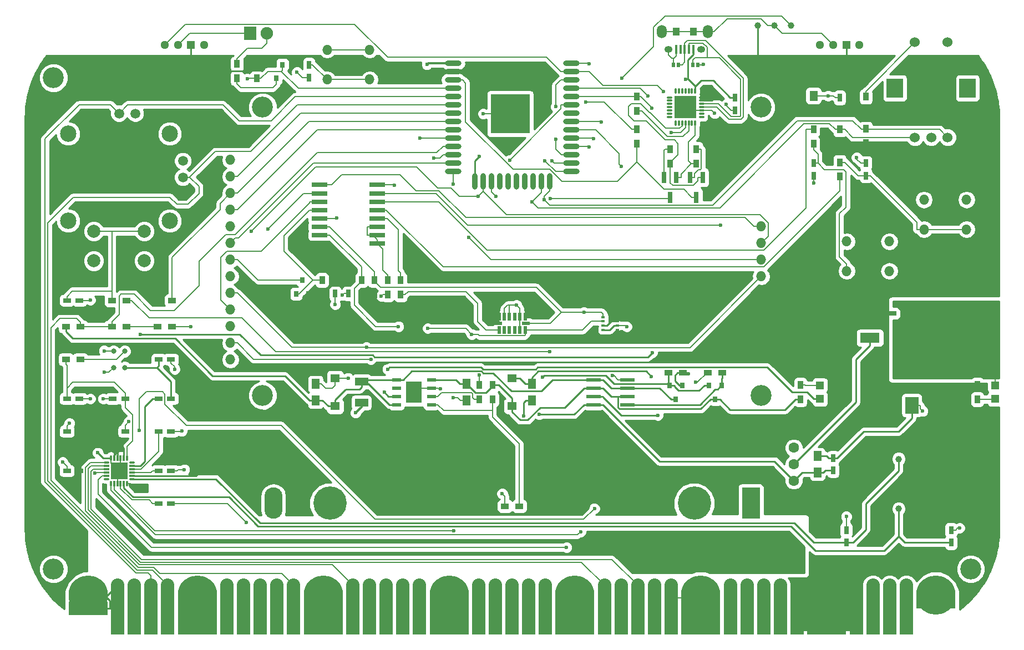
<source format=gtl>
G04 #@! TF.FileFunction,Copper,L1,Top,Signal*
%FSLAX46Y46*%
G04 Gerber Fmt 4.6, Leading zero omitted, Abs format (unit mm)*
G04 Created by KiCad (PCBNEW 4.0.4+e1-6308~48~ubuntu16.04.1-stable) date Tue Nov 15 10:08:48 2016*
%MOMM*%
%LPD*%
G01*
G04 APERTURE LIST*
%ADD10C,0.500000*%
%ADD11C,0.600000*%
%ADD12R,0.750000X1.200000*%
%ADD13R,1.200000X0.750000*%
%ADD14R,1.470660X1.270000*%
%ADD15R,1.998980X1.198880*%
%ADD16R,0.800100X0.899160*%
%ADD17R,0.900000X1.200000*%
%ADD18R,1.200000X0.900000*%
%ADD19O,1.524000X1.524000*%
%ADD20O,0.850000X0.300000*%
%ADD21O,0.300000X0.850000*%
%ADD22R,1.675000X1.675000*%
%ADD23O,2.500000X0.900000*%
%ADD24O,0.900000X2.500000*%
%ADD25R,6.000000X6.000000*%
%ADD26R,1.399540X0.599440*%
%ADD27R,2.400000X3.300000*%
%ADD28R,2.199640X0.599440*%
%ADD29C,1.300480*%
%ADD30R,1.300480X1.300480*%
%ADD31O,2.760000X4.800000*%
%ADD32C,5.080000*%
%ADD33R,2.760000X4.800000*%
%ADD34R,1.198880X1.198880*%
%ADD35R,0.800100X1.800860*%
%ADD36R,0.550000X0.800000*%
%ADD37R,0.500000X0.350000*%
%ADD38R,0.550000X1.145000*%
%ADD39R,1.145000X0.550000*%
%ADD40C,1.600000*%
%ADD41C,1.524000*%
%ADD42R,2.500000X3.000000*%
%ADD43C,2.500000*%
%ADD44C,1.500000*%
%ADD45C,2.000000*%
%ADD46R,1.900000X2.000000*%
%ADD47C,1.900000*%
%ADD48C,1.000000*%
%ADD49R,2.000000X2.500000*%
%ADD50O,1.500000X2.000000*%
%ADD51O,1.250000X1.000000*%
%ADD52R,1.000000X1.300000*%
%ADD53R,0.400000X1.350000*%
%ADD54C,3.200000*%
%ADD55R,6.200000X5.800000*%
%ADD56R,3.000000X1.600000*%
%ADD57R,2.400000X0.800000*%
%ADD58R,2.400000X0.700000*%
%ADD59C,0.800000*%
%ADD60R,1.250000X1.500000*%
%ADD61R,0.300000X0.850000*%
%ADD62R,0.850000X0.300000*%
%ADD63R,2.500000X2.500000*%
%ADD64C,2.032000*%
%ADD65R,2.032000X7.516000*%
%ADD66C,6.000000*%
%ADD67R,6.000000X2.000000*%
%ADD68C,0.254000*%
%ADD69C,0.304800*%
%ADD70C,0.203200*%
%ADD71C,0.250000*%
G04 APERTURE END LIST*
D10*
D11*
X146000000Y50000000D03*
X146000000Y48000000D03*
X145000000Y47000000D03*
X145000000Y49000000D03*
X147000000Y47000000D03*
X147000000Y49000000D03*
X148000000Y48000000D03*
X148000000Y50000000D03*
X138000000Y50000000D03*
X137000000Y47000000D03*
X137000000Y49000000D03*
X139000000Y49000000D03*
X140000000Y48000000D03*
X140000000Y50000000D03*
X138000000Y48000000D03*
X139000000Y47000000D03*
X141000000Y49000000D03*
X142000000Y48000000D03*
X142000000Y50000000D03*
X144000000Y50000000D03*
X143000000Y49000000D03*
X144000000Y48000000D03*
X141000000Y47000000D03*
X143000000Y47000000D03*
X148000000Y44000000D03*
X145000000Y45000000D03*
X146000000Y44000000D03*
X147000000Y45000000D03*
X147000000Y43000000D03*
X145000000Y43000000D03*
X147000000Y41000000D03*
X148000000Y42000000D03*
X146000000Y42000000D03*
X145000000Y41000000D03*
X146000000Y46000000D03*
X148000000Y46000000D03*
X143000000Y43000000D03*
X143000000Y41000000D03*
X144000000Y42000000D03*
X144000000Y44000000D03*
X144000000Y46000000D03*
X143000000Y45000000D03*
X142000000Y42000000D03*
X142000000Y44000000D03*
X142000000Y46000000D03*
X141000000Y41000000D03*
X141000000Y45000000D03*
D12*
X125000000Y80050000D03*
X125000000Y81950000D03*
X109000000Y81950000D03*
X109000000Y80050000D03*
D13*
X7050000Y51000000D03*
X8950000Y51000000D03*
D12*
X129000000Y70050000D03*
X129000000Y71950000D03*
X121000000Y71950000D03*
X121000000Y70050000D03*
X44000000Y86950000D03*
X44000000Y85050000D03*
D14*
X48000000Y39148840D03*
X48000000Y34851160D03*
X75000000Y39148840D03*
X75000000Y34851160D03*
D15*
X52000000Y35402340D03*
X52000000Y38597660D03*
D16*
X106000000Y35900180D03*
X106949960Y38000760D03*
X105050040Y38000760D03*
X100000000Y35900180D03*
X100949960Y38000760D03*
X99050040Y38000760D03*
D17*
X103119000Y74100000D03*
X103119000Y71900000D03*
X99119000Y74100000D03*
X99119000Y71900000D03*
D18*
X6900000Y47000000D03*
X9100000Y47000000D03*
X16100000Y47000000D03*
X13900000Y47000000D03*
D17*
X94000000Y82100000D03*
X94000000Y79900000D03*
X58000000Y54100000D03*
X58000000Y51900000D03*
D18*
X13900000Y51000000D03*
X16100000Y51000000D03*
D17*
X125000000Y77100000D03*
X125000000Y74900000D03*
X129000000Y77200000D03*
X129000000Y75000000D03*
X129000000Y79900000D03*
X129000000Y82100000D03*
X125000000Y69900000D03*
X125000000Y72100000D03*
X94000000Y74900000D03*
X94000000Y77100000D03*
X121000000Y77100000D03*
X121000000Y74900000D03*
D18*
X107100000Y40000000D03*
X104900000Y40000000D03*
X98900000Y40000000D03*
X101100000Y40000000D03*
D17*
X70000000Y35900000D03*
X70000000Y38100000D03*
X72000000Y38100000D03*
X72000000Y35900000D03*
D19*
X46748800Y89260600D03*
X53251200Y89260600D03*
X46748800Y84739400D03*
X53251200Y84739400D03*
D20*
X103900000Y79000000D03*
X103900000Y79500000D03*
X103900000Y80000000D03*
X103900000Y80500000D03*
X103900000Y81000000D03*
X103900000Y81500000D03*
X103900000Y82000000D03*
D21*
X102950000Y82950000D03*
X102450000Y82950000D03*
X101950000Y82950000D03*
X101450000Y82950000D03*
X100950000Y82950000D03*
X100450000Y82950000D03*
X99950000Y82950000D03*
D20*
X99000000Y82000000D03*
X99000000Y81500000D03*
X99000000Y81000000D03*
X99000000Y80500000D03*
X99000000Y80000000D03*
X99000000Y79500000D03*
X99000000Y79000000D03*
D21*
X99950000Y78050000D03*
X100450000Y78050000D03*
X100950000Y78050000D03*
X101450000Y78050000D03*
X101950000Y78050000D03*
X102450000Y78050000D03*
X102950000Y78050000D03*
D22*
X100612500Y81337500D03*
X100612500Y79662500D03*
X102287500Y81337500D03*
X102287500Y79662500D03*
D23*
X84000000Y87200000D03*
X84000000Y85930000D03*
X84000000Y84660000D03*
X84000000Y83390000D03*
X84000000Y82120000D03*
X84000000Y80850000D03*
X84000000Y79580000D03*
X84000000Y78310000D03*
X84000000Y77040000D03*
X84000000Y75770000D03*
X84000000Y74500000D03*
X84000000Y73230000D03*
X84000000Y71960000D03*
X84000000Y70690000D03*
D24*
X80715000Y69200000D03*
X79445000Y69200000D03*
X78175000Y69200000D03*
X76905000Y69200000D03*
X75635000Y69200000D03*
X74365000Y69200000D03*
X73095000Y69200000D03*
X71825000Y69200000D03*
X70555000Y69200000D03*
X69285000Y69200000D03*
D23*
X66000000Y70690000D03*
X66000000Y71960000D03*
X66000000Y73230000D03*
X66000000Y74500000D03*
X66000000Y75770000D03*
X66000000Y77040000D03*
X66000000Y78310000D03*
X66000000Y79580000D03*
X66000000Y80850000D03*
X66000000Y82120000D03*
X66000000Y83390000D03*
X66000000Y84660000D03*
X66000000Y85930000D03*
X66000000Y87200000D03*
D25*
X74700000Y79500000D03*
D26*
X57333000Y35095000D03*
X62667000Y35095000D03*
X57333000Y36365000D03*
X57333000Y37635000D03*
X57333000Y38905000D03*
X62667000Y36365000D03*
X62667000Y37635000D03*
X62667000Y38905000D03*
D27*
X60000000Y37000000D03*
D28*
X92598420Y36365000D03*
X87401580Y36365000D03*
X92598420Y35095000D03*
X92598420Y37635000D03*
X92598420Y38905000D03*
X87401580Y35095000D03*
X87401580Y37635000D03*
X87401580Y38905000D03*
D29*
X23999240Y90000000D03*
D30*
X26000760Y90000000D03*
D29*
X22000260Y90000000D03*
X27999740Y90000000D03*
X123999240Y90000000D03*
D30*
X126000760Y90000000D03*
D29*
X122000260Y90000000D03*
X127999740Y90000000D03*
D31*
X38550000Y20050000D03*
D32*
X102805000Y20050000D03*
X47195000Y20050000D03*
D33*
X111450000Y20050000D03*
D34*
X122000000Y38049020D03*
X122000000Y35950980D03*
D35*
X104069000Y69766640D03*
X102169000Y69766640D03*
X103119000Y66764360D03*
X100069000Y69766640D03*
X98169000Y69766640D03*
X99119000Y66764360D03*
D12*
X50000000Y53950000D03*
X50000000Y52050000D03*
X48000000Y53950000D03*
X48000000Y52050000D03*
D36*
X99625000Y87000000D03*
X100375000Y87000000D03*
X103375000Y87000000D03*
X102625000Y87000000D03*
D17*
X52000000Y51900000D03*
X52000000Y54100000D03*
X54000000Y51900000D03*
X54000000Y54100000D03*
D19*
X137858800Y66373000D03*
X144361200Y66373000D03*
X137858800Y61851800D03*
X144361200Y61851800D03*
X126067800Y60002700D03*
X132570200Y60002700D03*
X126067800Y55481500D03*
X132570200Y55481500D03*
D37*
X88900000Y46525000D03*
X88900000Y47175000D03*
X88900000Y47825000D03*
X88900000Y48475000D03*
X91100000Y46525000D03*
X91100000Y47825000D03*
X91100000Y47175000D03*
X91100000Y48475000D03*
D38*
X77000000Y48500000D03*
X76200000Y48500000D03*
X75400000Y48500000D03*
X74600000Y48500000D03*
X73800000Y48500000D03*
X73000000Y48500000D03*
X73800000Y46500000D03*
X77000000Y46500000D03*
X76200000Y46500000D03*
X75400000Y46500000D03*
X74600000Y46500000D03*
X73000000Y46500000D03*
D39*
X72900000Y47500000D03*
X77100000Y47500000D03*
D12*
X124000000Y25050000D03*
X124000000Y26950000D03*
D40*
X118000000Y26000000D03*
X118000000Y23500000D03*
X118000000Y28500000D03*
D18*
X76100000Y19600000D03*
X73900000Y19600000D03*
D41*
X136475000Y75900000D03*
X138975000Y75900000D03*
X141475000Y75900000D03*
X136475000Y90400000D03*
X141475000Y90400000D03*
D42*
X133425000Y83400000D03*
X144525000Y83400000D03*
D43*
X22750000Y63150000D03*
X7250000Y63150000D03*
X7250000Y76450000D03*
X22750000Y76450000D03*
D44*
X24750000Y69800000D03*
X24750000Y67300000D03*
X24750000Y72300000D03*
X15000000Y79550000D03*
X17500000Y79550000D03*
X12500000Y79550000D03*
D45*
X18850000Y61550000D03*
X11150000Y61550000D03*
X11150000Y57050000D03*
X18850000Y57050000D03*
D46*
X35000000Y91825000D03*
D47*
X37540000Y91825000D03*
D17*
X33000000Y84900000D03*
X33000000Y87100000D03*
D48*
X134000000Y26800000D03*
X134000000Y19200000D03*
D34*
X148725000Y35950980D03*
X148725000Y38049020D03*
D17*
X146000000Y35900000D03*
X146000000Y38100000D03*
D49*
X136000000Y35000000D03*
X132000000Y35000000D03*
D50*
X104850000Y92000000D03*
X97850000Y92000000D03*
D51*
X103850000Y89300000D03*
D52*
X100050000Y92000000D03*
X102650000Y92000000D03*
D53*
X100050000Y89300000D03*
X101350000Y89300000D03*
X100700000Y89300000D03*
X102000000Y89300000D03*
D51*
X98850000Y89300000D03*
D53*
X102650000Y89300000D03*
D16*
X39000000Y84899380D03*
X39949960Y86999960D03*
X38050040Y86999960D03*
D17*
X119000000Y38100000D03*
X119000000Y35900000D03*
D18*
X23100000Y51000000D03*
X20900000Y51000000D03*
D19*
X32000000Y75000000D03*
X32000000Y72460000D03*
X32000000Y69920000D03*
X32000000Y67380000D03*
X32000000Y64840000D03*
X32000000Y62300000D03*
X32000000Y59760000D03*
X32000000Y57220000D03*
X32000000Y54680000D03*
X32000000Y52140000D03*
X32000000Y49600000D03*
X32000000Y47060000D03*
X32000000Y44520000D03*
X32000000Y41980000D03*
D54*
X36920000Y80490000D03*
X36920000Y36490000D03*
X113000000Y80490000D03*
X113000000Y36490000D03*
D19*
X113000000Y54680000D03*
X113000000Y62300000D03*
X113000000Y59760000D03*
X113000000Y57220000D03*
D13*
X133050000Y49000000D03*
X134950000Y49000000D03*
D18*
X23100000Y47000000D03*
X20900000Y47000000D03*
D17*
X56000000Y54100000D03*
X56000000Y51900000D03*
D55*
X136790000Y43000000D03*
D56*
X129610000Y45285000D03*
X129610000Y40715000D03*
D57*
X54400000Y59680000D03*
D58*
X54400000Y61000000D03*
X54400000Y62270000D03*
X54400000Y63540000D03*
X54400000Y64810000D03*
X54400000Y66080000D03*
X54400000Y67350000D03*
D57*
X54400000Y68670000D03*
X45600000Y68670000D03*
D58*
X45600000Y67350000D03*
X45600000Y66080000D03*
X45600000Y64810000D03*
X45600000Y63540000D03*
X45600000Y62270000D03*
X45600000Y61000000D03*
D57*
X45600000Y59680000D03*
D13*
X21050000Y25000000D03*
X22950000Y25000000D03*
X14050000Y31000000D03*
X15950000Y31000000D03*
X8950000Y25000000D03*
X7050000Y25000000D03*
X8950000Y31000000D03*
X7050000Y31000000D03*
D12*
X126000000Y14050000D03*
X126000000Y15950000D03*
X142000000Y14050000D03*
X142000000Y15950000D03*
D13*
X22950000Y20000000D03*
X21050000Y20000000D03*
X22950000Y31000000D03*
X21050000Y31000000D03*
X15950000Y36000000D03*
X14050000Y36000000D03*
X7050000Y36000000D03*
X8950000Y36000000D03*
X21050000Y42000000D03*
X22950000Y42000000D03*
X21050000Y36000000D03*
X22950000Y36000000D03*
D59*
X15850000Y43230000D03*
X14150000Y43230000D03*
X14150000Y40770000D03*
X15850000Y40770000D03*
D18*
X9100000Y42000000D03*
X6900000Y42000000D03*
D60*
X121000000Y79750000D03*
X121000000Y82250000D03*
X78000000Y38250000D03*
X78000000Y35750000D03*
X68000000Y38250000D03*
X68000000Y35750000D03*
X121600000Y24750000D03*
X121600000Y27250000D03*
X45000000Y35750000D03*
X45000000Y38250000D03*
D17*
X36000000Y87100000D03*
X36000000Y84900000D03*
D16*
X43000000Y54099820D03*
X42050040Y51999240D03*
X43949960Y51999240D03*
D17*
X46000000Y51900000D03*
X46000000Y54100000D03*
D21*
X16250000Y26950000D03*
D61*
X15750000Y26950000D03*
X15250000Y26950000D03*
X14750000Y26950000D03*
X14250000Y26950000D03*
D21*
X13750000Y26950000D03*
D20*
X13050000Y26250000D03*
D62*
X13050000Y25750000D03*
X13050000Y25250000D03*
X13050000Y24750000D03*
X13050000Y24250000D03*
D20*
X13050000Y23750000D03*
D21*
X13750000Y23050000D03*
D61*
X14250000Y23050000D03*
X14750000Y23050000D03*
X15250000Y23050000D03*
X15750000Y23050000D03*
D21*
X16250000Y23050000D03*
D20*
X16950000Y23750000D03*
D62*
X16950000Y24250000D03*
X16950000Y24750000D03*
X16950000Y25250000D03*
X16950000Y25750000D03*
D20*
X16950000Y26250000D03*
D63*
X15000000Y25000000D03*
D11*
X141000000Y43000000D03*
D64*
X36564000Y7516000D03*
D65*
X36564000Y3758000D03*
D64*
X39104000Y7516000D03*
D65*
X39104000Y3758000D03*
X34024000Y3758000D03*
D25*
X26960000Y3000000D03*
D66*
X26960000Y6000000D03*
D65*
X31484000Y3758000D03*
X17356000Y3758000D03*
D66*
X10292000Y6000000D03*
D67*
X10292000Y4000000D03*
D65*
X19896000Y3758000D03*
X22436000Y3758000D03*
X41644000Y3758000D03*
X14816000Y3758000D03*
D64*
X17356000Y7516000D03*
X34024000Y7516000D03*
X22436000Y7516000D03*
X41644000Y7516000D03*
X19896000Y7516000D03*
X31484000Y7516000D03*
X14816000Y7516000D03*
X50692000Y7516000D03*
X69900000Y7516000D03*
X55772000Y7516000D03*
X60852000Y7516000D03*
X58312000Y7516000D03*
X77520000Y7516000D03*
X80060000Y7516000D03*
X72440000Y7516000D03*
X74980000Y7516000D03*
X53232000Y7516000D03*
D65*
X50692000Y3758000D03*
X60852000Y3758000D03*
X58312000Y3758000D03*
X55772000Y3758000D03*
D25*
X46168000Y3000000D03*
D66*
X46168000Y6000000D03*
D65*
X53232000Y3758000D03*
X69900000Y3758000D03*
D66*
X65376000Y6000000D03*
D25*
X65376000Y3000000D03*
D65*
X72440000Y3758000D03*
X74980000Y3758000D03*
X77520000Y3758000D03*
X80060000Y3758000D03*
D64*
X89108000Y7516000D03*
X108316000Y7516000D03*
D65*
X108316000Y3758000D03*
X89108000Y3758000D03*
X118476000Y3758000D03*
X115936000Y3758000D03*
X113396000Y3758000D03*
X110856000Y3758000D03*
D66*
X103792000Y6000000D03*
D25*
X103792000Y3000000D03*
X84584000Y3000000D03*
D66*
X84584000Y6000000D03*
D65*
X91648000Y3758000D03*
X94188000Y3758000D03*
X96728000Y3758000D03*
X99268000Y3758000D03*
D64*
X94188000Y7516000D03*
X91648000Y7516000D03*
X99268000Y7516000D03*
X96728000Y7516000D03*
X110856000Y7516000D03*
X113396000Y7516000D03*
X115936000Y7516000D03*
D25*
X123000000Y3000000D03*
D64*
X118476000Y7516000D03*
D66*
X123000000Y6000000D03*
D65*
X130064000Y3758000D03*
X127524000Y3758000D03*
X132604000Y3758000D03*
D64*
X127524000Y7516000D03*
X130064000Y7516000D03*
X132604000Y7516000D03*
X135144000Y7516000D03*
D65*
X135144000Y3758000D03*
D67*
X139668000Y5000000D03*
D66*
X139668000Y6000000D03*
D54*
X5000000Y85000000D03*
X5000000Y10000000D03*
X145000000Y10000000D03*
D48*
X117540000Y93000000D03*
X115000000Y93000000D03*
X112460000Y93000000D03*
D11*
X28750000Y33500000D03*
X28750000Y31000000D03*
X78784000Y51150000D03*
X78784000Y54150000D03*
X12500000Y83100000D03*
X42000000Y60000000D03*
X21000000Y43750000D03*
X21000000Y53000000D03*
X112500000Y85300000D03*
X106300000Y82300000D03*
X6397635Y26347916D03*
X62006178Y87032302D03*
X42171508Y85832526D03*
X24575358Y31068104D03*
X70014114Y39611201D03*
X126000000Y18000000D03*
X17744961Y22032815D03*
X103030322Y38504112D03*
X111500000Y15000000D03*
X76750000Y33380200D03*
X47995600Y50398200D03*
X7442700Y32253000D03*
X11750000Y27750000D03*
X107681000Y80935900D03*
X70000000Y73000000D03*
X57066000Y68629300D03*
X123222000Y82245500D03*
X105922000Y79556900D03*
X70574000Y79489800D03*
X49972600Y39158000D03*
X26000000Y47000000D03*
X16500000Y32500000D03*
X23500000Y40500000D03*
X73500000Y21500000D03*
X75677000Y50293200D03*
X92500000Y47000000D03*
X12715200Y40062000D03*
X137660000Y34112000D03*
X10615200Y35988000D03*
X12565200Y35988000D03*
X143292000Y16262000D03*
X121012000Y68887500D03*
X127602000Y72807400D03*
X10615200Y51064300D03*
X12715200Y43313000D03*
X64030000Y37521000D03*
X86780000Y87102300D03*
X90341000Y39561000D03*
X66034000Y36157000D03*
X104199500Y87055200D03*
X55000000Y51686600D03*
X49056300Y51825400D03*
X18254600Y45817000D03*
X96260000Y39385000D03*
X96400000Y43038000D03*
X101506000Y84775000D03*
X86267000Y81300200D03*
X79616246Y39265613D03*
X79139000Y33582000D03*
X48196449Y63557827D03*
X60921251Y75768919D03*
X63045000Y72753800D03*
X52758000Y43832000D03*
X68386306Y60619200D03*
X66000000Y68750000D03*
X53446000Y42030000D03*
X35170542Y61527604D03*
X69832000Y66890400D03*
X72515000Y66898600D03*
X98125124Y82862230D03*
X95767387Y82185174D03*
X99288000Y76663500D03*
X96304395Y80315280D03*
X88572000Y78272600D03*
X91662000Y71493600D03*
X87392000Y75734200D03*
X11330000Y24630000D03*
X87576000Y19238000D03*
X18055600Y31138000D03*
X86781000Y74469500D03*
X83317000Y13302000D03*
X81660000Y75630000D03*
X91750000Y84923200D03*
X81073000Y72329800D03*
X80764000Y43198000D03*
X80860000Y66555500D03*
X80010000Y72349100D03*
X78059000Y66077100D03*
X101944000Y39836000D03*
X97235000Y33466000D03*
X56000000Y40500000D03*
X55500000Y37000000D03*
X62131703Y46738554D03*
X57664409Y47014592D03*
X68838000Y45830000D03*
X66125000Y15841000D03*
X74636000Y72423400D03*
X85448000Y15709000D03*
X85956000Y49201000D03*
X81674000Y80580100D03*
X51106000Y33842000D03*
X79862000Y66401000D03*
X34580900Y84863700D03*
X106838000Y62502400D03*
X37712409Y61905704D03*
X34444000Y17075000D03*
X24978000Y25188000D03*
D68*
X132000000Y48804000D02*
X132000000Y44159000D01*
X132000000Y44159000D02*
X129610000Y41769000D01*
X129610000Y41769000D02*
X129610000Y40715000D01*
X133050000Y49000000D02*
X132196000Y49000000D01*
X132196000Y49000000D02*
X132000000Y48804000D01*
X28750000Y26250000D02*
X28750000Y31000000D01*
X26750000Y24250000D02*
X28750000Y26250000D01*
X35050000Y86000000D02*
X26140100Y86000000D01*
X26140100Y86000000D02*
X26000800Y86139300D01*
X36000000Y87100000D02*
X36000000Y86950000D01*
X36000000Y86950000D02*
X35050000Y86000000D01*
D69*
X42000000Y60000000D02*
X42320000Y59680000D01*
X42320000Y59680000D02*
X45600000Y59680000D01*
D68*
X32000000Y75000000D02*
X32000000Y76077630D01*
X32000000Y76077630D02*
X31477630Y76600000D01*
X24750000Y67300000D02*
X24000001Y68049999D01*
X24000001Y68049999D02*
X23350001Y68049999D01*
X8950000Y27194000D02*
X8950000Y25000000D01*
X10390500Y28635000D02*
X8950000Y27194000D01*
X13465500Y28635000D02*
X10390500Y28635000D01*
X14250000Y27850000D02*
X13465500Y28635000D01*
X14250000Y26950000D02*
X14250000Y27850000D01*
X21000000Y51804000D02*
X21000000Y53000000D01*
X20900000Y51704000D02*
X21000000Y51804000D01*
X20900000Y51000000D02*
X20900000Y51704000D01*
D70*
X73000000Y48500000D02*
X71400000Y48500000D01*
D68*
X105500000Y81500000D02*
X106300000Y82300000D01*
X103900000Y81500000D02*
X105500000Y81500000D01*
X91100000Y46525000D02*
X91100000Y45700000D01*
X77000000Y49766000D02*
X78634000Y51400000D01*
X77000000Y48500000D02*
X77000000Y49766000D01*
X37950000Y87100000D02*
X38050000Y87000000D01*
X36000000Y87100000D02*
X37950000Y87100000D01*
X8950000Y23200000D02*
X8830300Y23080000D01*
X8950000Y25000000D02*
X8950000Y23200000D01*
X26750000Y24250000D02*
X28535800Y26036000D01*
X16950000Y24250000D02*
X26750000Y24250000D01*
X91100000Y48475000D02*
X91100000Y47825000D01*
X90125000Y47825000D02*
X91100000Y47825000D01*
X89475000Y47175000D02*
X90125000Y47825000D01*
X88900000Y47175000D02*
X89475000Y47175000D01*
X72900000Y48400000D02*
X73000000Y48500000D01*
X72900000Y47500000D02*
X71400000Y47500000D01*
X47900000Y53950000D02*
X48000000Y53950000D01*
X46000000Y52050000D02*
X47900000Y53950000D01*
X46000000Y51900000D02*
X46000000Y52050000D01*
X10000000Y31000000D02*
X8950000Y31000000D01*
X11300000Y29700000D02*
X10000000Y31000000D01*
X13200000Y29700000D02*
X11300000Y29700000D01*
X14750000Y28150000D02*
X13200000Y29700000D01*
X14750000Y26950000D02*
X14750000Y28150000D01*
X14050000Y30150000D02*
X14050000Y31000000D01*
X15750000Y28450000D02*
X14050000Y30150000D01*
X15750000Y26950000D02*
X15750000Y28450000D01*
D71*
X26000800Y86139300D02*
X26000800Y90000000D01*
X112460000Y86631000D02*
X112460000Y93000000D01*
D70*
X36000000Y87100000D02*
X35900400Y87100000D01*
X50000000Y54100000D02*
X50000000Y53950000D01*
D71*
X126001000Y86699200D02*
X126001000Y90000000D01*
D68*
X126000800Y88349800D02*
X126000800Y90000000D01*
D70*
X7050000Y25695551D02*
X6397635Y26347916D01*
X7050000Y25000000D02*
X7050000Y25695551D01*
D69*
X62173876Y87200000D02*
X62006178Y87032302D01*
X66000000Y87200000D02*
X62173876Y87200000D01*
D70*
X42954034Y85050000D02*
X42171508Y85832526D01*
X44000000Y85050000D02*
X42954034Y85050000D01*
X24507254Y31000000D02*
X24575358Y31068104D01*
X22950000Y31000000D02*
X24507254Y31000000D01*
X70000000Y38100000D02*
X70000000Y39597087D01*
X70000000Y39597087D02*
X70014114Y39611201D01*
X126000000Y15950000D02*
X126000000Y18000000D01*
X148725000Y38049020D02*
X148725000Y39275000D01*
X148725000Y39275000D02*
X147000000Y41000000D01*
X134950000Y47564775D02*
X134963845Y47550930D01*
X134950000Y49000000D02*
X134950000Y47564775D01*
X16727776Y23050000D02*
X17744961Y22032815D01*
X16250000Y23050000D02*
X16727776Y23050000D01*
X103254112Y38504112D02*
X103030322Y38504112D01*
X104750000Y40000000D02*
X103254112Y38504112D01*
X104900000Y40000000D02*
X104750000Y40000000D01*
D68*
X76750000Y35379000D02*
X76750000Y33380200D01*
X78000000Y35750000D02*
X77121000Y35750000D01*
X77121000Y35750000D02*
X76750000Y35379000D01*
D70*
X48000000Y50402600D02*
X47995600Y50398200D01*
X48000000Y52050000D02*
X48000000Y50402600D01*
X7050000Y31860000D02*
X7442700Y32253000D01*
X7050000Y31000000D02*
X7050000Y31860000D01*
X13795200Y26205000D02*
X15000000Y25000000D01*
X13795200Y26605000D02*
X13795200Y26205000D01*
X13750000Y26650000D02*
X13795200Y26605000D01*
X13750000Y26950000D02*
X13750000Y26650000D01*
D68*
X12550000Y26950000D02*
X11750000Y27750000D01*
X13750000Y26950000D02*
X12550000Y26950000D01*
D70*
X128205000Y71950000D02*
X129000000Y71950000D01*
X127602000Y72553000D02*
X128205000Y71950000D01*
X127602000Y72807400D02*
X127602000Y72553000D01*
X107681000Y80791000D02*
X107681000Y80935900D01*
X108422000Y80050000D02*
X107681000Y80791000D01*
X109000000Y80050000D02*
X108422000Y80050000D01*
D68*
X90575000Y47175000D02*
X91100000Y47175000D01*
X89925000Y46525000D02*
X90575000Y47175000D01*
X88900000Y46525000D02*
X89925000Y46525000D01*
X69285000Y72285000D02*
X70000000Y73000000D01*
X69285000Y69200000D02*
X69285000Y72285000D01*
D70*
X57025000Y68670000D02*
X57066000Y68629300D01*
X54400000Y68670000D02*
X57025000Y68670000D01*
X86683000Y87200000D02*
X86780000Y87102300D01*
X84000000Y87200000D02*
X86683000Y87200000D01*
X123217000Y82250000D02*
X123222000Y82245500D01*
X121000000Y82250000D02*
X123217000Y82250000D01*
X99348000Y87996800D02*
X99625000Y87996800D01*
X98850000Y88494900D02*
X99348000Y87996800D01*
X98850000Y89300000D02*
X98850000Y88494900D01*
X105478000Y80000000D02*
X105922000Y79556900D01*
X103900000Y80000000D02*
X105478000Y80000000D01*
X114000000Y93000000D02*
X115000000Y93000000D01*
X113000000Y94000000D02*
X114000000Y93000000D01*
X107803000Y94000000D02*
X113000000Y94000000D01*
X105803000Y92000000D02*
X107803000Y94000000D01*
X104850000Y92000000D02*
X105803000Y92000000D01*
X70584000Y79500000D02*
X70574000Y79489800D01*
X74700000Y79500000D02*
X70584000Y79500000D01*
X10550900Y51000000D02*
X10615200Y51064300D01*
X8950000Y51000000D02*
X10550900Y51000000D01*
X25824200Y91825000D02*
X23999200Y90000000D01*
X35000000Y91825000D02*
X25824200Y91825000D01*
X49963000Y39149000D02*
X49972600Y39158000D01*
X48000000Y39149000D02*
X49963000Y39149000D01*
X48009600Y39158000D02*
X49972600Y39158000D01*
X48000000Y39149000D02*
X48009600Y39158000D01*
X48000000Y38000000D02*
X48000000Y39148800D01*
X47578200Y37578000D02*
X48000000Y38000000D01*
X46500000Y37578000D02*
X47578200Y37578000D01*
X45828200Y38250000D02*
X46500000Y37578000D01*
X45000000Y38250000D02*
X45828200Y38250000D01*
X23100000Y47000000D02*
X26000000Y47000000D01*
X15950000Y31950000D02*
X16500000Y32500000D01*
X15950000Y31000000D02*
X15950000Y31950000D01*
D68*
X123000000Y27250000D02*
X121600000Y27250000D01*
X123300000Y26950000D02*
X123000000Y27250000D01*
X124000000Y26950000D02*
X123300000Y26950000D01*
X136000000Y33000000D02*
X136000000Y35000000D01*
X134000000Y31000000D02*
X136000000Y33000000D01*
X128679000Y31000000D02*
X134000000Y31000000D01*
X124629000Y26950000D02*
X128679000Y31000000D01*
X124000000Y26950000D02*
X124629000Y26950000D01*
D70*
X23500000Y40872000D02*
X23500000Y40500000D01*
X22950000Y41422000D02*
X23500000Y40872000D01*
X22950000Y42000000D02*
X22950000Y41422000D01*
X73900000Y21100000D02*
X73500000Y21500000D01*
X73900000Y19600000D02*
X73900000Y21100000D01*
X74293000Y50293200D02*
X74693000Y50293200D01*
X73800000Y49800000D02*
X74293000Y50293200D01*
X73800000Y48500000D02*
X73800000Y49800000D01*
X76200000Y49770000D02*
X75677000Y50293200D01*
X76200000Y48500000D02*
X76200000Y49770000D01*
X92325000Y47175000D02*
X92500000Y47000000D01*
X91100000Y47175000D02*
X92325000Y47175000D01*
X60635000Y37635000D02*
X60000000Y37000000D01*
X62667000Y37635000D02*
X60635000Y37635000D01*
X14000000Y26175000D02*
X15250000Y26175000D01*
X13750000Y26950000D02*
X13780200Y26920000D01*
X15250000Y26950000D02*
X15250000Y26175000D01*
X15250000Y25250000D02*
X15000000Y25000000D01*
X15250000Y26175000D02*
X15250000Y25250000D01*
X139668000Y6000000D02*
X139668000Y5000000D01*
X135144000Y3758000D02*
X135144000Y7516000D01*
D68*
X139668000Y8668000D02*
X139668000Y6000000D01*
D70*
X13442500Y40062000D02*
X14150000Y40770000D01*
X12715200Y40062000D02*
X13442500Y40062000D01*
X97850000Y92000000D02*
X100050000Y92000000D01*
X137305000Y34467000D02*
X137660000Y34112000D01*
X137305000Y35000000D02*
X137305000Y34467000D01*
X136000000Y35000000D02*
X137305000Y35000000D01*
X102288000Y80194900D02*
X102288000Y80766200D01*
X102554000Y79928700D02*
X102288000Y80194900D01*
X102625000Y80000000D02*
X102554000Y79928700D01*
X103900000Y80000000D02*
X102625000Y80000000D01*
X9867600Y35988000D02*
X10615200Y35988000D01*
X9855100Y36000000D02*
X9867600Y35988000D01*
X8950000Y36000000D02*
X9855100Y36000000D01*
X13132400Y35988000D02*
X12565200Y35988000D01*
X13144900Y36000000D02*
X13132400Y35988000D01*
X14050000Y36000000D02*
X13144900Y36000000D01*
X142993000Y16262000D02*
X143292000Y16262000D01*
X142680000Y15950000D02*
X142993000Y16262000D01*
X142000000Y15950000D02*
X142680000Y15950000D01*
X121000000Y68899600D02*
X121000000Y70050000D01*
X121012000Y68887500D02*
X121000000Y68899600D01*
X14066700Y43313000D02*
X14150000Y43230000D01*
X12715200Y43313000D02*
X14066700Y43313000D01*
X63786000Y37521000D02*
X64030000Y37521000D01*
X63672000Y37635000D02*
X63786000Y37521000D01*
X62667000Y37635000D02*
X63672000Y37635000D01*
X101755000Y81337500D02*
X100612500Y81337500D01*
X101755000Y81298600D02*
X101755000Y81337500D01*
X102288000Y80766200D02*
X101755000Y81298600D01*
X14750000Y24750000D02*
X15000000Y25000000D01*
X14750000Y23050000D02*
X14750000Y24750000D01*
X66663000Y36157000D02*
X66034000Y36157000D01*
X67070000Y35750000D02*
X66663000Y36157000D01*
X68000000Y35750000D02*
X67070000Y35750000D01*
X76200000Y48500000D02*
X76200000Y46500000D01*
X74600000Y50200000D02*
X74693000Y50293200D01*
X74600000Y48500000D02*
X74600000Y50200000D01*
X74693000Y50293200D02*
X75677000Y50293200D01*
X100050000Y92000000D02*
X102650000Y92000000D01*
X102650000Y92000000D02*
X104850000Y92000000D01*
X100612000Y81337500D02*
X100612500Y81337500D01*
X102288000Y79662500D02*
X102287500Y79662500D01*
X102554000Y79928700D02*
X102288000Y79662500D01*
X100612000Y79662500D02*
X100612500Y79662500D01*
X100612500Y79662500D02*
X102287500Y79662500D01*
X48000000Y39149000D02*
X48000000Y39148800D01*
X99737000Y87996800D02*
X99625000Y87996800D01*
X100050000Y88310000D02*
X99737000Y87996800D01*
X100050000Y89300000D02*
X100050000Y88310000D01*
X99625000Y87996800D02*
X99625000Y87000000D01*
X104010300Y87055200D02*
X103955100Y87000000D01*
X104199500Y87055200D02*
X104010300Y87055200D01*
X103375000Y87000000D02*
X103955100Y87000000D01*
X90538000Y39561000D02*
X90341000Y39561000D01*
X91194000Y38905000D02*
X90538000Y39561000D01*
X92598000Y38905000D02*
X91194000Y38905000D01*
X92598000Y38905000D02*
X92598400Y38905000D01*
X102288000Y81337500D02*
X102288000Y81051900D01*
X102288000Y81051900D02*
X102288000Y80766200D01*
X102287500Y81052400D02*
X102287500Y81337500D01*
X102288000Y81051900D02*
X102287500Y81052400D01*
X55031500Y51686600D02*
X55244900Y51900000D01*
X55000000Y51686600D02*
X55031500Y51686600D01*
X56000000Y51900000D02*
X55244900Y51900000D01*
X49095300Y51825400D02*
X49319900Y52050000D01*
X49056300Y51825400D02*
X49095300Y51825400D01*
X50000000Y52050000D02*
X49319900Y52050000D01*
X46748800Y89260600D02*
X53251200Y89260600D01*
X122250000Y91749200D02*
X123999000Y90000000D01*
X116251000Y91749200D02*
X122250000Y91749200D01*
X115000000Y93000000D02*
X116251000Y91749200D01*
X124024000Y82245500D02*
X123222000Y82245500D01*
X124320000Y81950000D02*
X124024000Y82245500D01*
X125000000Y81950000D02*
X124320000Y81950000D01*
D68*
X76148000Y39149000D02*
X77046000Y38250000D01*
X75000000Y39149000D02*
X76148000Y39149000D01*
X78000000Y39250000D02*
X78000000Y38250000D01*
D71*
X108296000Y81950000D02*
X109000000Y81950000D01*
X105699000Y84548000D02*
X108296000Y81950000D01*
X103856000Y84548000D02*
X105699000Y84548000D01*
X102950000Y83642200D02*
X103856000Y84548000D01*
X33442500Y45817000D02*
X18254600Y45817000D01*
X36600400Y42659000D02*
X33442500Y45817000D01*
X53706000Y42659000D02*
X36600400Y42659000D01*
X53990000Y42375000D02*
X53706000Y42659000D01*
X95737000Y42375000D02*
X53990000Y42375000D01*
X96400000Y43038000D02*
X95737000Y42375000D01*
X95431000Y40215000D02*
X96260000Y39385000D01*
X78965000Y40215000D02*
X95431000Y40215000D01*
X78000000Y39250000D02*
X78965000Y40215000D01*
X10292000Y4000000D02*
X13620500Y4000000D01*
X14574000Y4000000D02*
X13620500Y4000000D01*
X14816000Y3758000D02*
X14574000Y4000000D01*
D68*
X10292000Y8708000D02*
X10292000Y6000000D01*
D71*
X14816000Y7516000D02*
X13046300Y5746000D01*
X12792500Y6000000D02*
X13046300Y5746000D01*
X10292000Y6000000D02*
X12792500Y6000000D01*
X13620500Y5172000D02*
X13620500Y4000000D01*
X13046300Y5746000D02*
X13620500Y5172000D01*
X78000000Y38250000D02*
X77046000Y38250000D01*
X101541000Y84810400D02*
X101843000Y84810400D01*
X101506000Y84775000D02*
X101541000Y84810400D01*
X101843000Y87728800D02*
X101843000Y84810400D01*
X102650000Y88535700D02*
X101843000Y87728800D01*
X102650000Y89300000D02*
X102650000Y88535700D01*
X102950000Y83703500D02*
X102950000Y83642200D01*
X101843000Y84810400D02*
X102950000Y83703500D01*
X102950000Y83642200D02*
X102950000Y82950000D01*
X75000000Y39149000D02*
X75000000Y39148800D01*
X75000000Y39148800D02*
X75000000Y38667000D01*
D70*
X13900000Y61550000D02*
X13900000Y52500000D01*
X11150000Y61550000D02*
X13900000Y61550000D01*
X13900000Y61550000D02*
X18850000Y61550000D01*
X13900000Y52500000D02*
X13900000Y52355100D01*
X13900000Y52355100D02*
X13900000Y51000000D01*
X13900000Y52500000D02*
X13900000Y52355100D01*
X7050000Y51578200D02*
X7050000Y51000000D01*
X7874800Y52403000D02*
X7050000Y51578200D01*
X13852100Y52403000D02*
X7874800Y52403000D01*
X13900000Y52355100D02*
X13852100Y52403000D01*
X127805000Y70050000D02*
X129000000Y70050000D01*
X125755000Y72100000D02*
X127805000Y70050000D01*
X125000000Y72100000D02*
X125755000Y72100000D01*
X136792000Y61851800D02*
X137858800Y61851800D01*
X136792000Y62938400D02*
X136792000Y61851800D01*
X129680000Y70050000D02*
X136792000Y62938400D01*
X129000000Y70050000D02*
X129680000Y70050000D01*
X137858800Y61851800D02*
X144361000Y61851800D01*
X144361000Y61851800D02*
X144361200Y61851800D01*
X121680000Y73314800D02*
X121680000Y71950000D01*
X121000000Y73994900D02*
X121680000Y73314800D01*
X121000000Y74900000D02*
X121000000Y73994900D01*
X121000000Y71950000D02*
X121680000Y71950000D01*
X126068000Y55481500D02*
X126068000Y56015100D01*
X122675000Y70955200D02*
X121680000Y71950000D01*
X125623000Y70955200D02*
X122675000Y70955200D01*
X125967000Y70610900D02*
X125623000Y70955200D01*
X125967000Y65224500D02*
X125967000Y70610900D01*
X124972000Y64229800D02*
X125967000Y65224500D01*
X124972000Y57643900D02*
X124972000Y64229800D01*
X126068000Y56548600D02*
X124972000Y57643900D01*
X126068000Y56015100D02*
X126068000Y56548600D01*
X126067800Y56014900D02*
X126067800Y55481500D01*
X126068000Y56015100D02*
X126067800Y56014900D01*
X93245000Y77100000D02*
X89045000Y81300200D01*
X94000000Y77100000D02*
X93245000Y77100000D01*
X89045000Y81300200D02*
X86267000Y81300200D01*
X44538200Y86950000D02*
X44000000Y86950000D01*
X46748800Y84739400D02*
X44538200Y86950000D01*
X53251000Y84739400D02*
X46748800Y84739400D01*
X53251200Y84739400D02*
X53251000Y84739400D01*
D68*
X76212160Y32750000D02*
X77374302Y32750000D01*
X77374302Y32750000D02*
X79287302Y34663000D01*
X79287302Y34663000D02*
X83002000Y34663000D01*
X75000000Y34851160D02*
X75000000Y33962160D01*
X75000000Y33962160D02*
X76212160Y32750000D01*
D71*
X75000000Y36037000D02*
X75000000Y34851200D01*
X72937000Y38100000D02*
X75000000Y36037000D01*
X72000000Y38100000D02*
X72937000Y38100000D01*
X68078000Y38250000D02*
X68000000Y38250000D01*
X69369000Y36960000D02*
X68078000Y38250000D01*
X71010000Y36960000D02*
X69369000Y36960000D01*
X72000000Y37950000D02*
X71010000Y36960000D01*
X72000000Y38100000D02*
X72000000Y37950000D01*
X66392000Y38905000D02*
X62667000Y38905000D01*
X67046000Y38250000D02*
X66392000Y38905000D01*
X68000000Y38250000D02*
X67046000Y38250000D01*
X85973000Y37635000D02*
X87401600Y37635000D01*
X83002000Y34663000D02*
X85973000Y37635000D01*
X75000000Y34851200D02*
X75000000Y34851000D01*
X90100000Y36365000D02*
X91170000Y36365000D01*
X88830000Y37635000D02*
X90100000Y36365000D01*
X87401600Y37635000D02*
X88830000Y37635000D01*
X91170000Y36365000D02*
X92598000Y36365000D01*
D68*
X92598000Y36365000D02*
X92598400Y36365000D01*
D71*
X105271000Y35900000D02*
X105999800Y35900000D01*
X103804000Y34432000D02*
X105271000Y35900000D01*
X91382000Y34432000D02*
X103804000Y34432000D01*
X91170000Y34645000D02*
X91382000Y34432000D01*
X91170000Y36365000D02*
X91170000Y34645000D01*
X118222000Y35900000D02*
X119000000Y35900000D01*
X116657000Y34335000D02*
X118222000Y35900000D01*
X108294000Y34335000D02*
X116657000Y34335000D01*
X106728000Y35900000D02*
X108294000Y34335000D01*
X105999800Y35900000D02*
X106728000Y35900000D01*
D68*
X105999800Y35900000D02*
X106000000Y35900200D01*
D71*
X79916245Y39565612D02*
X79616246Y39265613D01*
X89250388Y39565612D02*
X79916245Y39565612D01*
X90539000Y38277000D02*
X89250388Y39565612D01*
X98900000Y38277000D02*
X90539000Y38277000D01*
D68*
X87402000Y35095000D02*
X88700000Y35095000D01*
X122779000Y25050000D02*
X124000000Y25050000D01*
X122479000Y24750000D02*
X122779000Y25050000D01*
X121600000Y24750000D02*
X122479000Y24750000D01*
X119250000Y24750000D02*
X121600000Y24750000D01*
X118000000Y23500000D02*
X119250000Y24750000D01*
D71*
X98900000Y40000000D02*
X98900000Y38277000D01*
X88830000Y35095000D02*
X88700000Y35095000D01*
X97474000Y26451000D02*
X88830000Y35095000D01*
X115049000Y26451000D02*
X97474000Y26451000D01*
X118000000Y23500000D02*
X115049000Y26451000D01*
X88700000Y35095000D02*
X87402000Y35095000D01*
X87402000Y35095000D02*
X87401600Y35095000D01*
X84460000Y33582000D02*
X79139000Y33582000D01*
X85973000Y35095000D02*
X84460000Y33582000D01*
X87401600Y35095000D02*
X85973000Y35095000D01*
D68*
X99050000Y38064000D02*
X99050000Y38000800D01*
D71*
X99050000Y38127000D02*
X99050000Y38064000D01*
X98900000Y38277000D02*
X99050000Y38127000D01*
X104321000Y38001000D02*
X105049800Y38001000D01*
X103543000Y37223000D02*
X104321000Y38001000D01*
X100375000Y37223000D02*
X103543000Y37223000D01*
X99778000Y37819000D02*
X100375000Y37223000D01*
X99778000Y38001000D02*
X99778000Y37819000D01*
X99050000Y38001000D02*
X99778000Y38001000D01*
X99050000Y38064000D02*
X99050000Y38001000D01*
X105049800Y38001000D02*
X105050000Y38001000D01*
D68*
X105049800Y38001000D02*
X105050000Y38000800D01*
D71*
X57333000Y38905000D02*
X58361000Y38905000D01*
X74888000Y37165000D02*
X79463000Y37165000D01*
X58361000Y38905000D02*
X59644603Y40188603D01*
X59644603Y40188603D02*
X70291268Y40188603D01*
X70291268Y40188603D02*
X70556871Y39923000D01*
X70556871Y39923000D02*
X72130000Y39923000D01*
X72130000Y39923000D02*
X74888000Y37165000D01*
X79463000Y37165000D02*
X81204000Y38905000D01*
X81204000Y38905000D02*
X87401600Y38905000D01*
X87401600Y38905000D02*
X87402000Y38905000D01*
D68*
X88828000Y38905000D02*
X88829000Y38904000D01*
X87402000Y38905000D02*
X88828000Y38905000D01*
X92598000Y37635000D02*
X90400000Y37635000D01*
D71*
X6900000Y46222000D02*
X6900000Y47000000D01*
X7933200Y45188000D02*
X6900000Y46222000D01*
X23548700Y45188000D02*
X7933200Y45188000D01*
X29282600Y39454000D02*
X23548700Y45188000D01*
X40342100Y39454000D02*
X29282600Y39454000D01*
X44046500Y35750000D02*
X40342100Y39454000D01*
X45000000Y35750000D02*
X44046500Y35750000D01*
D68*
X52307000Y38905000D02*
X52000000Y38598000D01*
X57333000Y38905000D02*
X52307000Y38905000D01*
D71*
X48000000Y35815000D02*
X48000000Y34851200D01*
X49500000Y37315000D02*
X48000000Y35815000D01*
X46037400Y35750000D02*
X45000000Y35750000D01*
X46936200Y34851000D02*
X46037400Y35750000D01*
X48000000Y34851000D02*
X46936200Y34851000D01*
X48000000Y34851200D02*
X48000000Y34851000D01*
X52000000Y38598000D02*
X52000000Y38597700D01*
X56305000Y35095000D02*
X57333000Y35095000D01*
X53083000Y38317000D02*
X56305000Y35095000D01*
X52000000Y38317000D02*
X53083000Y38317000D01*
X52000000Y38597700D02*
X52000000Y38317000D01*
X87402000Y38905000D02*
X88828000Y38905000D01*
X88830000Y38905000D02*
X88829000Y38904000D01*
X88828000Y38905000D02*
X88830000Y38905000D01*
X90100000Y37635000D02*
X90400000Y37635000D01*
X88829000Y38904000D02*
X90100000Y37635000D01*
X90400000Y37635000D02*
X92598000Y37635000D01*
X92598000Y37635000D02*
X92598400Y37635000D01*
D68*
X52000000Y38598000D02*
X52000000Y38597700D01*
X49642100Y37457000D02*
X49500000Y37315000D01*
X51713000Y37457000D02*
X49642100Y37457000D01*
X52000000Y37744000D02*
X51713000Y37457000D01*
X52000000Y38597700D02*
X52000000Y37744000D01*
D71*
X99271000Y35900000D02*
X99999800Y35900000D01*
X97537000Y37635000D02*
X99271000Y35900000D01*
X92598400Y37635000D02*
X97537000Y37635000D01*
X99999800Y35900000D02*
X100000000Y35900000D01*
D68*
X99999800Y35900000D02*
X100000000Y35900200D01*
D70*
X106228000Y80500000D02*
X103900000Y80500000D01*
X108089000Y78639900D02*
X106228000Y80500000D01*
X109928000Y78639900D02*
X108089000Y78639900D01*
X110274000Y78985700D02*
X109928000Y78639900D01*
X110274000Y84952500D02*
X110274000Y78985700D01*
X104532000Y90694800D02*
X110274000Y84952500D01*
X101765000Y90694800D02*
X104532000Y90694800D01*
X101350000Y90280100D02*
X101765000Y90694800D01*
X101350000Y89300000D02*
X101350000Y90280100D01*
X101350000Y87394900D02*
X101350000Y89300000D01*
X100955000Y87000000D02*
X101350000Y87394900D01*
X100375000Y87000000D02*
X100955000Y87000000D01*
X106447000Y81000000D02*
X103900000Y81000000D01*
X108401000Y79046300D02*
X106447000Y81000000D01*
X109760000Y79046300D02*
X108401000Y79046300D01*
X109868000Y79154000D02*
X109760000Y79046300D01*
X109868000Y84784200D02*
X109868000Y79154000D01*
X106615000Y88036900D02*
X109868000Y84784200D01*
X104791000Y88036900D02*
X106615000Y88036900D01*
X102957000Y88036900D02*
X104791000Y88036900D01*
X102625000Y87705100D02*
X102957000Y88036900D01*
X102625000Y87000000D02*
X102625000Y87705100D01*
X102000000Y90280100D02*
X102000000Y89300000D01*
X104140000Y90280100D02*
X102000000Y90280100D01*
X104791000Y89628600D02*
X104140000Y90280100D01*
X104791000Y88036900D02*
X104791000Y89628600D01*
X91071000Y69204700D02*
X94000000Y72133300D01*
X82578000Y69204700D02*
X91071000Y69204700D01*
X80777000Y71005800D02*
X82578000Y69204700D01*
X75153000Y71005800D02*
X80777000Y71005800D01*
X67905000Y78254300D02*
X75153000Y71005800D01*
X67905000Y84208300D02*
X67905000Y78254300D01*
X67453000Y84660000D02*
X67905000Y84208300D01*
X66000000Y84660000D02*
X67453000Y84660000D01*
X94000000Y74900000D02*
X94000000Y72133300D01*
X102414000Y66764400D02*
X103119000Y66764400D01*
X101208000Y67970000D02*
X102414000Y66764400D01*
X98163000Y67970000D02*
X101208000Y67970000D01*
X94000000Y72133300D02*
X98163000Y67970000D01*
X31400000Y73730000D02*
X31250000Y73730000D01*
X37794400Y76450100D02*
X38144300Y76800000D01*
X22436000Y3758000D02*
X22436000Y7516000D01*
X24750000Y69800000D02*
X24750000Y70047900D01*
X25747500Y69800000D02*
X24750000Y69800000D01*
X24750000Y69800000D02*
X25747500Y69800000D01*
X20118300Y9834000D02*
X22436000Y7516000D01*
X17758800Y9834000D02*
X20118300Y9834000D01*
X4104600Y23488000D02*
X17758800Y9834000D01*
X4104600Y62826200D02*
X4104600Y23488000D01*
X8032700Y66754400D02*
X4104600Y62826200D01*
X22745600Y66754400D02*
X8032700Y66754400D01*
X23818500Y65681500D02*
X22745600Y66754400D01*
X25528300Y65681500D02*
X23818500Y65681500D01*
X27200000Y67353300D02*
X25528300Y65681500D01*
X27200000Y68410700D02*
X27200000Y67353300D01*
X25810700Y69800000D02*
X27200000Y68410700D01*
X25747500Y69800000D02*
X25810700Y69800000D01*
X35074300Y73730000D02*
X31400000Y73730000D01*
X37794400Y76450100D02*
X35074300Y73730000D01*
X42194300Y80850000D02*
X38144300Y76800000D01*
X66000000Y80850000D02*
X42194300Y80850000D01*
X38144300Y76800000D02*
X37794400Y76450100D01*
X31400000Y73730000D02*
X31250000Y73730000D01*
X29677500Y73730000D02*
X25747500Y69800000D01*
X31250000Y73730000D02*
X29677500Y73730000D01*
X31484000Y3758000D02*
X31484000Y7516000D01*
X42727100Y79580000D02*
X66000000Y79580000D01*
X33067100Y69920000D02*
X42727100Y79580000D01*
X32000000Y69920000D02*
X33067100Y69920000D01*
X43997100Y78310000D02*
X66000000Y78310000D01*
X33067100Y67380000D02*
X43997100Y78310000D01*
X32000000Y67380000D02*
X33067100Y67380000D01*
X30446100Y65826100D02*
X32000000Y67380000D01*
X30446100Y64900000D02*
X30446100Y65826100D01*
X23100000Y57553900D02*
X30446100Y64900000D01*
X23100000Y51000000D02*
X23100000Y57553900D01*
X34024000Y3758000D02*
X34024000Y7516000D01*
X36564000Y3758000D02*
X36564000Y7516000D01*
X45267100Y77040000D02*
X66000000Y77040000D01*
X33067100Y64840000D02*
X45267100Y77040000D01*
X32000000Y64840000D02*
X33067100Y64840000D01*
X48178622Y63540000D02*
X48196449Y63557827D01*
X45600000Y63540000D02*
X48178622Y63540000D01*
X60922332Y75770000D02*
X60921251Y75768919D01*
X66000000Y75770000D02*
X60922332Y75770000D01*
X39104000Y3758000D02*
X39104000Y7516000D01*
X39837300Y9323000D02*
X41644000Y7516000D01*
X21204100Y9323000D02*
X39837300Y9323000D01*
X20286700Y10240000D02*
X21204100Y9323000D01*
X17927100Y10240000D02*
X20286700Y10240000D01*
X4597400Y23570000D02*
X17927100Y10240000D01*
X4597400Y46854000D02*
X4597400Y23570000D01*
X5991500Y48248000D02*
X4597400Y46854000D01*
X8505300Y48248000D02*
X5991500Y48248000D01*
X9100000Y47653000D02*
X8505300Y48248000D01*
X9100000Y47000000D02*
X9100000Y47653000D01*
X13900000Y47000000D02*
X9100000Y47000000D01*
X13900000Y47755000D02*
X13900000Y47000000D01*
X15002500Y48858000D02*
X13900000Y47755000D01*
X15002500Y51654200D02*
X15002500Y48858000D01*
X15318600Y51970300D02*
X15002500Y51654200D01*
X17329700Y51970300D02*
X15318600Y51970300D01*
X19808600Y49491000D02*
X17329700Y51970300D01*
X23460900Y49491000D02*
X19808600Y49491000D01*
X27254300Y53284800D02*
X23460900Y49491000D01*
X27254300Y56951900D02*
X27254300Y53284800D01*
X31332400Y61030000D02*
X27254300Y56951900D01*
X32747500Y61030000D02*
X31332400Y61030000D01*
X45265000Y73547500D02*
X32747500Y61030000D01*
X63492000Y73547500D02*
X45265000Y73547500D01*
X64445000Y74500000D02*
X63492000Y73547500D01*
X66000000Y74500000D02*
X64445000Y74500000D01*
X41644000Y3758000D02*
X41644000Y7516000D01*
X10610600Y26250000D02*
X13050000Y26250000D01*
X9858700Y25498000D02*
X10610600Y26250000D01*
X9858700Y18883000D02*
X9858700Y25498000D01*
X18095500Y10646000D02*
X9858700Y18883000D01*
X47561500Y10646000D02*
X18095500Y10646000D01*
X50692000Y7516000D02*
X47561500Y10646000D01*
X63969000Y72753800D02*
X63045000Y72753800D01*
X64445000Y73230000D02*
X63969000Y72753800D01*
X66000000Y73230000D02*
X64445000Y73230000D01*
X50692000Y3758000D02*
X50692000Y7516000D01*
X32000000Y59760000D02*
X32761999Y60521999D01*
X44648501Y71960000D02*
X66000000Y71960000D01*
X32761999Y60521999D02*
X33210500Y60521999D01*
X33210500Y60521999D02*
X44648501Y71960000D01*
X52785000Y43805000D02*
X52758000Y43832000D01*
X102125000Y43805000D02*
X52785000Y43805000D01*
X113000000Y54680000D02*
X102125000Y43805000D01*
X53232000Y3758000D02*
X53232000Y7516000D01*
X41375000Y43832000D02*
X52758000Y43832000D01*
X33067100Y52140000D02*
X41375000Y43832000D01*
X32000000Y52140000D02*
X33067100Y52140000D01*
X113000000Y57220000D02*
X71785506Y57220000D01*
X71785506Y57220000D02*
X68386306Y60619200D01*
X66000000Y70690000D02*
X66000000Y68750000D01*
X55772000Y3758000D02*
X55772000Y7516000D01*
X35556900Y42030000D02*
X53446000Y42030000D01*
X33067100Y44520000D02*
X35556900Y42030000D01*
X32000000Y44520000D02*
X33067100Y44520000D01*
X45042938Y71400000D02*
X35170542Y61527604D01*
X60400000Y71400000D02*
X45042938Y71400000D01*
X63600000Y68200000D02*
X60400000Y71400000D01*
X69832000Y66890400D02*
X66964494Y66890400D01*
X66964494Y66890400D02*
X65654894Y68200000D01*
X65654894Y68200000D02*
X63600000Y68200000D01*
X74130000Y64069900D02*
X70555000Y67644900D01*
X112795000Y64069900D02*
X74130000Y64069900D01*
X114073000Y62791300D02*
X112795000Y64069900D01*
X114073000Y60833400D02*
X114073000Y62791300D01*
X113000000Y59760000D02*
X114073000Y60833400D01*
X58312000Y3758000D02*
X58312000Y7516000D01*
X70555000Y69200000D02*
X70555000Y67644900D01*
X69832000Y66921600D02*
X70555000Y67644900D01*
X69832000Y66890400D02*
X69832000Y66921600D01*
X60852000Y3758000D02*
X60852000Y7516000D01*
X71825000Y67588400D02*
X71825000Y69200000D01*
X72515000Y66898600D02*
X71825000Y67588400D01*
X84000000Y85930000D02*
X82445000Y85930000D01*
X82445000Y85930000D02*
X80258000Y88116900D01*
X80258000Y88116900D02*
X55987087Y88116900D01*
X55987087Y88116900D02*
X50962987Y93141000D01*
X50962987Y93141000D02*
X25141300Y93141000D01*
X25141300Y93141000D02*
X22000300Y90000000D01*
X97190954Y83796400D02*
X98125124Y82862230D01*
X88884000Y83796400D02*
X97190954Y83796400D01*
X84000000Y85930000D02*
X86750000Y85930000D01*
X86750000Y85930000D02*
X88884000Y83796400D01*
X115936000Y3758000D02*
X115936000Y7516000D01*
X94562561Y83390000D02*
X95767387Y82185174D01*
X84000000Y83390000D02*
X94562561Y83390000D01*
X100692000Y76663500D02*
X99288000Y76663500D01*
X101450000Y77421800D02*
X100692000Y76663500D01*
X101450000Y78050000D02*
X101450000Y77421800D01*
X113396000Y3758000D02*
X113396000Y7516000D01*
X94000000Y82100000D02*
X94653200Y82100000D01*
X96304395Y80448805D02*
X96304395Y80315280D01*
X94653200Y82100000D02*
X96304395Y80448805D01*
X93980000Y82120000D02*
X94000000Y82100000D01*
X84000000Y82120000D02*
X93980000Y82120000D01*
X110856000Y3758000D02*
X110856000Y7516000D01*
X88535000Y78310000D02*
X88572000Y78272600D01*
X84000000Y78310000D02*
X88535000Y78310000D01*
X108316000Y3758000D02*
X108316000Y7516000D01*
X103429000Y3363000D02*
X103429000Y5637000D01*
X103792000Y3000000D02*
X103429000Y3363000D01*
X99268000Y5637000D02*
X103429000Y5637000D01*
X103429000Y5637000D02*
X103792000Y6000000D01*
X99268000Y3758000D02*
X99268000Y5637000D01*
X99268000Y5637000D02*
X99268000Y7516000D01*
X91362000Y71793600D02*
X91662000Y71493600D01*
X91362000Y73455500D02*
X91362000Y71793600D01*
X87777000Y77040000D02*
X91362000Y73455500D01*
X84000000Y77040000D02*
X87777000Y77040000D01*
X90245000Y11459000D02*
X94188000Y7516000D01*
X18432200Y11459000D02*
X90245000Y11459000D01*
X10727000Y19164000D02*
X18432200Y11459000D01*
X10727000Y23290000D02*
X10727000Y19164000D01*
X10725200Y23292000D02*
X10727000Y23290000D01*
X10725200Y24920000D02*
X10725200Y23292000D01*
X11054900Y25250000D02*
X10725200Y24920000D01*
X13050000Y25250000D02*
X11054900Y25250000D01*
X94188000Y3758000D02*
X94188000Y7516000D01*
X87356000Y75770000D02*
X87392000Y75734200D01*
X84000000Y75770000D02*
X87356000Y75770000D01*
X18055600Y35957000D02*
X18055600Y31138000D01*
X19184200Y37085000D02*
X18055600Y35957000D01*
X21627100Y37085000D02*
X19184200Y37085000D01*
X22002300Y36710000D02*
X21627100Y37085000D01*
X22002300Y35182000D02*
X22002300Y36710000D01*
X25264800Y31919000D02*
X22002300Y35182000D01*
X39766700Y31919000D02*
X25264800Y31919000D01*
X54088000Y17598000D02*
X39766700Y31919000D01*
X85936000Y17598000D02*
X54088000Y17598000D01*
X87576000Y19238000D02*
X85936000Y17598000D01*
X11450000Y24750000D02*
X11330000Y24630000D01*
X13050000Y24750000D02*
X11450000Y24750000D01*
X91648000Y7516000D02*
X91648000Y3758000D01*
X86750000Y74500000D02*
X86781000Y74469500D01*
X84000000Y74500000D02*
X86750000Y74500000D01*
X85571000Y11053000D02*
X89108000Y7516000D01*
X18263800Y11053000D02*
X85571000Y11053000D01*
X10265100Y19052000D02*
X18263800Y11053000D01*
X10265100Y25330000D02*
X10265100Y19052000D01*
X10685400Y25750000D02*
X10265100Y25330000D01*
X13050000Y25750000D02*
X10685400Y25750000D01*
X89108000Y3758000D02*
X89108000Y7516000D01*
X19959200Y13302000D02*
X83317000Y13302000D01*
X11798100Y21463000D02*
X19959200Y13302000D01*
X11798100Y23626000D02*
X11798100Y21463000D01*
X12421800Y24250000D02*
X11798100Y23626000D01*
X13050000Y24250000D02*
X12421800Y24250000D01*
X81660000Y74116800D02*
X81660000Y75630000D01*
X82547000Y73230000D02*
X81660000Y74116800D01*
X84000000Y73230000D02*
X82547000Y73230000D01*
X80060000Y3758000D02*
X80060000Y7516000D01*
X116134000Y94406400D02*
X117540000Y93000000D01*
X98311000Y94406400D02*
X116134000Y94406400D01*
X96582000Y92676600D02*
X98311000Y94406400D01*
X96582000Y89754700D02*
X96582000Y92676600D01*
X91750000Y84923200D02*
X96582000Y89754700D01*
X81443000Y71960000D02*
X81073000Y72329800D01*
X84000000Y71960000D02*
X81443000Y71960000D01*
X77520000Y3758000D02*
X77520000Y7516000D01*
X38901300Y43198000D02*
X80764000Y43198000D01*
X33768800Y48330000D02*
X38901300Y43198000D01*
X19573200Y48330000D02*
X33768800Y48330000D01*
X16903200Y51000000D02*
X19573200Y48330000D01*
X16100000Y51000000D02*
X16903200Y51000000D01*
X98910000Y66555500D02*
X80860000Y66555500D01*
X99119000Y66764400D02*
X98910000Y66555500D01*
X81669000Y70690000D02*
X80010000Y72349100D01*
X84000000Y70690000D02*
X81669000Y70690000D01*
X74980000Y3758000D02*
X74980000Y7516000D01*
X79445000Y67463400D02*
X78059000Y66077100D01*
X79445000Y69200000D02*
X79445000Y67463400D01*
X78986000Y65149900D02*
X78059000Y66077100D01*
X106694000Y65149900D02*
X78986000Y65149900D01*
X119550000Y78005100D02*
X106694000Y65149900D01*
X123442000Y78005100D02*
X119550000Y78005100D01*
X124347000Y77100000D02*
X123442000Y78005100D01*
X125000000Y77100000D02*
X124347000Y77100000D01*
X69900000Y3758000D02*
X69900000Y7516000D01*
X125755000Y77100000D02*
X125000000Y77100000D01*
X126955000Y75900000D02*
X125755000Y77100000D01*
X136475000Y75900000D02*
X126955000Y75900000D01*
X102874000Y69766600D02*
X102169000Y69766600D01*
X102874000Y70378000D02*
X102874000Y69766600D01*
X103468000Y70972200D02*
X102874000Y70378000D01*
X103749000Y70972200D02*
X103468000Y70972200D01*
X103874000Y71097000D02*
X103749000Y70972200D01*
X103874000Y74100000D02*
X103874000Y71097000D01*
X103119000Y74100000D02*
X103874000Y74100000D01*
X98356000Y75498200D02*
X95460000Y78394200D01*
X93175000Y81035100D02*
X94650041Y81035100D01*
X92750000Y80610600D02*
X93175000Y81035100D01*
X93650000Y78394200D02*
X92750000Y79293800D01*
X98457336Y77268700D02*
X100589000Y77268700D01*
X99119000Y72050000D02*
X100331000Y73262000D01*
X94650041Y81035100D02*
X95987805Y79697336D01*
X100331000Y74970700D02*
X99804000Y75498200D01*
X99804000Y75498200D02*
X98356000Y75498200D01*
X92750000Y79293800D02*
X92750000Y80610600D01*
X95987805Y79697336D02*
X96028700Y79697336D01*
X95460000Y78394200D02*
X93650000Y78394200D01*
X100950000Y77629300D02*
X100950000Y78050000D01*
X99119000Y71900000D02*
X99119000Y72050000D01*
X100331000Y73262000D02*
X100331000Y74970700D01*
X100589000Y77268700D02*
X100950000Y77629300D01*
X96028700Y79697336D02*
X98457336Y77268700D01*
X99119000Y68943700D02*
X99119000Y71900000D01*
X99502000Y68561000D02*
X99119000Y68943700D01*
X102698000Y68561000D02*
X99502000Y68561000D01*
X103364000Y69226700D02*
X102698000Y68561000D01*
X103364000Y69766600D02*
X103364000Y69226700D01*
X104069000Y69766600D02*
X103364000Y69766600D01*
X98169000Y73905100D02*
X98169000Y69766600D01*
X98364000Y74100000D02*
X98169000Y73905100D01*
X99119000Y74100000D02*
X98364000Y74100000D01*
X102950000Y78050000D02*
X102950000Y76186500D01*
X102950000Y76186500D02*
X101926869Y75163369D01*
X101926869Y75163369D02*
X101926869Y72337131D01*
X101926869Y72337131D02*
X102364000Y71900000D01*
X100774000Y70310200D02*
X102364000Y71900000D01*
X100774000Y69766600D02*
X100774000Y70310200D01*
X100069000Y69766600D02*
X100774000Y69766600D01*
X103119000Y71900000D02*
X102364000Y71900000D01*
D71*
X92598000Y35095000D02*
X92598400Y35095000D01*
X106389000Y37446000D02*
X106669500Y37726500D01*
X105996000Y37446000D02*
X106389000Y37446000D01*
X103645000Y35095000D02*
X105996000Y37446000D01*
X92598400Y35095000D02*
X103645000Y35095000D01*
X107100000Y39222000D02*
X107100000Y40000000D01*
X106950000Y39072000D02*
X107100000Y39222000D01*
X106950000Y38007000D02*
X106950000Y39072000D01*
X106669500Y37726500D02*
X106950000Y38007000D01*
D68*
X106675700Y37726500D02*
X106950000Y38000800D01*
X106669500Y37726500D02*
X106675700Y37726500D01*
D71*
X101264000Y39836000D02*
X101944000Y39836000D01*
X101100000Y40000000D02*
X101264000Y39836000D01*
X91631000Y33466000D02*
X97235000Y33466000D01*
X88830000Y36267000D02*
X91631000Y33466000D01*
X88830000Y36365000D02*
X88830000Y36267000D01*
X87402000Y36365000D02*
X88830000Y36365000D01*
D68*
X87402000Y36365000D02*
X87401600Y36365000D01*
D71*
X100565000Y38001000D02*
X100949800Y38001000D01*
X99834000Y38731000D02*
X100565000Y38001000D01*
X99834000Y39584000D02*
X99834000Y38731000D01*
X100250000Y40000000D02*
X99834000Y39584000D01*
X101100000Y40000000D02*
X100250000Y40000000D01*
X100949800Y38001000D02*
X100950000Y38001000D01*
D68*
X100949800Y38001000D02*
X100950000Y38000800D01*
D70*
X101950000Y76890600D02*
X101950000Y78050000D01*
X101066000Y76007100D02*
X101950000Y76890600D01*
X98648000Y76007100D02*
X101066000Y76007100D01*
X94755000Y79900000D02*
X98648000Y76007100D01*
X94000000Y79900000D02*
X94755000Y79900000D01*
X119806000Y38049000D02*
X122000000Y38049000D01*
X119755000Y38100000D02*
X119806000Y38049000D01*
X119000000Y38100000D02*
X119755000Y38100000D01*
X69245000Y35900000D02*
X70000000Y35900000D01*
X69000000Y36145000D02*
X69245000Y35900000D01*
X69000000Y36721000D02*
X69000000Y36145000D01*
X68784000Y36936000D02*
X69000000Y36721000D01*
X64243000Y36936000D02*
X68784000Y36936000D01*
X63672000Y36365000D02*
X64243000Y36936000D01*
X62667000Y36365000D02*
X63672000Y36365000D01*
X72000000Y33201000D02*
X72000000Y34199700D01*
X76100000Y29101000D02*
X72000000Y33201000D01*
X76100000Y19600000D02*
X76100000Y29101000D01*
X72000000Y34199700D02*
X72000000Y35900000D01*
X64567200Y34199700D02*
X63671900Y35095000D01*
X72000000Y34199700D02*
X64567200Y34199700D01*
X62667000Y35095000D02*
X63671900Y35095000D01*
D71*
X127460000Y35460000D02*
X118000000Y26000000D01*
X127460000Y42007000D02*
X127460000Y35460000D01*
X129610000Y44156000D02*
X127460000Y42007000D01*
X129610000Y45285000D02*
X129610000Y44156000D01*
D68*
X70551794Y40500000D02*
X78606000Y40500000D01*
X56299999Y40799999D02*
X70251795Y40799999D01*
X56000000Y40500000D02*
X56299999Y40799999D01*
X70251795Y40799999D02*
X70551794Y40500000D01*
X78606000Y40500000D02*
X78915000Y40808000D01*
X78915000Y40808000D02*
X82000000Y40808000D01*
D71*
X113942000Y40808000D02*
X82000000Y40808000D01*
X117743000Y37007000D02*
X113942000Y40808000D01*
X120016000Y37007000D02*
X117743000Y37007000D01*
X121072000Y35951000D02*
X120016000Y37007000D01*
X122000000Y35951000D02*
X121072000Y35951000D01*
D68*
X56135000Y36365000D02*
X55500000Y37000000D01*
X57333000Y36365000D02*
X56135000Y36365000D01*
D70*
X58000000Y51900000D02*
X58653200Y51900000D01*
X58653200Y51900000D02*
X59120916Y52367716D01*
X69750000Y47750000D02*
X71000000Y46500000D01*
X59120916Y52367716D02*
X67970307Y52367716D01*
X71000000Y46500000D02*
X73000000Y46500000D01*
X67970307Y52367716D02*
X69750000Y50588023D01*
X69750000Y50588023D02*
X69750000Y47750000D01*
X62131703Y46738554D02*
X67929446Y46738554D01*
X67929446Y46738554D02*
X68838000Y45830000D01*
X54179295Y47014592D02*
X57664409Y47014592D01*
X50900000Y50293887D02*
X54179295Y47014592D01*
X52000000Y53950000D02*
X50900000Y52850000D01*
X52000000Y54100000D02*
X52000000Y53950000D01*
X50900000Y52850000D02*
X50900000Y50293887D01*
X47105100Y61000000D02*
X45600000Y61000000D01*
X52000000Y56105100D02*
X47105100Y61000000D01*
X52000000Y54100000D02*
X52000000Y56105100D01*
X69790000Y45830000D02*
X68838000Y45830000D01*
X70000000Y45620000D02*
X69790000Y45830000D01*
X76896000Y45620000D02*
X70000000Y45620000D01*
X77000000Y45724000D02*
X76896000Y45620000D01*
X77000000Y46500000D02*
X77000000Y45724000D01*
X87100000Y47825000D02*
X88900000Y47825000D01*
X85775000Y46500000D02*
X87100000Y47825000D01*
X77000000Y46500000D02*
X85775000Y46500000D01*
X20490800Y15841000D02*
X66125000Y15841000D01*
X14250000Y22082000D02*
X20490800Y15841000D01*
X14250000Y23050000D02*
X14250000Y22082000D01*
X82445000Y80232300D02*
X74636000Y72423400D01*
X82445000Y80850000D02*
X82445000Y80232300D01*
X84000000Y80850000D02*
X82445000Y80850000D01*
X65376000Y3000000D02*
X65376000Y6000000D01*
X54000000Y55375100D02*
X54000000Y54100000D01*
X47105100Y62270000D02*
X54000000Y55375100D01*
X45600000Y62270000D02*
X47105100Y62270000D01*
X78701000Y52999800D02*
X82500000Y49201000D01*
X54950000Y52999800D02*
X78701000Y52999800D01*
X54000000Y53950000D02*
X54950000Y52999800D01*
X54000000Y54100000D02*
X54000000Y53950000D01*
X85956000Y49201000D02*
X82500000Y49201000D01*
X80799000Y47500000D02*
X82500000Y49201000D01*
X77100000Y47500000D02*
X80799000Y47500000D01*
X84974000Y15236000D02*
X85448000Y15709000D01*
X20520900Y15236000D02*
X84974000Y15236000D01*
X13750000Y22007000D02*
X20520900Y15236000D01*
X13750000Y23050000D02*
X13750000Y22007000D01*
X81679000Y80585000D02*
X81674000Y80580100D01*
X81679000Y83894100D02*
X81679000Y80585000D01*
X82445000Y84660000D02*
X81679000Y83894100D01*
X84000000Y84660000D02*
X82445000Y84660000D01*
X84584000Y3000000D02*
X84584000Y6000000D01*
X88654000Y49201000D02*
X85956000Y49201000D01*
X88900000Y48955000D02*
X88654000Y49201000D01*
X88900000Y48475000D02*
X88900000Y48955000D01*
X7950000Y38500000D02*
X7050000Y37600000D01*
X14300000Y38500000D02*
X7950000Y38500000D01*
X15950000Y36850000D02*
X14300000Y38500000D01*
X15950000Y36000000D02*
X15950000Y36850000D01*
X15950000Y34650000D02*
X15950000Y36000000D01*
X17104800Y33495000D02*
X15950000Y34650000D01*
X17104800Y29549000D02*
X17104800Y33495000D01*
X16250000Y28694000D02*
X17104800Y29549000D01*
X16250000Y26950000D02*
X16250000Y28694000D01*
X7050000Y41095000D02*
X7050000Y37600000D01*
X6900000Y41245000D02*
X7050000Y41095000D01*
X6900000Y42000000D02*
X6900000Y41245000D01*
X7050000Y37600000D02*
X7050000Y36000000D01*
D68*
X20100000Y36000000D02*
X21050000Y36000000D01*
X18900000Y34800000D02*
X20100000Y36000000D01*
X18900000Y26400000D02*
X18900000Y34800000D01*
X18250000Y25750000D02*
X18900000Y26400000D01*
X16950000Y25750000D02*
X18250000Y25750000D01*
D70*
X37540000Y90240000D02*
X37540000Y91825000D01*
X36800000Y89500000D02*
X37540000Y90240000D01*
X34596800Y89500000D02*
X36800000Y89500000D01*
X33000000Y87903200D02*
X34596800Y89500000D01*
X33000000Y87100000D02*
X33000000Y87903200D01*
X146000000Y35900000D02*
X148674020Y35900000D01*
X148674020Y35900000D02*
X148725000Y35950980D01*
D69*
X52000000Y34736000D02*
X51106000Y33842000D01*
X52000000Y35402000D02*
X52000000Y34736000D01*
D70*
X52000000Y35402000D02*
X52000000Y35402300D01*
X79862000Y66893500D02*
X79862000Y66401000D01*
X80715000Y67746800D02*
X79862000Y66893500D01*
X80715000Y69200000D02*
X80715000Y67746800D01*
X80704000Y65558800D02*
X79862000Y66401000D01*
X105597000Y65558800D02*
X80704000Y65558800D01*
X118489000Y78450100D02*
X105597000Y65558800D01*
X126997000Y78450100D02*
X118489000Y78450100D01*
X128347000Y77100000D02*
X126997000Y78450100D01*
X129000000Y77100000D02*
X128347000Y77100000D01*
X72440000Y3758000D02*
X72440000Y7516000D01*
X140275000Y77100000D02*
X129000000Y77100000D01*
X141475000Y75900000D02*
X140275000Y77100000D01*
X39949960Y86999960D02*
X39949960Y86134404D01*
X39949960Y86134404D02*
X39782778Y85967222D01*
X66000000Y83390000D02*
X42360000Y83390000D01*
X42360000Y83390000D02*
X39782778Y85967222D01*
X39782778Y85967222D02*
X37720422Y85967222D01*
X37720422Y85967222D02*
X36653200Y84900000D01*
X36653200Y84900000D02*
X36000000Y84900000D01*
X34617200Y84900000D02*
X34580900Y84863700D01*
X36000000Y84900000D02*
X34617200Y84900000D01*
X17356000Y3758000D02*
X17356000Y7516000D01*
X20900000Y47000000D02*
X16100000Y47000000D01*
X106838000Y62502400D02*
X68220975Y62502400D01*
X68220975Y62502400D02*
X63373375Y67350000D01*
X63373375Y67350000D02*
X54400000Y67350000D01*
X129080000Y83005100D02*
X136475000Y90400000D01*
X129000000Y83005100D02*
X129080000Y83005100D01*
X129000000Y82100000D02*
X129000000Y83005100D01*
X125000000Y67704500D02*
X125000000Y69900000D01*
X113424000Y56128000D02*
X125000000Y67704500D01*
X64485000Y56128000D02*
X113424000Y56128000D01*
X55803000Y64810000D02*
X64485000Y56128000D01*
X54400000Y64810000D02*
X55803000Y64810000D01*
X63781000Y66080000D02*
X54400000Y66080000D01*
X71186000Y58675000D02*
X63781000Y66080000D01*
X113461000Y58675000D02*
X71186000Y58675000D01*
X119885000Y65098700D02*
X113461000Y58675000D01*
X119885000Y77100000D02*
X119885000Y65098700D01*
X121000000Y77100000D02*
X119885000Y77100000D01*
X55245000Y58834400D02*
X54399000Y59680000D01*
X55245000Y55658300D02*
X55245000Y58834400D01*
X56000000Y54903200D02*
X55245000Y55658300D01*
X56000000Y54100000D02*
X56000000Y54903200D01*
X54400000Y59680000D02*
X54399000Y59680000D01*
X52895000Y61000000D02*
X53648000Y61000000D01*
X52895000Y62270000D02*
X52895000Y61000000D01*
X54400000Y62270000D02*
X52895000Y62270000D01*
X54399000Y60248200D02*
X54399000Y59680000D01*
X53648000Y61000000D02*
X54399000Y60248200D01*
X54400000Y61000000D02*
X53648000Y61000000D01*
X15000000Y79550000D02*
X13650000Y80900000D01*
X13650000Y80900000D02*
X8909836Y80900000D01*
X8909836Y80900000D02*
X3698200Y75688364D01*
X3698200Y75688364D02*
X3698200Y23302000D01*
X3698200Y23302000D02*
X17600000Y9400000D01*
X17600000Y9400000D02*
X19448800Y9400000D01*
X19448800Y9400000D02*
X19896000Y8953000D01*
X19896000Y8953000D02*
X19896000Y7516000D01*
X15000000Y79550000D02*
X16338871Y80888871D01*
X16338871Y80888871D02*
X30888871Y80888871D01*
X30888871Y80888871D02*
X33342602Y78435140D01*
X38212940Y78435140D02*
X41897800Y82120000D01*
X33342602Y78435140D02*
X38212940Y78435140D01*
X41897800Y82120000D02*
X66000000Y82120000D01*
X19896000Y3758000D02*
X19896000Y7516000D01*
X45600000Y64810000D02*
X44049300Y64810000D01*
X40153501Y58544799D02*
X44598300Y54100000D01*
X44049300Y64810000D02*
X40153501Y60914201D01*
X40153501Y60914201D02*
X40153501Y58544799D01*
X46000000Y54100000D02*
X44598300Y54100000D01*
X42497600Y51999200D02*
X42050000Y51999200D01*
X44598300Y54100000D02*
X42497600Y51999200D01*
X44094900Y66080000D02*
X45600000Y66080000D01*
X44094900Y65853000D02*
X44094900Y66080000D01*
X36731900Y58490000D02*
X44094900Y65853000D01*
X31442200Y58490000D02*
X36731900Y58490000D01*
X30523700Y57571500D02*
X31442200Y58490000D01*
X30523700Y51076300D02*
X30523700Y57571500D01*
X32000000Y49600000D02*
X30523700Y51076300D01*
X43156705Y67350000D02*
X37712409Y61905704D01*
X45600000Y67350000D02*
X43156705Y67350000D01*
X45600000Y68670000D02*
X47469800Y68670000D01*
X47469800Y68670000D02*
X48999800Y70200000D01*
X48999800Y70200000D02*
X57900000Y70200000D01*
X57900000Y70200000D02*
X60344000Y67756400D01*
X60344000Y67756400D02*
X63821723Y67756400D01*
X63821723Y67756400D02*
X67914623Y63663500D01*
X67914623Y63663500D02*
X110569000Y63663500D01*
X110569000Y63663500D02*
X111933000Y62300000D01*
X111933000Y62300000D02*
X113000000Y62300000D01*
X31518800Y20000000D02*
X34444000Y17075000D01*
X22950000Y20000000D02*
X31518800Y20000000D01*
X46168000Y3000000D02*
X46168000Y6000000D01*
X19894900Y24750000D02*
X16950000Y24750000D01*
X20144900Y25000000D02*
X19894900Y24750000D01*
X21050000Y25000000D02*
X20144900Y25000000D01*
X26960000Y3000000D02*
X26960000Y6000000D01*
X24042600Y25188000D02*
X24978000Y25188000D01*
X23855100Y25000000D02*
X24042600Y25188000D01*
X22950000Y25000000D02*
X23855100Y25000000D01*
X132604000Y3758000D02*
X132604000Y7516000D01*
X130064000Y3758000D02*
X130064000Y7516000D01*
X96728000Y3758000D02*
X96728000Y7516000D01*
X20140000Y20000000D02*
X21050000Y20000000D01*
X19571800Y20568000D02*
X20140000Y20000000D01*
X16951800Y20568000D02*
X19571800Y20568000D01*
X15250000Y22270000D02*
X16951800Y20568000D01*
X15250000Y23050000D02*
X15250000Y22270000D01*
X21050000Y27922000D02*
X21050000Y31000000D01*
X18378000Y25250000D02*
X21050000Y27922000D01*
X16950000Y25250000D02*
X18378000Y25250000D01*
D68*
X22950000Y38590000D02*
X20770000Y40770000D01*
X22950000Y36000000D02*
X22950000Y38590000D01*
X21050000Y41050000D02*
X20770000Y40770000D01*
X21050000Y42000000D02*
X21050000Y41050000D01*
X20770000Y40770000D02*
X15850000Y40770000D01*
D70*
X14620000Y42000000D02*
X9100000Y42000000D01*
X15850000Y43230000D02*
X14620000Y42000000D01*
X58000000Y55188500D02*
X58000000Y54100000D01*
X57626000Y55562500D02*
X58000000Y55188500D01*
X57626000Y61819100D02*
X57626000Y55562500D01*
X55905000Y63540000D02*
X57626000Y61819100D01*
X54400000Y63540000D02*
X55905000Y63540000D01*
X39000000Y84000000D02*
X39000000Y84899400D01*
X38500000Y83500000D02*
X39000000Y84000000D01*
X33596800Y83500000D02*
X38500000Y83500000D01*
X33000000Y84096800D02*
X33596800Y83500000D01*
X33000000Y84900000D02*
X33000000Y84096800D01*
X36187300Y54099800D02*
X43000000Y54099800D01*
X33067100Y57220000D02*
X36187300Y54099800D01*
X32000000Y57220000D02*
X33067100Y57220000D01*
D68*
X29752300Y23750000D02*
X16950000Y23750000D01*
X36502100Y17000000D02*
X29752300Y23750000D01*
X118100000Y17000000D02*
X36502100Y17000000D01*
X121050000Y14050000D02*
X118100000Y17000000D01*
X126000000Y14050000D02*
X121050000Y14050000D01*
X127050000Y14050000D02*
X126000000Y14050000D01*
X129000000Y16000000D02*
X127050000Y14050000D01*
X129000000Y20000000D02*
X129000000Y16000000D01*
X134000000Y25000000D02*
X129000000Y20000000D01*
X134000000Y26800000D02*
X134000000Y25000000D01*
X15750000Y22381000D02*
X15750000Y23050000D01*
X17130600Y21000000D02*
X15750000Y22381000D01*
X31775700Y21000000D02*
X17130600Y21000000D01*
X36232700Y16543000D02*
X31775700Y21000000D01*
X117557000Y16543000D02*
X36232700Y16543000D01*
X121300000Y12800000D02*
X117557000Y16543000D01*
X131800000Y12800000D02*
X121300000Y12800000D01*
X134000000Y15000000D02*
X131800000Y12800000D01*
X134950000Y14050000D02*
X134000000Y15000000D01*
X142000000Y14050000D02*
X134950000Y14050000D01*
X134000000Y15000000D02*
X134000000Y19200000D01*
G36*
X128718999Y83685806D02*
X128718115Y83685630D01*
X128479145Y83525955D01*
X128332522Y83306519D01*
X128314683Y83303162D01*
X128098559Y83164090D01*
X127953569Y82951890D01*
X127902560Y82700000D01*
X127902560Y81500000D01*
X127946838Y81264683D01*
X128085910Y81048559D01*
X128298110Y80903569D01*
X128550000Y80852560D01*
X129450000Y80852560D01*
X129685317Y80896838D01*
X129901441Y81035910D01*
X130046431Y81248110D01*
X130097440Y81500000D01*
X130097440Y82700000D01*
X130053162Y82935317D01*
X130052680Y82936065D01*
X131527560Y84410925D01*
X131527560Y81900000D01*
X131571838Y81664683D01*
X131710910Y81448559D01*
X131923110Y81303569D01*
X132175000Y81252560D01*
X134675000Y81252560D01*
X134910317Y81296838D01*
X135126441Y81435910D01*
X135271431Y81648110D01*
X135322440Y81900000D01*
X135322440Y84900000D01*
X142627560Y84900000D01*
X142627560Y81900000D01*
X142671838Y81664683D01*
X142810910Y81448559D01*
X143023110Y81303569D01*
X143275000Y81252560D01*
X145775000Y81252560D01*
X146010317Y81296838D01*
X146226441Y81435910D01*
X146371431Y81648110D01*
X146422440Y81900000D01*
X146422440Y84900000D01*
X146378162Y85135317D01*
X146239090Y85351441D01*
X146026890Y85496431D01*
X145775000Y85547440D01*
X143275000Y85547440D01*
X143039683Y85503162D01*
X142823559Y85364090D01*
X142678569Y85151890D01*
X142627560Y84900000D01*
X135322440Y84900000D01*
X135278162Y85135317D01*
X135139090Y85351441D01*
X134926890Y85496431D01*
X134675000Y85547440D01*
X132664091Y85547440D01*
X135489689Y88373000D01*
X146110552Y88373000D01*
X146150125Y88323138D01*
X146448677Y87920587D01*
X146733888Y87508496D01*
X147005436Y87087340D01*
X147263098Y86657456D01*
X147506553Y86219380D01*
X147735520Y85773618D01*
X147949800Y85320560D01*
X148149129Y84860767D01*
X148333313Y84394680D01*
X148502150Y83922810D01*
X148655454Y83445681D01*
X148793068Y82963779D01*
X148914833Y82477667D01*
X149020640Y81987771D01*
X149110349Y81494748D01*
X149183887Y80999000D01*
X149241163Y80501119D01*
X149282118Y80001641D01*
X149306709Y79501077D01*
X149315000Y78994414D01*
X149315000Y51635000D01*
X133000000Y51635000D01*
X132769205Y51591573D01*
X132557233Y51455173D01*
X132415029Y51247051D01*
X132365000Y51000000D01*
X132365000Y39000000D01*
X132408427Y38769205D01*
X132544827Y38557233D01*
X132752949Y38415029D01*
X133000000Y38365000D01*
X147478120Y38365000D01*
X147478120Y37449580D01*
X147522398Y37214263D01*
X147661470Y36998139D01*
X147662467Y36997457D01*
X147529129Y36802310D01*
X147495572Y36636600D01*
X147071737Y36636600D01*
X147053162Y36735317D01*
X146914090Y36951441D01*
X146701890Y37096431D01*
X146450000Y37147440D01*
X145550000Y37147440D01*
X145314683Y37103162D01*
X145098559Y36964090D01*
X144953569Y36751890D01*
X144902560Y36500000D01*
X144902560Y35300000D01*
X144946838Y35064683D01*
X145085910Y34848559D01*
X145298110Y34703569D01*
X145550000Y34652560D01*
X146450000Y34652560D01*
X146685317Y34696838D01*
X146901441Y34835910D01*
X147046431Y35048110D01*
X147069778Y35163400D01*
X147513521Y35163400D01*
X147522398Y35116223D01*
X147661470Y34900099D01*
X147873670Y34755109D01*
X148125560Y34704100D01*
X149315000Y34704100D01*
X149315000Y16005586D01*
X149306709Y15498923D01*
X149282118Y14998359D01*
X149241163Y14498881D01*
X149183887Y14001000D01*
X149110349Y13505252D01*
X149020640Y13012229D01*
X148914833Y12522333D01*
X148793068Y12036221D01*
X148655454Y11554319D01*
X148502150Y11077190D01*
X148333313Y10605320D01*
X148149129Y10139233D01*
X147949800Y9679440D01*
X147735520Y9226382D01*
X147506553Y8780620D01*
X147263098Y8342544D01*
X147005436Y7912660D01*
X146733888Y7491504D01*
X146448677Y7079413D01*
X146150125Y6676862D01*
X145838580Y6284320D01*
X145514353Y5902174D01*
X145177813Y5530859D01*
X144829275Y5170725D01*
X144469157Y4822202D01*
X144097826Y4485646D01*
X143715681Y4161421D01*
X143323119Y3849861D01*
X143278306Y3816626D01*
X143315440Y4000000D01*
X143315440Y6000000D01*
X143303059Y6065798D01*
X143303630Y6719874D01*
X142751400Y8056372D01*
X141729751Y9079806D01*
X140579624Y9557381D01*
X142764613Y9557381D01*
X143104155Y8735628D01*
X143732321Y8106364D01*
X144553481Y7765389D01*
X145442619Y7764613D01*
X146264372Y8104155D01*
X146893636Y8732321D01*
X147234611Y9553481D01*
X147235387Y10442619D01*
X146895845Y11264372D01*
X146267679Y11893636D01*
X145446519Y12234611D01*
X144557381Y12235387D01*
X143735628Y11895845D01*
X143106364Y11267679D01*
X142765389Y10446519D01*
X142764613Y9557381D01*
X140579624Y9557381D01*
X140394218Y9634368D01*
X138948126Y9635630D01*
X137611628Y9083400D01*
X136670809Y8144222D01*
X136544466Y8449995D01*
X136080437Y8914834D01*
X135473845Y9166713D01*
X134817037Y9167286D01*
X134210005Y8916466D01*
X133873821Y8580868D01*
X133540437Y8914834D01*
X132933845Y9166713D01*
X132277037Y9167286D01*
X131670005Y8916466D01*
X131333821Y8580868D01*
X131000437Y8914834D01*
X130393845Y9166713D01*
X129737037Y9167286D01*
X129130005Y8916466D01*
X128665166Y8452437D01*
X128413287Y7845845D01*
X128413053Y7577693D01*
X128400560Y7516000D01*
X128400560Y685000D01*
X117599440Y685000D01*
X117599440Y7516000D01*
X117587058Y7581804D01*
X117587286Y7842963D01*
X117336466Y8449995D01*
X117171749Y8615000D01*
X119750000Y8615000D01*
X119980795Y8658427D01*
X120192767Y8794827D01*
X120334971Y9002949D01*
X120385000Y9250000D01*
X120385000Y12637369D01*
X120761184Y12261185D01*
X120865263Y12191642D01*
X121008395Y12096004D01*
X121300000Y12038000D01*
X131800000Y12038000D01*
X132091605Y12096004D01*
X132338815Y12261185D01*
X134000000Y13922370D01*
X134411185Y13511185D01*
X134658395Y13346004D01*
X134950000Y13288000D01*
X141008042Y13288000D01*
X141021838Y13214683D01*
X141160910Y12998559D01*
X141373110Y12853569D01*
X141625000Y12802560D01*
X142375000Y12802560D01*
X142610317Y12846838D01*
X142826441Y12985910D01*
X142971431Y13198110D01*
X143022440Y13450000D01*
X143022440Y14650000D01*
X142978162Y14885317D01*
X142904380Y14999978D01*
X142971431Y15098110D01*
X143013056Y15303662D01*
X143070063Y15341753D01*
X143105201Y15327162D01*
X143477167Y15326838D01*
X143820943Y15468883D01*
X144084192Y15731673D01*
X144226838Y16075201D01*
X144227162Y16447167D01*
X144085117Y16790943D01*
X143822327Y17054192D01*
X143478799Y17196838D01*
X143106833Y17197162D01*
X142763057Y17055117D01*
X142762031Y17054093D01*
X142626890Y17146431D01*
X142375000Y17197440D01*
X141625000Y17197440D01*
X141389683Y17153162D01*
X141173559Y17014090D01*
X141028569Y16801890D01*
X140977560Y16550000D01*
X140977560Y15350000D01*
X141021838Y15114683D01*
X141095620Y15000022D01*
X141028569Y14901890D01*
X141010366Y14812000D01*
X135265630Y14812000D01*
X134762000Y15315630D01*
X134762000Y18356938D01*
X134961645Y18556235D01*
X135134803Y18973244D01*
X135135197Y19424775D01*
X134962767Y19842086D01*
X134643765Y20161645D01*
X134226756Y20334803D01*
X133775225Y20335197D01*
X133357914Y20162767D01*
X133038355Y19843765D01*
X132865197Y19426756D01*
X132864803Y18975225D01*
X133037233Y18557914D01*
X133238000Y18356796D01*
X133238000Y15315630D01*
X131484370Y13562000D01*
X127639630Y13562000D01*
X129538815Y15461184D01*
X129703996Y15708395D01*
X129712931Y15753316D01*
X129762000Y16000000D01*
X129762000Y19684370D01*
X134538816Y24461185D01*
X134656830Y24637806D01*
X134703996Y24708395D01*
X134762000Y25000000D01*
X134762000Y25956938D01*
X134961645Y26156235D01*
X135134803Y26573244D01*
X135135197Y27024775D01*
X134962767Y27442086D01*
X134643765Y27761645D01*
X134226756Y27934803D01*
X133775225Y27935197D01*
X133357914Y27762767D01*
X133038355Y27443765D01*
X132865197Y27026756D01*
X132864803Y26575225D01*
X133037233Y26157914D01*
X133238000Y25956796D01*
X133238000Y25315631D01*
X128461185Y20538815D01*
X128296004Y20291605D01*
X128238000Y20000000D01*
X128238000Y16315631D01*
X126911415Y14989045D01*
X126904380Y14999978D01*
X126971431Y15098110D01*
X127022440Y15350000D01*
X127022440Y16550000D01*
X126978162Y16785317D01*
X126839090Y17001441D01*
X126736600Y17071469D01*
X126736600Y17414178D01*
X126792192Y17469673D01*
X126934838Y17813201D01*
X126935162Y18185167D01*
X126793117Y18528943D01*
X126530327Y18792192D01*
X126186799Y18934838D01*
X125814833Y18935162D01*
X125471057Y18793117D01*
X125207808Y18530327D01*
X125065162Y18186799D01*
X125064838Y17814833D01*
X125206883Y17471057D01*
X125263400Y17414441D01*
X125263400Y17071901D01*
X125173559Y17014090D01*
X125028569Y16801890D01*
X124977560Y16550000D01*
X124977560Y15350000D01*
X125021838Y15114683D01*
X125095620Y15000022D01*
X125028569Y14901890D01*
X125010366Y14812000D01*
X121365630Y14812000D01*
X120385000Y15792630D01*
X120385000Y17750000D01*
X120340995Y17982270D01*
X120204067Y18193901D01*
X119995591Y18335585D01*
X119748416Y18384998D01*
X113477440Y18369360D01*
X113477440Y22450000D01*
X113433162Y22685317D01*
X113294090Y22901441D01*
X113081890Y23046431D01*
X112830000Y23097440D01*
X110070000Y23097440D01*
X109834683Y23053162D01*
X109618559Y22914090D01*
X109473569Y22701890D01*
X109422560Y22450000D01*
X109422560Y18359248D01*
X105536754Y18349557D01*
X105979448Y19415683D01*
X105980550Y20678776D01*
X105498204Y21846143D01*
X104605841Y22740065D01*
X103439317Y23224448D01*
X102176224Y23225550D01*
X101008857Y22743204D01*
X100114935Y21850841D01*
X99630552Y20684317D01*
X99629450Y19421224D01*
X100077878Y18335944D01*
X87766989Y18305244D01*
X88104943Y18444883D01*
X88368192Y18707673D01*
X88510838Y19051201D01*
X88511162Y19423167D01*
X88369117Y19766943D01*
X88106327Y20030192D01*
X87762799Y20172838D01*
X87390833Y20173162D01*
X87047057Y20031117D01*
X86783808Y19768327D01*
X86641162Y19424799D01*
X86641092Y19344802D01*
X85630890Y18334600D01*
X54393105Y18334600D01*
X40287557Y32439852D01*
X40287555Y32439855D01*
X40287552Y32439857D01*
X40287549Y32439860D01*
X40216573Y32487284D01*
X40048585Y32599530D01*
X40048580Y32599531D01*
X40048577Y32599533D01*
X39916212Y32625860D01*
X39766700Y32655600D01*
X25569943Y32655600D01*
X23248339Y34977560D01*
X23550000Y34977560D01*
X23785317Y35021838D01*
X24001441Y35160910D01*
X24146431Y35373110D01*
X24197440Y35625000D01*
X24197440Y36375000D01*
X24153162Y36610317D01*
X24014090Y36826441D01*
X23801890Y36971431D01*
X23712000Y36989634D01*
X23712000Y38590000D01*
X23707925Y38610485D01*
X23653997Y38881604D01*
X23488816Y39128815D01*
X21771456Y40846174D01*
X21803330Y41006411D01*
X21885317Y41021838D01*
X21999978Y41095620D01*
X22098110Y41028569D01*
X22350000Y40977560D01*
X22378086Y40977560D01*
X22429145Y40901145D01*
X22588144Y40742146D01*
X22565162Y40686799D01*
X22564838Y40314833D01*
X22706883Y39971057D01*
X22969673Y39707808D01*
X23313201Y39565162D01*
X23685167Y39564838D01*
X24028943Y39706883D01*
X24292192Y39969673D01*
X24434838Y40313201D01*
X24435162Y40685167D01*
X24293117Y41028943D01*
X24183550Y41138701D01*
X24180530Y41153885D01*
X24089612Y41289953D01*
X24146431Y41373110D01*
X24197440Y41625000D01*
X24197440Y42375000D01*
X24153162Y42610317D01*
X24014090Y42826441D01*
X23801890Y42971431D01*
X23550000Y43022440D01*
X22350000Y43022440D01*
X22114683Y42978162D01*
X22000022Y42904380D01*
X21901890Y42971431D01*
X21650000Y43022440D01*
X20450000Y43022440D01*
X20214683Y42978162D01*
X19998559Y42839090D01*
X19853569Y42626890D01*
X19802560Y42375000D01*
X19802560Y41625000D01*
X19820059Y41532000D01*
X16551765Y41532000D01*
X16437046Y41646919D01*
X16056777Y41804820D01*
X15645029Y41805179D01*
X15341455Y41679745D01*
X15856704Y42194994D01*
X16054971Y42194821D01*
X16435515Y42352058D01*
X16726919Y42642954D01*
X16884820Y43023223D01*
X16885179Y43434971D01*
X16727942Y43815515D01*
X16437046Y44106919D01*
X16056777Y44264820D01*
X15645029Y44265179D01*
X15264485Y44107942D01*
X14999794Y43843712D01*
X14737046Y44106919D01*
X14356777Y44264820D01*
X13945029Y44265179D01*
X13564485Y44107942D01*
X13506041Y44049600D01*
X13301022Y44049600D01*
X13245527Y44105192D01*
X12901999Y44247838D01*
X12530033Y44248162D01*
X12186257Y44106117D01*
X11923008Y43843327D01*
X11780362Y43499799D01*
X11780038Y43127833D01*
X11922083Y42784057D01*
X11969457Y42736600D01*
X10270162Y42736600D01*
X10164090Y42901441D01*
X9951890Y43046431D01*
X9700000Y43097440D01*
X8500000Y43097440D01*
X8264683Y43053162D01*
X8048559Y42914090D01*
X8000866Y42844289D01*
X7964090Y42901441D01*
X7751890Y43046431D01*
X7500000Y43097440D01*
X6300000Y43097440D01*
X6064683Y43053162D01*
X5848559Y42914090D01*
X5703569Y42701890D01*
X5652560Y42450000D01*
X5652560Y41550000D01*
X5696838Y41314683D01*
X5835910Y41098559D01*
X6048110Y40953569D01*
X6253662Y40911944D01*
X6313400Y40822539D01*
X6313400Y36996737D01*
X6214683Y36978162D01*
X5998559Y36839090D01*
X5853569Y36626890D01*
X5802560Y36375000D01*
X5802560Y35625000D01*
X5846838Y35389683D01*
X5985910Y35173559D01*
X6198110Y35028569D01*
X6450000Y34977560D01*
X7650000Y34977560D01*
X7885317Y35021838D01*
X7999978Y35095620D01*
X8098110Y35028569D01*
X8350000Y34977560D01*
X9550000Y34977560D01*
X9785317Y35021838D01*
X10001441Y35160910D01*
X10049498Y35231244D01*
X10084873Y35195808D01*
X10428401Y35053162D01*
X10800367Y35052838D01*
X11144143Y35194883D01*
X11407392Y35457673D01*
X11550038Y35801201D01*
X11550362Y36173167D01*
X11408317Y36516943D01*
X11145527Y36780192D01*
X10801999Y36922838D01*
X10430033Y36923162D01*
X10086257Y36781117D01*
X10060074Y36754980D01*
X10014090Y36826441D01*
X9801890Y36971431D01*
X9550000Y37022440D01*
X8350000Y37022440D01*
X8114683Y36978162D01*
X8000022Y36904380D01*
X7901890Y36971431D01*
X7786600Y36994778D01*
X7786600Y37294890D01*
X8255110Y37763400D01*
X13994890Y37763400D01*
X14757650Y37000640D01*
X14650000Y37022440D01*
X13450000Y37022440D01*
X13214683Y36978162D01*
X12998559Y36839090D01*
X12988641Y36824575D01*
X12751999Y36922838D01*
X12380033Y36923162D01*
X12036257Y36781117D01*
X11773008Y36518327D01*
X11630362Y36174799D01*
X11630038Y35802833D01*
X11772083Y35459057D01*
X12034873Y35195808D01*
X12378401Y35053162D01*
X12750367Y35052838D01*
X13007249Y35158979D01*
X13198110Y35028569D01*
X13450000Y34977560D01*
X14650000Y34977560D01*
X14885317Y35021838D01*
X14999978Y35095620D01*
X15098110Y35028569D01*
X15213400Y35005222D01*
X15213400Y34650000D01*
X15240847Y34512014D01*
X15269445Y34368174D01*
X15269464Y34368146D01*
X15269470Y34368115D01*
X15345310Y34254613D01*
X15429100Y34129190D01*
X16179087Y33379073D01*
X15971057Y33293117D01*
X15707808Y33030327D01*
X15565162Y32686799D01*
X15565092Y32606802D01*
X15429145Y32470855D01*
X15269470Y32231885D01*
X15223058Y31998554D01*
X15114683Y31978162D01*
X14898559Y31839090D01*
X14753569Y31626890D01*
X14702560Y31375000D01*
X14702560Y30625000D01*
X14746838Y30389683D01*
X14885910Y30173559D01*
X15098110Y30028569D01*
X15350000Y29977560D01*
X16368200Y29977560D01*
X16368200Y29854060D01*
X15729084Y29214794D01*
X15649679Y29095926D01*
X15569470Y28975885D01*
X15569461Y28975841D01*
X15569437Y28975805D01*
X15541434Y28834939D01*
X15513400Y28694000D01*
X15513400Y27999476D01*
X15400000Y28022440D01*
X15100000Y28022440D01*
X14864683Y27978162D01*
X14648559Y27839090D01*
X14503569Y27626890D01*
X14481181Y27516333D01*
X14475245Y27546173D01*
X14305079Y27800846D01*
X14050406Y27971012D01*
X13750000Y28030767D01*
X13449594Y27971012D01*
X13194921Y27800846D01*
X13135556Y27712000D01*
X12865630Y27712000D01*
X12685125Y27892505D01*
X12685162Y27935167D01*
X12543117Y28278943D01*
X12280327Y28542192D01*
X11936799Y28684838D01*
X11564833Y28685162D01*
X11221057Y28543117D01*
X10957808Y28280327D01*
X10815162Y27936799D01*
X10814838Y27564833D01*
X10956883Y27221057D01*
X11190931Y26986600D01*
X10610600Y26986600D01*
X10610576Y26986595D01*
X10610551Y26986600D01*
X10464379Y26957515D01*
X10328715Y26930530D01*
X10328696Y26930517D01*
X10328670Y26930512D01*
X10210239Y26851367D01*
X10089745Y26770855D01*
X10089730Y26770833D01*
X10089711Y26770820D01*
X9337848Y26018857D01*
X9337845Y26018855D01*
X9337843Y26018852D01*
X9337811Y26018820D01*
X9261991Y25905331D01*
X9178170Y25779885D01*
X9178165Y25779860D01*
X9178151Y25779839D01*
X9152334Y25650000D01*
X9122100Y25498000D01*
X9122100Y20086920D01*
X5334000Y23875105D01*
X5334000Y26162749D01*
X5462473Y26162749D01*
X5604518Y25818973D01*
X5843905Y25579168D01*
X5802560Y25375000D01*
X5802560Y24625000D01*
X5846838Y24389683D01*
X5985910Y24173559D01*
X6198110Y24028569D01*
X6450000Y23977560D01*
X7650000Y23977560D01*
X7885317Y24021838D01*
X8101441Y24160910D01*
X8246431Y24373110D01*
X8297440Y24625000D01*
X8297440Y25375000D01*
X8253162Y25610317D01*
X8114090Y25826441D01*
X7901890Y25971431D01*
X7708355Y26010623D01*
X7570855Y26216406D01*
X7332729Y26454532D01*
X7332797Y26533083D01*
X7190752Y26876859D01*
X6927962Y27140108D01*
X6584434Y27282754D01*
X6212468Y27283078D01*
X5868692Y27141033D01*
X5605443Y26878243D01*
X5462797Y26534715D01*
X5462473Y26162749D01*
X5334000Y26162749D01*
X5334000Y31375000D01*
X5802560Y31375000D01*
X5802560Y30625000D01*
X5846838Y30389683D01*
X5985910Y30173559D01*
X6198110Y30028569D01*
X6450000Y29977560D01*
X7650000Y29977560D01*
X7885317Y30021838D01*
X8101441Y30160910D01*
X8246431Y30373110D01*
X8297440Y30625000D01*
X8297440Y31375000D01*
X8253162Y31610317D01*
X8201995Y31689833D01*
X8234892Y31722673D01*
X8377538Y32066201D01*
X8377862Y32438167D01*
X8235817Y32781943D01*
X7973027Y33045192D01*
X7629499Y33187838D01*
X7257533Y33188162D01*
X6913757Y33046117D01*
X6650508Y32783327D01*
X6507862Y32439799D01*
X6507783Y32348957D01*
X6448969Y32260864D01*
X6369470Y32141885D01*
X6369442Y32141745D01*
X6369362Y32141625D01*
X6341655Y32002054D01*
X6214683Y31978162D01*
X5998559Y31839090D01*
X5853569Y31626890D01*
X5802560Y31375000D01*
X5334000Y31375000D01*
X5334000Y46548875D01*
X5652560Y46867412D01*
X5652560Y46550000D01*
X5696838Y46314683D01*
X5835910Y46098559D01*
X6048110Y45953569D01*
X6203969Y45922007D01*
X6280099Y45808069D01*
X6362391Y45684807D01*
X7395591Y44650807D01*
X7395716Y44650724D01*
X7395799Y44650599D01*
X7518520Y44568600D01*
X7642089Y44485965D01*
X7642236Y44485936D01*
X7642361Y44485852D01*
X7788011Y44456880D01*
X7932906Y44428000D01*
X7933053Y44428029D01*
X7933200Y44428000D01*
X23233894Y44428000D01*
X28745194Y38916603D01*
X28745198Y38916600D01*
X28745199Y38916599D01*
X28829177Y38860487D01*
X28991755Y38751855D01*
X28991757Y38751855D01*
X28991761Y38751852D01*
X29155999Y38719183D01*
X29282593Y38694000D01*
X29282597Y38694001D01*
X29282600Y38694000D01*
X36401419Y38694000D01*
X35655628Y38385845D01*
X35026364Y37757679D01*
X34685389Y36936519D01*
X34684613Y36047381D01*
X35024155Y35225628D01*
X35652321Y34596364D01*
X36473481Y34255389D01*
X37362619Y34254613D01*
X38184372Y34594155D01*
X38813636Y35222321D01*
X39154611Y36043481D01*
X39155387Y36932619D01*
X38815845Y37754372D01*
X38187679Y38383636D01*
X37440239Y38694000D01*
X40027322Y38694000D01*
X43509128Y35212570D01*
X43633919Y35129197D01*
X43727560Y35066628D01*
X43727560Y35000000D01*
X43771838Y34764683D01*
X43910910Y34548559D01*
X44123110Y34403569D01*
X44375000Y34352560D01*
X45625000Y34352560D01*
X45860317Y34396838D01*
X46076441Y34535910D01*
X46117077Y34595383D01*
X46398739Y34313658D01*
X46398776Y34313633D01*
X46398799Y34313599D01*
X46518194Y34233822D01*
X46627674Y34160652D01*
X46661508Y33980843D01*
X46800580Y33764719D01*
X47012780Y33619729D01*
X47264670Y33568720D01*
X48735330Y33568720D01*
X48970647Y33612998D01*
X49038768Y33656833D01*
X50170838Y33656833D01*
X50312883Y33313057D01*
X50575673Y33049808D01*
X50919201Y32907162D01*
X51291167Y32906838D01*
X51634943Y33048883D01*
X51898192Y33311673D01*
X52040838Y33655201D01*
X52040845Y33663293D01*
X52533012Y34155460D01*
X52999490Y34155460D01*
X53234807Y34199738D01*
X53450931Y34338810D01*
X53595921Y34551010D01*
X53646930Y34802900D01*
X53646930Y36001780D01*
X53602652Y36237097D01*
X53463580Y36453221D01*
X53251380Y36598211D01*
X52999490Y36649220D01*
X51000510Y36649220D01*
X50765193Y36604942D01*
X50549069Y36465870D01*
X50404079Y36253670D01*
X50353070Y36001780D01*
X50353070Y34802900D01*
X50397348Y34567583D01*
X50441176Y34499473D01*
X50313808Y34372327D01*
X50171162Y34028799D01*
X50170838Y33656833D01*
X49038768Y33656833D01*
X49186771Y33752070D01*
X49331761Y33964270D01*
X49382770Y34216160D01*
X49382770Y35486160D01*
X49338492Y35721477D01*
X49199420Y35937601D01*
X49198222Y35938420D01*
X49954802Y36695000D01*
X51713000Y36695000D01*
X52004605Y36753004D01*
X52251815Y36918185D01*
X52538815Y37205184D01*
X52636099Y37350780D01*
X52974418Y37350780D01*
X55767599Y34557599D01*
X56014161Y34392852D01*
X56155720Y34364694D01*
X56169140Y34343839D01*
X56381340Y34198849D01*
X56633230Y34147840D01*
X58032770Y34147840D01*
X58268087Y34192118D01*
X58484211Y34331190D01*
X58629201Y34543390D01*
X58666892Y34729515D01*
X58800000Y34702560D01*
X61200000Y34702560D01*
X61332544Y34727500D01*
X61364068Y34559963D01*
X61503140Y34343839D01*
X61715340Y34198849D01*
X61967230Y34147840D01*
X63366770Y34147840D01*
X63544002Y34181188D01*
X64046345Y33678845D01*
X64285315Y33519170D01*
X64567200Y33463100D01*
X71263400Y33463100D01*
X71263400Y33201000D01*
X71319470Y32919115D01*
X71479145Y32680145D01*
X75363400Y28795890D01*
X75363400Y20671737D01*
X75264683Y20653162D01*
X75048559Y20514090D01*
X75000866Y20444289D01*
X74964090Y20501441D01*
X74751890Y20646431D01*
X74636600Y20669778D01*
X74636600Y21100000D01*
X74580530Y21381885D01*
X74435087Y21599555D01*
X74435162Y21685167D01*
X74293117Y22028943D01*
X74030327Y22292192D01*
X73686799Y22434838D01*
X73314833Y22435162D01*
X72971057Y22293117D01*
X72707808Y22030327D01*
X72565162Y21686799D01*
X72564838Y21314833D01*
X72706883Y20971057D01*
X72969673Y20707808D01*
X73089864Y20657900D01*
X73064683Y20653162D01*
X72848559Y20514090D01*
X72703569Y20301890D01*
X72652560Y20050000D01*
X72652560Y19150000D01*
X72696838Y18914683D01*
X72835910Y18698559D01*
X73048110Y18553569D01*
X73300000Y18502560D01*
X74500000Y18502560D01*
X74735317Y18546838D01*
X74951441Y18685910D01*
X74999134Y18755711D01*
X75035910Y18698559D01*
X75248110Y18553569D01*
X75500000Y18502560D01*
X76700000Y18502560D01*
X76935317Y18546838D01*
X77151441Y18685910D01*
X77296431Y18898110D01*
X77347440Y19150000D01*
X77347440Y20050000D01*
X77303162Y20285317D01*
X77164090Y20501441D01*
X76951890Y20646431D01*
X76836600Y20669778D01*
X76836600Y29101000D01*
X76780530Y29382885D01*
X76620855Y29621855D01*
X72736600Y33506110D01*
X72736600Y34729838D01*
X72901441Y34835910D01*
X73046431Y35048110D01*
X73097440Y35300000D01*
X73097440Y36500000D01*
X73053162Y36735317D01*
X72914090Y36951441D01*
X72844289Y36999134D01*
X72901441Y37035910D01*
X72911527Y37050671D01*
X73934142Y36028056D01*
X73813229Y35950250D01*
X73668239Y35738050D01*
X73617230Y35486160D01*
X73617230Y34216160D01*
X73661508Y33980843D01*
X73800580Y33764719D01*
X74012780Y33619729D01*
X74264670Y33568720D01*
X74364048Y33568720D01*
X74440705Y33453996D01*
X74461185Y33423345D01*
X75673345Y32211185D01*
X75920555Y32046004D01*
X76212160Y31988000D01*
X77374302Y31988000D01*
X77665907Y32046004D01*
X77913117Y32211185D01*
X78550258Y32848325D01*
X78608673Y32789808D01*
X78952201Y32647162D01*
X79324167Y32646838D01*
X79667943Y32788883D01*
X79701118Y32822000D01*
X84460000Y32822000D01*
X84750839Y32879852D01*
X84997401Y33044599D01*
X86134511Y34181709D01*
X86301760Y34147840D01*
X88501400Y34147840D01*
X88670533Y34179665D01*
X96936599Y25913599D01*
X97183161Y25748852D01*
X97474000Y25691000D01*
X114734198Y25691000D01*
X116586744Y23838454D01*
X116565250Y23786691D01*
X116564752Y23215813D01*
X116782757Y22688200D01*
X117186077Y22284176D01*
X117713309Y22065250D01*
X118284187Y22064752D01*
X118811800Y22282757D01*
X119215824Y22686077D01*
X119434750Y23213309D01*
X119435248Y23784187D01*
X119413778Y23836148D01*
X119565630Y23988000D01*
X120329818Y23988000D01*
X120371838Y23764683D01*
X120510910Y23548559D01*
X120723110Y23403569D01*
X120975000Y23352560D01*
X122225000Y23352560D01*
X122460317Y23396838D01*
X122676441Y23535910D01*
X122821431Y23748110D01*
X122872440Y24000000D01*
X122872440Y24114048D01*
X123017815Y24211185D01*
X123021755Y24215125D01*
X123021838Y24214683D01*
X123160910Y23998559D01*
X123373110Y23853569D01*
X123625000Y23802560D01*
X124375000Y23802560D01*
X124610317Y23846838D01*
X124826441Y23985910D01*
X124971431Y24198110D01*
X125022440Y24450000D01*
X125022440Y25650000D01*
X124978162Y25885317D01*
X124904380Y25999978D01*
X124971431Y26098110D01*
X125014020Y26308422D01*
X125167815Y26411185D01*
X128994630Y30238000D01*
X134000000Y30238000D01*
X134291605Y30296004D01*
X134538815Y30461185D01*
X136538815Y32461185D01*
X136703996Y32708395D01*
X136712272Y32750000D01*
X136762000Y33000000D01*
X136762000Y33102560D01*
X137000000Y33102560D01*
X137235317Y33146838D01*
X137357259Y33225306D01*
X137473201Y33177162D01*
X137845167Y33176838D01*
X138188943Y33318883D01*
X138452192Y33581673D01*
X138594838Y33925201D01*
X138595162Y34297167D01*
X138453117Y34640943D01*
X138190327Y34904192D01*
X138041600Y34965949D01*
X138041600Y35000000D01*
X137985530Y35281885D01*
X137825855Y35520855D01*
X137647440Y35640068D01*
X137647440Y36250000D01*
X137603162Y36485317D01*
X137464090Y36701441D01*
X137251890Y36846431D01*
X137000000Y36897440D01*
X135000000Y36897440D01*
X134764683Y36853162D01*
X134548559Y36714090D01*
X134403569Y36501890D01*
X134352560Y36250000D01*
X134352560Y33750000D01*
X134396838Y33514683D01*
X134535910Y33298559D01*
X134748110Y33153569D01*
X135000000Y33102560D01*
X135024930Y33102560D01*
X133684370Y31762000D01*
X128679000Y31762000D01*
X128387395Y31703996D01*
X128227335Y31597047D01*
X128140185Y31538815D01*
X124698721Y28097351D01*
X124626890Y28146431D01*
X124375000Y28197440D01*
X123625000Y28197440D01*
X123389683Y28153162D01*
X123173559Y28014090D01*
X123151536Y27981858D01*
X123000000Y28012000D01*
X122870182Y28012000D01*
X122828162Y28235317D01*
X122689090Y28451441D01*
X122476890Y28596431D01*
X122225000Y28647440D01*
X121722242Y28647440D01*
X127997401Y34922599D01*
X128162148Y35169160D01*
X128220000Y35460000D01*
X128220000Y41692094D01*
X130147276Y43618474D01*
X130147326Y43618549D01*
X130147401Y43618599D01*
X130229576Y43741583D01*
X130293738Y43837560D01*
X131110000Y43837560D01*
X131345317Y43881838D01*
X131561441Y44020910D01*
X131706431Y44233110D01*
X131757440Y44485000D01*
X131757440Y46085000D01*
X131713162Y46320317D01*
X131574090Y46536441D01*
X131361890Y46681431D01*
X131110000Y46732440D01*
X128110000Y46732440D01*
X127874683Y46688162D01*
X127658559Y46549090D01*
X127513569Y46336890D01*
X127462560Y46085000D01*
X127462560Y44485000D01*
X127506838Y44249683D01*
X127645910Y44033559D01*
X127858110Y43888569D01*
X128110000Y43837560D01*
X128216360Y43837560D01*
X126922724Y42544526D01*
X126922674Y42544451D01*
X126922599Y42544401D01*
X126840424Y42421417D01*
X126757920Y42298003D01*
X126757902Y42297914D01*
X126757852Y42297839D01*
X126728890Y42152239D01*
X126700000Y42007177D01*
X126700018Y42007088D01*
X126700000Y42007000D01*
X126700000Y35774802D01*
X119435009Y28509811D01*
X119435248Y28784187D01*
X119217243Y29311800D01*
X118813923Y29715824D01*
X118286691Y29934750D01*
X117715813Y29935248D01*
X117188200Y29717243D01*
X116784176Y29313923D01*
X116565250Y28786691D01*
X116564752Y28215813D01*
X116782757Y27688200D01*
X117186077Y27284176D01*
X117267931Y27250187D01*
X117188200Y27217243D01*
X116784176Y26813923D01*
X116565250Y26286691D01*
X116565008Y26009794D01*
X115586401Y26988401D01*
X115339839Y27153148D01*
X115049000Y27211000D01*
X97788802Y27211000D01*
X92293802Y32706000D01*
X96672537Y32706000D01*
X96704673Y32673808D01*
X97048201Y32531162D01*
X97420167Y32530838D01*
X97763943Y32672883D01*
X98027192Y32935673D01*
X98169838Y33279201D01*
X98170162Y33651167D01*
X98161554Y33672000D01*
X103804000Y33672000D01*
X103804129Y33672026D01*
X103804259Y33672000D01*
X103950034Y33701048D01*
X104094839Y33729852D01*
X104094948Y33729925D01*
X104095079Y33729951D01*
X104218976Y33812798D01*
X104341401Y33894599D01*
X104341474Y33894709D01*
X104341584Y33894782D01*
X105319690Y34873554D01*
X105348060Y34854169D01*
X105599950Y34803160D01*
X106400050Y34803160D01*
X106635367Y34847438D01*
X106678388Y34875121D01*
X107756770Y33797428D01*
X107879075Y33715763D01*
X108003161Y33632852D01*
X108003284Y33632828D01*
X108003385Y33632760D01*
X108146263Y33604387D01*
X108294000Y33575000D01*
X116657000Y33575000D01*
X116947839Y33632852D01*
X117194401Y33797599D01*
X118180637Y34783835D01*
X118298110Y34703569D01*
X118550000Y34652560D01*
X119450000Y34652560D01*
X119685317Y34696838D01*
X119901441Y34835910D01*
X120046431Y35048110D01*
X120097440Y35300000D01*
X120097440Y35850758D01*
X120534599Y35413599D01*
X120771188Y35255516D01*
X120797398Y35116223D01*
X120936470Y34900099D01*
X121148670Y34755109D01*
X121400560Y34704100D01*
X122599440Y34704100D01*
X122834757Y34748378D01*
X123050881Y34887450D01*
X123195871Y35099650D01*
X123246880Y35351540D01*
X123246880Y36550420D01*
X123202602Y36785737D01*
X123063530Y37001861D01*
X123062533Y37002543D01*
X123195871Y37197690D01*
X123246880Y37449580D01*
X123246880Y38648460D01*
X123202602Y38883777D01*
X123063530Y39099901D01*
X122851330Y39244891D01*
X122599440Y39295900D01*
X121400560Y39295900D01*
X121165243Y39251622D01*
X120949119Y39112550D01*
X120804129Y38900350D01*
X120780892Y38785600D01*
X120081333Y38785600D01*
X120053162Y38935317D01*
X119914090Y39151441D01*
X119701890Y39296431D01*
X119450000Y39347440D01*
X118550000Y39347440D01*
X118314683Y39303162D01*
X118098559Y39164090D01*
X117953569Y38951890D01*
X117902560Y38700000D01*
X117902560Y37922242D01*
X114479401Y41345401D01*
X114232839Y41510148D01*
X113942000Y41568000D01*
X82010055Y41568000D01*
X82000000Y41570000D01*
X78915000Y41570000D01*
X78769552Y41541069D01*
X78624537Y41512468D01*
X78624013Y41512119D01*
X78623395Y41511996D01*
X78500502Y41429882D01*
X78377058Y41347688D01*
X78291092Y41262000D01*
X70867424Y41262000D01*
X70790610Y41338814D01*
X70763324Y41357046D01*
X70543400Y41503995D01*
X70251795Y41561999D01*
X56299999Y41561999D01*
X56008394Y41503995D01*
X55959099Y41471057D01*
X55905261Y41435083D01*
X55814833Y41435162D01*
X55471057Y41293117D01*
X55207808Y41030327D01*
X55065162Y40686799D01*
X55064838Y40314833D01*
X55206883Y39971057D01*
X55469673Y39707808D01*
X55567949Y39667000D01*
X53436564Y39667000D01*
X53251380Y39793531D01*
X52999490Y39844540D01*
X51000510Y39844540D01*
X50765193Y39800262D01*
X50696635Y39756146D01*
X50502927Y39950192D01*
X50159399Y40092838D01*
X49787433Y40093162D01*
X49443657Y39951117D01*
X49387041Y39894600D01*
X49361929Y39894600D01*
X49338492Y40019157D01*
X49199420Y40235281D01*
X48987220Y40380271D01*
X48735330Y40431280D01*
X47264670Y40431280D01*
X47029353Y40387002D01*
X46813229Y40247930D01*
X46668239Y40035730D01*
X46617230Y39783840D01*
X46617230Y38513840D01*
X46619836Y38499993D01*
X46349132Y38770777D01*
X46349087Y38770807D01*
X46349055Y38770855D01*
X46272440Y38822048D01*
X46272440Y39000000D01*
X46228162Y39235317D01*
X46089090Y39451441D01*
X45876890Y39596431D01*
X45625000Y39647440D01*
X44375000Y39647440D01*
X44139683Y39603162D01*
X43923559Y39464090D01*
X43778569Y39251890D01*
X43727560Y39000000D01*
X43727560Y37500000D01*
X43771838Y37264683D01*
X43910910Y37048559D01*
X43980711Y37000866D01*
X43923559Y36964090D01*
X43916894Y36954336D01*
X40879472Y39991430D01*
X40754681Y40074803D01*
X40632939Y40156148D01*
X40632919Y40156152D01*
X40632901Y40156164D01*
X40484976Y40185580D01*
X40342100Y40214000D01*
X29597406Y40214000D01*
X24754490Y45057000D01*
X30683569Y45057000D01*
X30681971Y45054609D01*
X30575631Y44520000D01*
X30681971Y43985391D01*
X30984803Y43532172D01*
X31407102Y43250000D01*
X30984803Y42967828D01*
X30681971Y42514609D01*
X30575631Y41980000D01*
X30681971Y41445391D01*
X30984803Y40992172D01*
X31438022Y40689340D01*
X31972631Y40583000D01*
X32027369Y40583000D01*
X32561978Y40689340D01*
X33015197Y40992172D01*
X33318029Y41445391D01*
X33424369Y41980000D01*
X33318029Y42514609D01*
X33015197Y42967828D01*
X32592898Y43250000D01*
X33013988Y43531364D01*
X35036024Y41509166D01*
X35036037Y41509158D01*
X35036045Y41509145D01*
X35154886Y41429738D01*
X35274988Y41349481D01*
X35275003Y41349478D01*
X35275015Y41349470D01*
X35411822Y41322258D01*
X35556870Y41293400D01*
X35556885Y41293403D01*
X35556900Y41293400D01*
X52860178Y41293400D01*
X52915673Y41237808D01*
X53259201Y41095162D01*
X53631167Y41094838D01*
X53974943Y41236883D01*
X54238192Y41499673D01*
X54286080Y41615000D01*
X95737000Y41615000D01*
X96027839Y41672852D01*
X96274401Y41837599D01*
X96539680Y42102878D01*
X96585167Y42102838D01*
X96928943Y42244883D01*
X97192192Y42507673D01*
X97334838Y42851201D01*
X97335027Y43068400D01*
X102125000Y43068400D01*
X102406885Y43124470D01*
X102645855Y43284145D01*
X112699115Y53337405D01*
X112972631Y53283000D01*
X113027369Y53283000D01*
X113561978Y53389340D01*
X114015197Y53692172D01*
X114318029Y54145391D01*
X114424369Y54680000D01*
X114318029Y55214609D01*
X114015197Y55667828D01*
X114009405Y55671698D01*
X125230400Y66893178D01*
X125230400Y65529675D01*
X124451224Y64750733D01*
X124451194Y64750687D01*
X124451145Y64750655D01*
X124370272Y64629621D01*
X124291512Y64511787D01*
X124291501Y64511731D01*
X124291470Y64511685D01*
X124263692Y64372033D01*
X124235400Y64229911D01*
X124235411Y64229855D01*
X124235400Y64229800D01*
X124235400Y57643900D01*
X124235423Y57643783D01*
X124235400Y57643665D01*
X124263452Y57502870D01*
X124291470Y57362015D01*
X124291537Y57361915D01*
X124291560Y57361798D01*
X124370654Y57243508D01*
X124451145Y57123045D01*
X124451246Y57122977D01*
X124451312Y57122879D01*
X125084173Y56490422D01*
X125052603Y56469328D01*
X124749771Y56016109D01*
X124643431Y55481500D01*
X124749771Y54946891D01*
X125052603Y54493672D01*
X125505822Y54190840D01*
X126040431Y54084500D01*
X126095169Y54084500D01*
X126629778Y54190840D01*
X127082997Y54493672D01*
X127385829Y54946891D01*
X127492169Y55481500D01*
X131145831Y55481500D01*
X131252171Y54946891D01*
X131555003Y54493672D01*
X132008222Y54190840D01*
X132542831Y54084500D01*
X132597569Y54084500D01*
X133132178Y54190840D01*
X133585397Y54493672D01*
X133888229Y54946891D01*
X133994569Y55481500D01*
X133888229Y56016109D01*
X133585397Y56469328D01*
X133132178Y56772160D01*
X132597569Y56878500D01*
X132542831Y56878500D01*
X132008222Y56772160D01*
X131555003Y56469328D01*
X131252171Y56016109D01*
X131145831Y55481500D01*
X127492169Y55481500D01*
X127385829Y56016109D01*
X127082997Y56469328D01*
X126780119Y56671705D01*
X126776548Y56689630D01*
X126748530Y56830485D01*
X126748463Y56830585D01*
X126748440Y56830702D01*
X126669346Y56948992D01*
X126588855Y57069455D01*
X126588754Y57069523D01*
X126588688Y57069621D01*
X125708600Y57949147D01*
X125708600Y58671705D01*
X126040431Y58605700D01*
X126095169Y58605700D01*
X126629778Y58712040D01*
X127082997Y59014872D01*
X127385829Y59468091D01*
X127492169Y60002700D01*
X131145831Y60002700D01*
X131252171Y59468091D01*
X131555003Y59014872D01*
X132008222Y58712040D01*
X132542831Y58605700D01*
X132597569Y58605700D01*
X133132178Y58712040D01*
X133585397Y59014872D01*
X133888229Y59468091D01*
X133994569Y60002700D01*
X133888229Y60537309D01*
X133585397Y60990528D01*
X133132178Y61293360D01*
X132597569Y61399700D01*
X132542831Y61399700D01*
X132008222Y61293360D01*
X131555003Y60990528D01*
X131252171Y60537309D01*
X131145831Y60002700D01*
X127492169Y60002700D01*
X127385829Y60537309D01*
X127082997Y60990528D01*
X126629778Y61293360D01*
X126095169Y61399700D01*
X126040431Y61399700D01*
X125708600Y61333695D01*
X125708600Y63924626D01*
X126487776Y64703566D01*
X126487808Y64703613D01*
X126487855Y64703645D01*
X126569278Y64825503D01*
X126647487Y64942513D01*
X126647498Y64942567D01*
X126647530Y64942615D01*
X126675939Y65085440D01*
X126703600Y65224389D01*
X126703589Y65224445D01*
X126703600Y65224500D01*
X126703600Y70109690D01*
X127284145Y69529145D01*
X127523115Y69369470D01*
X127805000Y69313400D01*
X128003263Y69313400D01*
X128021838Y69214683D01*
X128160910Y68998559D01*
X128373110Y68853569D01*
X128625000Y68802560D01*
X129375000Y68802560D01*
X129610317Y68846838D01*
X129750975Y68937349D01*
X136055400Y62633279D01*
X136055400Y61851800D01*
X136111470Y61569915D01*
X136271145Y61330945D01*
X136510115Y61171270D01*
X136657917Y61141871D01*
X136843603Y60863972D01*
X137296822Y60561140D01*
X137831431Y60454800D01*
X137886169Y60454800D01*
X138420778Y60561140D01*
X138873997Y60863972D01*
X139041863Y61115200D01*
X143178137Y61115200D01*
X143346003Y60863972D01*
X143799222Y60561140D01*
X144333831Y60454800D01*
X144388569Y60454800D01*
X144923178Y60561140D01*
X145376397Y60863972D01*
X145679229Y61317191D01*
X145785569Y61851800D01*
X145679229Y62386409D01*
X145376397Y62839628D01*
X144923178Y63142460D01*
X144388569Y63248800D01*
X144333831Y63248800D01*
X143799222Y63142460D01*
X143346003Y62839628D01*
X143178137Y62588400D01*
X139041863Y62588400D01*
X138873997Y62839628D01*
X138420778Y63142460D01*
X137886169Y63248800D01*
X137831431Y63248800D01*
X137480734Y63179042D01*
X137472530Y63220285D01*
X137472524Y63220294D01*
X137472522Y63220304D01*
X137387829Y63347048D01*
X137312855Y63459255D01*
X137312846Y63459261D01*
X137312840Y63459270D01*
X134398947Y66373000D01*
X136434431Y66373000D01*
X136540771Y65838391D01*
X136843603Y65385172D01*
X137296822Y65082340D01*
X137831431Y64976000D01*
X137886169Y64976000D01*
X138420778Y65082340D01*
X138873997Y65385172D01*
X139176829Y65838391D01*
X139283169Y66373000D01*
X142936831Y66373000D01*
X143043171Y65838391D01*
X143346003Y65385172D01*
X143799222Y65082340D01*
X144333831Y64976000D01*
X144388569Y64976000D01*
X144923178Y65082340D01*
X145376397Y65385172D01*
X145679229Y65838391D01*
X145785569Y66373000D01*
X145679229Y66907609D01*
X145376397Y67360828D01*
X144923178Y67663660D01*
X144388569Y67770000D01*
X144333831Y67770000D01*
X143799222Y67663660D01*
X143346003Y67360828D01*
X143043171Y66907609D01*
X142936831Y66373000D01*
X139283169Y66373000D01*
X139176829Y66907609D01*
X138873997Y67360828D01*
X138420778Y67663660D01*
X137886169Y67770000D01*
X137831431Y67770000D01*
X137296822Y67663660D01*
X136843603Y67360828D01*
X136540771Y66907609D01*
X136434431Y66373000D01*
X134398947Y66373000D01*
X130200840Y70570870D01*
X130078575Y70652560D01*
X130013816Y70695830D01*
X129978162Y70885317D01*
X129904380Y70999978D01*
X129971431Y71098110D01*
X130022440Y71350000D01*
X130022440Y72550000D01*
X129978162Y72785317D01*
X129839090Y73001441D01*
X129626890Y73146431D01*
X129375000Y73197440D01*
X128625000Y73197440D01*
X128464954Y73167325D01*
X128395117Y73336343D01*
X128132327Y73599592D01*
X127788799Y73742238D01*
X127416833Y73742562D01*
X127073057Y73600517D01*
X126809808Y73337727D01*
X126667162Y72994199D01*
X126666838Y72622233D01*
X126808883Y72278457D01*
X127071673Y72015208D01*
X127116835Y71996455D01*
X127684145Y71429145D01*
X127923115Y71269470D01*
X127995419Y71255088D01*
X128021838Y71114683D01*
X128095620Y71000022D01*
X128028569Y70901890D01*
X128022886Y70873824D01*
X126275855Y72620855D01*
X126088816Y72745830D01*
X126053162Y72935317D01*
X125914090Y73151441D01*
X125701890Y73296431D01*
X125450000Y73347440D01*
X124550000Y73347440D01*
X124314683Y73303162D01*
X124098559Y73164090D01*
X123953569Y72951890D01*
X123902560Y72700000D01*
X123902560Y71691800D01*
X122980066Y71691800D01*
X122416600Y72255152D01*
X122416600Y73314800D01*
X122388603Y73455551D01*
X122360551Y73596635D01*
X122360535Y73596659D01*
X122360530Y73596685D01*
X122281361Y73715170D01*
X122200893Y73835617D01*
X122022886Y74013650D01*
X122046431Y74048110D01*
X122097440Y74300000D01*
X122097440Y75500000D01*
X122053162Y75735317D01*
X121914090Y75951441D01*
X121844289Y75999134D01*
X121901441Y76035910D01*
X122046431Y76248110D01*
X122097440Y76500000D01*
X122097440Y77268500D01*
X123136866Y77268500D01*
X123826116Y76579174D01*
X123826133Y76579162D01*
X123826145Y76579145D01*
X123902560Y76528086D01*
X123902560Y76500000D01*
X123946838Y76264683D01*
X124085910Y76048559D01*
X124298110Y75903569D01*
X124550000Y75852560D01*
X125450000Y75852560D01*
X125685317Y75896838D01*
X125825954Y75987336D01*
X126434145Y75379145D01*
X126673115Y75219470D01*
X126955000Y75163400D01*
X135267800Y75163400D01*
X135289990Y75109697D01*
X135682630Y74716371D01*
X136195900Y74503243D01*
X136751661Y74502758D01*
X137265303Y74714990D01*
X137658629Y75107630D01*
X137724900Y75267228D01*
X137789990Y75109697D01*
X138182630Y74716371D01*
X138695900Y74503243D01*
X139251661Y74502758D01*
X139765303Y74714990D01*
X140158629Y75107630D01*
X140224900Y75267228D01*
X140289990Y75109697D01*
X140682630Y74716371D01*
X141195900Y74503243D01*
X141751661Y74502758D01*
X142265303Y74714990D01*
X142658629Y75107630D01*
X142871757Y75620900D01*
X142872242Y76176661D01*
X142660010Y76690303D01*
X142267370Y77083629D01*
X141754100Y77296757D01*
X141198339Y77297242D01*
X141142528Y77274182D01*
X140795855Y77620855D01*
X140556885Y77780530D01*
X140275000Y77836600D01*
X130090553Y77836600D01*
X130053162Y78035317D01*
X129914090Y78251441D01*
X129701890Y78396431D01*
X129450000Y78447440D01*
X128550000Y78447440D01*
X128314683Y78403162D01*
X128175294Y78313467D01*
X127517874Y78970936D01*
X127517863Y78970944D01*
X127517855Y78970955D01*
X127402065Y79048324D01*
X127278910Y79130620D01*
X127278896Y79130623D01*
X127278885Y79130630D01*
X127142623Y79157734D01*
X126997027Y79186700D01*
X126997013Y79186697D01*
X126997000Y79186700D01*
X118489000Y79186700D01*
X118352245Y79159498D01*
X118207134Y79130638D01*
X118207125Y79130632D01*
X118207115Y79130630D01*
X118087008Y79050377D01*
X117968159Y78970969D01*
X105291902Y66295400D01*
X104166490Y66295400D01*
X104166490Y67664790D01*
X104122212Y67900107D01*
X103983140Y68116231D01*
X103833069Y68218770D01*
X104469050Y68218770D01*
X104704367Y68263048D01*
X104920491Y68402120D01*
X105065481Y68614320D01*
X105116490Y68866210D01*
X105116490Y70667070D01*
X105072212Y70902387D01*
X104933140Y71118511D01*
X104720940Y71263501D01*
X104610600Y71285845D01*
X104610600Y74100000D01*
X104554530Y74381885D01*
X104394855Y74620855D01*
X104207816Y74745830D01*
X104172162Y74935317D01*
X104033090Y75151441D01*
X103820890Y75296431D01*
X103569000Y75347440D01*
X103152650Y75347440D01*
X103470855Y75665645D01*
X103510658Y75725215D01*
X103630530Y75904615D01*
X103686600Y76186500D01*
X103686600Y77510912D01*
X103735000Y77754233D01*
X103735000Y78215000D01*
X104195767Y78215000D01*
X104496173Y78274755D01*
X104750846Y78444921D01*
X104921012Y78699594D01*
X104980767Y79000000D01*
X104931038Y79250000D01*
X104933704Y79263400D01*
X105031600Y79263400D01*
X105128883Y79027957D01*
X105391673Y78764708D01*
X105735201Y78622062D01*
X106107167Y78621738D01*
X106450943Y78763783D01*
X106687168Y78999596D01*
X107568271Y78118919D01*
X107687149Y78039529D01*
X107807115Y77959370D01*
X107807205Y77959352D01*
X107807280Y77959302D01*
X107947777Y77931391D01*
X108089000Y77903300D01*
X109928000Y77903300D01*
X110067999Y77931147D01*
X110209688Y77959288D01*
X110209779Y77959349D01*
X110209885Y77959370D01*
X110329833Y78039517D01*
X110448704Y78118895D01*
X110448852Y78119043D01*
X110448855Y78119045D01*
X110448857Y78119048D01*
X110794704Y78464694D01*
X110794765Y78464785D01*
X110794855Y78464845D01*
X110874955Y78584723D01*
X110954448Y78703618D01*
X110954469Y78703724D01*
X110954530Y78703815D01*
X110982979Y78846838D01*
X111010600Y78985487D01*
X111010579Y78985594D01*
X111010600Y78985700D01*
X111010600Y79452048D01*
X111104155Y79225628D01*
X111732321Y78596364D01*
X112553481Y78255389D01*
X113442619Y78254613D01*
X114264372Y78594155D01*
X114893636Y79222321D01*
X115234611Y80043481D01*
X115235387Y80932619D01*
X114895845Y81754372D01*
X114267679Y82383636D01*
X113446519Y82724611D01*
X112557381Y82725387D01*
X111735628Y82385845D01*
X111106364Y81757679D01*
X111010600Y81527053D01*
X111010600Y83000000D01*
X119727560Y83000000D01*
X119727560Y81500000D01*
X119771838Y81264683D01*
X119910910Y81048559D01*
X120123110Y80903569D01*
X120375000Y80852560D01*
X121625000Y80852560D01*
X121860317Y80896838D01*
X122076441Y81035910D01*
X122221431Y81248110D01*
X122272440Y81500000D01*
X122272440Y81513400D01*
X122631686Y81513400D01*
X122691673Y81453308D01*
X123035201Y81310662D01*
X123407167Y81310338D01*
X123750943Y81452383D01*
X123763406Y81464824D01*
X123799586Y81428705D01*
X123918509Y81349389D01*
X123986184Y81304170D01*
X124021838Y81114683D01*
X124160910Y80898559D01*
X124373110Y80753569D01*
X124625000Y80702560D01*
X125375000Y80702560D01*
X125610317Y80746838D01*
X125826441Y80885910D01*
X125971431Y81098110D01*
X126022440Y81350000D01*
X126022440Y82550000D01*
X125978162Y82785317D01*
X125839090Y83001441D01*
X125626890Y83146431D01*
X125375000Y83197440D01*
X124625000Y83197440D01*
X124389683Y83153162D01*
X124173559Y83014090D01*
X124136422Y82959738D01*
X124024000Y82982100D01*
X123807822Y82982100D01*
X123752327Y83037692D01*
X123408799Y83180338D01*
X123036833Y83180662D01*
X122693057Y83038617D01*
X122640949Y82986600D01*
X122272440Y82986600D01*
X122272440Y83000000D01*
X122228162Y83235317D01*
X122089090Y83451441D01*
X121876890Y83596431D01*
X121625000Y83647440D01*
X120375000Y83647440D01*
X120139683Y83603162D01*
X119923559Y83464090D01*
X119778569Y83251890D01*
X119727560Y83000000D01*
X111010600Y83000000D01*
X111010600Y84952500D01*
X110980222Y85105224D01*
X110954537Y85234367D01*
X110954532Y85234374D01*
X110954530Y85234385D01*
X110867864Y85364090D01*
X110794868Y85473342D01*
X107895361Y88373000D01*
X133406256Y88373000D01*
X128718999Y83685806D01*
X128718999Y83685806D01*
G37*
X128718999Y83685806D02*
X128718115Y83685630D01*
X128479145Y83525955D01*
X128332522Y83306519D01*
X128314683Y83303162D01*
X128098559Y83164090D01*
X127953569Y82951890D01*
X127902560Y82700000D01*
X127902560Y81500000D01*
X127946838Y81264683D01*
X128085910Y81048559D01*
X128298110Y80903569D01*
X128550000Y80852560D01*
X129450000Y80852560D01*
X129685317Y80896838D01*
X129901441Y81035910D01*
X130046431Y81248110D01*
X130097440Y81500000D01*
X130097440Y82700000D01*
X130053162Y82935317D01*
X130052680Y82936065D01*
X131527560Y84410925D01*
X131527560Y81900000D01*
X131571838Y81664683D01*
X131710910Y81448559D01*
X131923110Y81303569D01*
X132175000Y81252560D01*
X134675000Y81252560D01*
X134910317Y81296838D01*
X135126441Y81435910D01*
X135271431Y81648110D01*
X135322440Y81900000D01*
X135322440Y84900000D01*
X142627560Y84900000D01*
X142627560Y81900000D01*
X142671838Y81664683D01*
X142810910Y81448559D01*
X143023110Y81303569D01*
X143275000Y81252560D01*
X145775000Y81252560D01*
X146010317Y81296838D01*
X146226441Y81435910D01*
X146371431Y81648110D01*
X146422440Y81900000D01*
X146422440Y84900000D01*
X146378162Y85135317D01*
X146239090Y85351441D01*
X146026890Y85496431D01*
X145775000Y85547440D01*
X143275000Y85547440D01*
X143039683Y85503162D01*
X142823559Y85364090D01*
X142678569Y85151890D01*
X142627560Y84900000D01*
X135322440Y84900000D01*
X135278162Y85135317D01*
X135139090Y85351441D01*
X134926890Y85496431D01*
X134675000Y85547440D01*
X132664091Y85547440D01*
X135489689Y88373000D01*
X146110552Y88373000D01*
X146150125Y88323138D01*
X146448677Y87920587D01*
X146733888Y87508496D01*
X147005436Y87087340D01*
X147263098Y86657456D01*
X147506553Y86219380D01*
X147735520Y85773618D01*
X147949800Y85320560D01*
X148149129Y84860767D01*
X148333313Y84394680D01*
X148502150Y83922810D01*
X148655454Y83445681D01*
X148793068Y82963779D01*
X148914833Y82477667D01*
X149020640Y81987771D01*
X149110349Y81494748D01*
X149183887Y80999000D01*
X149241163Y80501119D01*
X149282118Y80001641D01*
X149306709Y79501077D01*
X149315000Y78994414D01*
X149315000Y51635000D01*
X133000000Y51635000D01*
X132769205Y51591573D01*
X132557233Y51455173D01*
X132415029Y51247051D01*
X132365000Y51000000D01*
X132365000Y39000000D01*
X132408427Y38769205D01*
X132544827Y38557233D01*
X132752949Y38415029D01*
X133000000Y38365000D01*
X147478120Y38365000D01*
X147478120Y37449580D01*
X147522398Y37214263D01*
X147661470Y36998139D01*
X147662467Y36997457D01*
X147529129Y36802310D01*
X147495572Y36636600D01*
X147071737Y36636600D01*
X147053162Y36735317D01*
X146914090Y36951441D01*
X146701890Y37096431D01*
X146450000Y37147440D01*
X145550000Y37147440D01*
X145314683Y37103162D01*
X145098559Y36964090D01*
X144953569Y36751890D01*
X144902560Y36500000D01*
X144902560Y35300000D01*
X144946838Y35064683D01*
X145085910Y34848559D01*
X145298110Y34703569D01*
X145550000Y34652560D01*
X146450000Y34652560D01*
X146685317Y34696838D01*
X146901441Y34835910D01*
X147046431Y35048110D01*
X147069778Y35163400D01*
X147513521Y35163400D01*
X147522398Y35116223D01*
X147661470Y34900099D01*
X147873670Y34755109D01*
X148125560Y34704100D01*
X149315000Y34704100D01*
X149315000Y16005586D01*
X149306709Y15498923D01*
X149282118Y14998359D01*
X149241163Y14498881D01*
X149183887Y14001000D01*
X149110349Y13505252D01*
X149020640Y13012229D01*
X148914833Y12522333D01*
X148793068Y12036221D01*
X148655454Y11554319D01*
X148502150Y11077190D01*
X148333313Y10605320D01*
X148149129Y10139233D01*
X147949800Y9679440D01*
X147735520Y9226382D01*
X147506553Y8780620D01*
X147263098Y8342544D01*
X147005436Y7912660D01*
X146733888Y7491504D01*
X146448677Y7079413D01*
X146150125Y6676862D01*
X145838580Y6284320D01*
X145514353Y5902174D01*
X145177813Y5530859D01*
X144829275Y5170725D01*
X144469157Y4822202D01*
X144097826Y4485646D01*
X143715681Y4161421D01*
X143323119Y3849861D01*
X143278306Y3816626D01*
X143315440Y4000000D01*
X143315440Y6000000D01*
X143303059Y6065798D01*
X143303630Y6719874D01*
X142751400Y8056372D01*
X141729751Y9079806D01*
X140579624Y9557381D01*
X142764613Y9557381D01*
X143104155Y8735628D01*
X143732321Y8106364D01*
X144553481Y7765389D01*
X145442619Y7764613D01*
X146264372Y8104155D01*
X146893636Y8732321D01*
X147234611Y9553481D01*
X147235387Y10442619D01*
X146895845Y11264372D01*
X146267679Y11893636D01*
X145446519Y12234611D01*
X144557381Y12235387D01*
X143735628Y11895845D01*
X143106364Y11267679D01*
X142765389Y10446519D01*
X142764613Y9557381D01*
X140579624Y9557381D01*
X140394218Y9634368D01*
X138948126Y9635630D01*
X137611628Y9083400D01*
X136670809Y8144222D01*
X136544466Y8449995D01*
X136080437Y8914834D01*
X135473845Y9166713D01*
X134817037Y9167286D01*
X134210005Y8916466D01*
X133873821Y8580868D01*
X133540437Y8914834D01*
X132933845Y9166713D01*
X132277037Y9167286D01*
X131670005Y8916466D01*
X131333821Y8580868D01*
X131000437Y8914834D01*
X130393845Y9166713D01*
X129737037Y9167286D01*
X129130005Y8916466D01*
X128665166Y8452437D01*
X128413287Y7845845D01*
X128413053Y7577693D01*
X128400560Y7516000D01*
X128400560Y685000D01*
X117599440Y685000D01*
X117599440Y7516000D01*
X117587058Y7581804D01*
X117587286Y7842963D01*
X117336466Y8449995D01*
X117171749Y8615000D01*
X119750000Y8615000D01*
X119980795Y8658427D01*
X120192767Y8794827D01*
X120334971Y9002949D01*
X120385000Y9250000D01*
X120385000Y12637369D01*
X120761184Y12261185D01*
X120865263Y12191642D01*
X121008395Y12096004D01*
X121300000Y12038000D01*
X131800000Y12038000D01*
X132091605Y12096004D01*
X132338815Y12261185D01*
X134000000Y13922370D01*
X134411185Y13511185D01*
X134658395Y13346004D01*
X134950000Y13288000D01*
X141008042Y13288000D01*
X141021838Y13214683D01*
X141160910Y12998559D01*
X141373110Y12853569D01*
X141625000Y12802560D01*
X142375000Y12802560D01*
X142610317Y12846838D01*
X142826441Y12985910D01*
X142971431Y13198110D01*
X143022440Y13450000D01*
X143022440Y14650000D01*
X142978162Y14885317D01*
X142904380Y14999978D01*
X142971431Y15098110D01*
X143013056Y15303662D01*
X143070063Y15341753D01*
X143105201Y15327162D01*
X143477167Y15326838D01*
X143820943Y15468883D01*
X144084192Y15731673D01*
X144226838Y16075201D01*
X144227162Y16447167D01*
X144085117Y16790943D01*
X143822327Y17054192D01*
X143478799Y17196838D01*
X143106833Y17197162D01*
X142763057Y17055117D01*
X142762031Y17054093D01*
X142626890Y17146431D01*
X142375000Y17197440D01*
X141625000Y17197440D01*
X141389683Y17153162D01*
X141173559Y17014090D01*
X141028569Y16801890D01*
X140977560Y16550000D01*
X140977560Y15350000D01*
X141021838Y15114683D01*
X141095620Y15000022D01*
X141028569Y14901890D01*
X141010366Y14812000D01*
X135265630Y14812000D01*
X134762000Y15315630D01*
X134762000Y18356938D01*
X134961645Y18556235D01*
X135134803Y18973244D01*
X135135197Y19424775D01*
X134962767Y19842086D01*
X134643765Y20161645D01*
X134226756Y20334803D01*
X133775225Y20335197D01*
X133357914Y20162767D01*
X133038355Y19843765D01*
X132865197Y19426756D01*
X132864803Y18975225D01*
X133037233Y18557914D01*
X133238000Y18356796D01*
X133238000Y15315630D01*
X131484370Y13562000D01*
X127639630Y13562000D01*
X129538815Y15461184D01*
X129703996Y15708395D01*
X129712931Y15753316D01*
X129762000Y16000000D01*
X129762000Y19684370D01*
X134538816Y24461185D01*
X134656830Y24637806D01*
X134703996Y24708395D01*
X134762000Y25000000D01*
X134762000Y25956938D01*
X134961645Y26156235D01*
X135134803Y26573244D01*
X135135197Y27024775D01*
X134962767Y27442086D01*
X134643765Y27761645D01*
X134226756Y27934803D01*
X133775225Y27935197D01*
X133357914Y27762767D01*
X133038355Y27443765D01*
X132865197Y27026756D01*
X132864803Y26575225D01*
X133037233Y26157914D01*
X133238000Y25956796D01*
X133238000Y25315631D01*
X128461185Y20538815D01*
X128296004Y20291605D01*
X128238000Y20000000D01*
X128238000Y16315631D01*
X126911415Y14989045D01*
X126904380Y14999978D01*
X126971431Y15098110D01*
X127022440Y15350000D01*
X127022440Y16550000D01*
X126978162Y16785317D01*
X126839090Y17001441D01*
X126736600Y17071469D01*
X126736600Y17414178D01*
X126792192Y17469673D01*
X126934838Y17813201D01*
X126935162Y18185167D01*
X126793117Y18528943D01*
X126530327Y18792192D01*
X126186799Y18934838D01*
X125814833Y18935162D01*
X125471057Y18793117D01*
X125207808Y18530327D01*
X125065162Y18186799D01*
X125064838Y17814833D01*
X125206883Y17471057D01*
X125263400Y17414441D01*
X125263400Y17071901D01*
X125173559Y17014090D01*
X125028569Y16801890D01*
X124977560Y16550000D01*
X124977560Y15350000D01*
X125021838Y15114683D01*
X125095620Y15000022D01*
X125028569Y14901890D01*
X125010366Y14812000D01*
X121365630Y14812000D01*
X120385000Y15792630D01*
X120385000Y17750000D01*
X120340995Y17982270D01*
X120204067Y18193901D01*
X119995591Y18335585D01*
X119748416Y18384998D01*
X113477440Y18369360D01*
X113477440Y22450000D01*
X113433162Y22685317D01*
X113294090Y22901441D01*
X113081890Y23046431D01*
X112830000Y23097440D01*
X110070000Y23097440D01*
X109834683Y23053162D01*
X109618559Y22914090D01*
X109473569Y22701890D01*
X109422560Y22450000D01*
X109422560Y18359248D01*
X105536754Y18349557D01*
X105979448Y19415683D01*
X105980550Y20678776D01*
X105498204Y21846143D01*
X104605841Y22740065D01*
X103439317Y23224448D01*
X102176224Y23225550D01*
X101008857Y22743204D01*
X100114935Y21850841D01*
X99630552Y20684317D01*
X99629450Y19421224D01*
X100077878Y18335944D01*
X87766989Y18305244D01*
X88104943Y18444883D01*
X88368192Y18707673D01*
X88510838Y19051201D01*
X88511162Y19423167D01*
X88369117Y19766943D01*
X88106327Y20030192D01*
X87762799Y20172838D01*
X87390833Y20173162D01*
X87047057Y20031117D01*
X86783808Y19768327D01*
X86641162Y19424799D01*
X86641092Y19344802D01*
X85630890Y18334600D01*
X54393105Y18334600D01*
X40287557Y32439852D01*
X40287555Y32439855D01*
X40287552Y32439857D01*
X40287549Y32439860D01*
X40216573Y32487284D01*
X40048585Y32599530D01*
X40048580Y32599531D01*
X40048577Y32599533D01*
X39916212Y32625860D01*
X39766700Y32655600D01*
X25569943Y32655600D01*
X23248339Y34977560D01*
X23550000Y34977560D01*
X23785317Y35021838D01*
X24001441Y35160910D01*
X24146431Y35373110D01*
X24197440Y35625000D01*
X24197440Y36375000D01*
X24153162Y36610317D01*
X24014090Y36826441D01*
X23801890Y36971431D01*
X23712000Y36989634D01*
X23712000Y38590000D01*
X23707925Y38610485D01*
X23653997Y38881604D01*
X23488816Y39128815D01*
X21771456Y40846174D01*
X21803330Y41006411D01*
X21885317Y41021838D01*
X21999978Y41095620D01*
X22098110Y41028569D01*
X22350000Y40977560D01*
X22378086Y40977560D01*
X22429145Y40901145D01*
X22588144Y40742146D01*
X22565162Y40686799D01*
X22564838Y40314833D01*
X22706883Y39971057D01*
X22969673Y39707808D01*
X23313201Y39565162D01*
X23685167Y39564838D01*
X24028943Y39706883D01*
X24292192Y39969673D01*
X24434838Y40313201D01*
X24435162Y40685167D01*
X24293117Y41028943D01*
X24183550Y41138701D01*
X24180530Y41153885D01*
X24089612Y41289953D01*
X24146431Y41373110D01*
X24197440Y41625000D01*
X24197440Y42375000D01*
X24153162Y42610317D01*
X24014090Y42826441D01*
X23801890Y42971431D01*
X23550000Y43022440D01*
X22350000Y43022440D01*
X22114683Y42978162D01*
X22000022Y42904380D01*
X21901890Y42971431D01*
X21650000Y43022440D01*
X20450000Y43022440D01*
X20214683Y42978162D01*
X19998559Y42839090D01*
X19853569Y42626890D01*
X19802560Y42375000D01*
X19802560Y41625000D01*
X19820059Y41532000D01*
X16551765Y41532000D01*
X16437046Y41646919D01*
X16056777Y41804820D01*
X15645029Y41805179D01*
X15341455Y41679745D01*
X15856704Y42194994D01*
X16054971Y42194821D01*
X16435515Y42352058D01*
X16726919Y42642954D01*
X16884820Y43023223D01*
X16885179Y43434971D01*
X16727942Y43815515D01*
X16437046Y44106919D01*
X16056777Y44264820D01*
X15645029Y44265179D01*
X15264485Y44107942D01*
X14999794Y43843712D01*
X14737046Y44106919D01*
X14356777Y44264820D01*
X13945029Y44265179D01*
X13564485Y44107942D01*
X13506041Y44049600D01*
X13301022Y44049600D01*
X13245527Y44105192D01*
X12901999Y44247838D01*
X12530033Y44248162D01*
X12186257Y44106117D01*
X11923008Y43843327D01*
X11780362Y43499799D01*
X11780038Y43127833D01*
X11922083Y42784057D01*
X11969457Y42736600D01*
X10270162Y42736600D01*
X10164090Y42901441D01*
X9951890Y43046431D01*
X9700000Y43097440D01*
X8500000Y43097440D01*
X8264683Y43053162D01*
X8048559Y42914090D01*
X8000866Y42844289D01*
X7964090Y42901441D01*
X7751890Y43046431D01*
X7500000Y43097440D01*
X6300000Y43097440D01*
X6064683Y43053162D01*
X5848559Y42914090D01*
X5703569Y42701890D01*
X5652560Y42450000D01*
X5652560Y41550000D01*
X5696838Y41314683D01*
X5835910Y41098559D01*
X6048110Y40953569D01*
X6253662Y40911944D01*
X6313400Y40822539D01*
X6313400Y36996737D01*
X6214683Y36978162D01*
X5998559Y36839090D01*
X5853569Y36626890D01*
X5802560Y36375000D01*
X5802560Y35625000D01*
X5846838Y35389683D01*
X5985910Y35173559D01*
X6198110Y35028569D01*
X6450000Y34977560D01*
X7650000Y34977560D01*
X7885317Y35021838D01*
X7999978Y35095620D01*
X8098110Y35028569D01*
X8350000Y34977560D01*
X9550000Y34977560D01*
X9785317Y35021838D01*
X10001441Y35160910D01*
X10049498Y35231244D01*
X10084873Y35195808D01*
X10428401Y35053162D01*
X10800367Y35052838D01*
X11144143Y35194883D01*
X11407392Y35457673D01*
X11550038Y35801201D01*
X11550362Y36173167D01*
X11408317Y36516943D01*
X11145527Y36780192D01*
X10801999Y36922838D01*
X10430033Y36923162D01*
X10086257Y36781117D01*
X10060074Y36754980D01*
X10014090Y36826441D01*
X9801890Y36971431D01*
X9550000Y37022440D01*
X8350000Y37022440D01*
X8114683Y36978162D01*
X8000022Y36904380D01*
X7901890Y36971431D01*
X7786600Y36994778D01*
X7786600Y37294890D01*
X8255110Y37763400D01*
X13994890Y37763400D01*
X14757650Y37000640D01*
X14650000Y37022440D01*
X13450000Y37022440D01*
X13214683Y36978162D01*
X12998559Y36839090D01*
X12988641Y36824575D01*
X12751999Y36922838D01*
X12380033Y36923162D01*
X12036257Y36781117D01*
X11773008Y36518327D01*
X11630362Y36174799D01*
X11630038Y35802833D01*
X11772083Y35459057D01*
X12034873Y35195808D01*
X12378401Y35053162D01*
X12750367Y35052838D01*
X13007249Y35158979D01*
X13198110Y35028569D01*
X13450000Y34977560D01*
X14650000Y34977560D01*
X14885317Y35021838D01*
X14999978Y35095620D01*
X15098110Y35028569D01*
X15213400Y35005222D01*
X15213400Y34650000D01*
X15240847Y34512014D01*
X15269445Y34368174D01*
X15269464Y34368146D01*
X15269470Y34368115D01*
X15345310Y34254613D01*
X15429100Y34129190D01*
X16179087Y33379073D01*
X15971057Y33293117D01*
X15707808Y33030327D01*
X15565162Y32686799D01*
X15565092Y32606802D01*
X15429145Y32470855D01*
X15269470Y32231885D01*
X15223058Y31998554D01*
X15114683Y31978162D01*
X14898559Y31839090D01*
X14753569Y31626890D01*
X14702560Y31375000D01*
X14702560Y30625000D01*
X14746838Y30389683D01*
X14885910Y30173559D01*
X15098110Y30028569D01*
X15350000Y29977560D01*
X16368200Y29977560D01*
X16368200Y29854060D01*
X15729084Y29214794D01*
X15649679Y29095926D01*
X15569470Y28975885D01*
X15569461Y28975841D01*
X15569437Y28975805D01*
X15541434Y28834939D01*
X15513400Y28694000D01*
X15513400Y27999476D01*
X15400000Y28022440D01*
X15100000Y28022440D01*
X14864683Y27978162D01*
X14648559Y27839090D01*
X14503569Y27626890D01*
X14481181Y27516333D01*
X14475245Y27546173D01*
X14305079Y27800846D01*
X14050406Y27971012D01*
X13750000Y28030767D01*
X13449594Y27971012D01*
X13194921Y27800846D01*
X13135556Y27712000D01*
X12865630Y27712000D01*
X12685125Y27892505D01*
X12685162Y27935167D01*
X12543117Y28278943D01*
X12280327Y28542192D01*
X11936799Y28684838D01*
X11564833Y28685162D01*
X11221057Y28543117D01*
X10957808Y28280327D01*
X10815162Y27936799D01*
X10814838Y27564833D01*
X10956883Y27221057D01*
X11190931Y26986600D01*
X10610600Y26986600D01*
X10610576Y26986595D01*
X10610551Y26986600D01*
X10464379Y26957515D01*
X10328715Y26930530D01*
X10328696Y26930517D01*
X10328670Y26930512D01*
X10210239Y26851367D01*
X10089745Y26770855D01*
X10089730Y26770833D01*
X10089711Y26770820D01*
X9337848Y26018857D01*
X9337845Y26018855D01*
X9337843Y26018852D01*
X9337811Y26018820D01*
X9261991Y25905331D01*
X9178170Y25779885D01*
X9178165Y25779860D01*
X9178151Y25779839D01*
X9152334Y25650000D01*
X9122100Y25498000D01*
X9122100Y20086920D01*
X5334000Y23875105D01*
X5334000Y26162749D01*
X5462473Y26162749D01*
X5604518Y25818973D01*
X5843905Y25579168D01*
X5802560Y25375000D01*
X5802560Y24625000D01*
X5846838Y24389683D01*
X5985910Y24173559D01*
X6198110Y24028569D01*
X6450000Y23977560D01*
X7650000Y23977560D01*
X7885317Y24021838D01*
X8101441Y24160910D01*
X8246431Y24373110D01*
X8297440Y24625000D01*
X8297440Y25375000D01*
X8253162Y25610317D01*
X8114090Y25826441D01*
X7901890Y25971431D01*
X7708355Y26010623D01*
X7570855Y26216406D01*
X7332729Y26454532D01*
X7332797Y26533083D01*
X7190752Y26876859D01*
X6927962Y27140108D01*
X6584434Y27282754D01*
X6212468Y27283078D01*
X5868692Y27141033D01*
X5605443Y26878243D01*
X5462797Y26534715D01*
X5462473Y26162749D01*
X5334000Y26162749D01*
X5334000Y31375000D01*
X5802560Y31375000D01*
X5802560Y30625000D01*
X5846838Y30389683D01*
X5985910Y30173559D01*
X6198110Y30028569D01*
X6450000Y29977560D01*
X7650000Y29977560D01*
X7885317Y30021838D01*
X8101441Y30160910D01*
X8246431Y30373110D01*
X8297440Y30625000D01*
X8297440Y31375000D01*
X8253162Y31610317D01*
X8201995Y31689833D01*
X8234892Y31722673D01*
X8377538Y32066201D01*
X8377862Y32438167D01*
X8235817Y32781943D01*
X7973027Y33045192D01*
X7629499Y33187838D01*
X7257533Y33188162D01*
X6913757Y33046117D01*
X6650508Y32783327D01*
X6507862Y32439799D01*
X6507783Y32348957D01*
X6448969Y32260864D01*
X6369470Y32141885D01*
X6369442Y32141745D01*
X6369362Y32141625D01*
X6341655Y32002054D01*
X6214683Y31978162D01*
X5998559Y31839090D01*
X5853569Y31626890D01*
X5802560Y31375000D01*
X5334000Y31375000D01*
X5334000Y46548875D01*
X5652560Y46867412D01*
X5652560Y46550000D01*
X5696838Y46314683D01*
X5835910Y46098559D01*
X6048110Y45953569D01*
X6203969Y45922007D01*
X6280099Y45808069D01*
X6362391Y45684807D01*
X7395591Y44650807D01*
X7395716Y44650724D01*
X7395799Y44650599D01*
X7518520Y44568600D01*
X7642089Y44485965D01*
X7642236Y44485936D01*
X7642361Y44485852D01*
X7788011Y44456880D01*
X7932906Y44428000D01*
X7933053Y44428029D01*
X7933200Y44428000D01*
X23233894Y44428000D01*
X28745194Y38916603D01*
X28745198Y38916600D01*
X28745199Y38916599D01*
X28829177Y38860487D01*
X28991755Y38751855D01*
X28991757Y38751855D01*
X28991761Y38751852D01*
X29155999Y38719183D01*
X29282593Y38694000D01*
X29282597Y38694001D01*
X29282600Y38694000D01*
X36401419Y38694000D01*
X35655628Y38385845D01*
X35026364Y37757679D01*
X34685389Y36936519D01*
X34684613Y36047381D01*
X35024155Y35225628D01*
X35652321Y34596364D01*
X36473481Y34255389D01*
X37362619Y34254613D01*
X38184372Y34594155D01*
X38813636Y35222321D01*
X39154611Y36043481D01*
X39155387Y36932619D01*
X38815845Y37754372D01*
X38187679Y38383636D01*
X37440239Y38694000D01*
X40027322Y38694000D01*
X43509128Y35212570D01*
X43633919Y35129197D01*
X43727560Y35066628D01*
X43727560Y35000000D01*
X43771838Y34764683D01*
X43910910Y34548559D01*
X44123110Y34403569D01*
X44375000Y34352560D01*
X45625000Y34352560D01*
X45860317Y34396838D01*
X46076441Y34535910D01*
X46117077Y34595383D01*
X46398739Y34313658D01*
X46398776Y34313633D01*
X46398799Y34313599D01*
X46518194Y34233822D01*
X46627674Y34160652D01*
X46661508Y33980843D01*
X46800580Y33764719D01*
X47012780Y33619729D01*
X47264670Y33568720D01*
X48735330Y33568720D01*
X48970647Y33612998D01*
X49038768Y33656833D01*
X50170838Y33656833D01*
X50312883Y33313057D01*
X50575673Y33049808D01*
X50919201Y32907162D01*
X51291167Y32906838D01*
X51634943Y33048883D01*
X51898192Y33311673D01*
X52040838Y33655201D01*
X52040845Y33663293D01*
X52533012Y34155460D01*
X52999490Y34155460D01*
X53234807Y34199738D01*
X53450931Y34338810D01*
X53595921Y34551010D01*
X53646930Y34802900D01*
X53646930Y36001780D01*
X53602652Y36237097D01*
X53463580Y36453221D01*
X53251380Y36598211D01*
X52999490Y36649220D01*
X51000510Y36649220D01*
X50765193Y36604942D01*
X50549069Y36465870D01*
X50404079Y36253670D01*
X50353070Y36001780D01*
X50353070Y34802900D01*
X50397348Y34567583D01*
X50441176Y34499473D01*
X50313808Y34372327D01*
X50171162Y34028799D01*
X50170838Y33656833D01*
X49038768Y33656833D01*
X49186771Y33752070D01*
X49331761Y33964270D01*
X49382770Y34216160D01*
X49382770Y35486160D01*
X49338492Y35721477D01*
X49199420Y35937601D01*
X49198222Y35938420D01*
X49954802Y36695000D01*
X51713000Y36695000D01*
X52004605Y36753004D01*
X52251815Y36918185D01*
X52538815Y37205184D01*
X52636099Y37350780D01*
X52974418Y37350780D01*
X55767599Y34557599D01*
X56014161Y34392852D01*
X56155720Y34364694D01*
X56169140Y34343839D01*
X56381340Y34198849D01*
X56633230Y34147840D01*
X58032770Y34147840D01*
X58268087Y34192118D01*
X58484211Y34331190D01*
X58629201Y34543390D01*
X58666892Y34729515D01*
X58800000Y34702560D01*
X61200000Y34702560D01*
X61332544Y34727500D01*
X61364068Y34559963D01*
X61503140Y34343839D01*
X61715340Y34198849D01*
X61967230Y34147840D01*
X63366770Y34147840D01*
X63544002Y34181188D01*
X64046345Y33678845D01*
X64285315Y33519170D01*
X64567200Y33463100D01*
X71263400Y33463100D01*
X71263400Y33201000D01*
X71319470Y32919115D01*
X71479145Y32680145D01*
X75363400Y28795890D01*
X75363400Y20671737D01*
X75264683Y20653162D01*
X75048559Y20514090D01*
X75000866Y20444289D01*
X74964090Y20501441D01*
X74751890Y20646431D01*
X74636600Y20669778D01*
X74636600Y21100000D01*
X74580530Y21381885D01*
X74435087Y21599555D01*
X74435162Y21685167D01*
X74293117Y22028943D01*
X74030327Y22292192D01*
X73686799Y22434838D01*
X73314833Y22435162D01*
X72971057Y22293117D01*
X72707808Y22030327D01*
X72565162Y21686799D01*
X72564838Y21314833D01*
X72706883Y20971057D01*
X72969673Y20707808D01*
X73089864Y20657900D01*
X73064683Y20653162D01*
X72848559Y20514090D01*
X72703569Y20301890D01*
X72652560Y20050000D01*
X72652560Y19150000D01*
X72696838Y18914683D01*
X72835910Y18698559D01*
X73048110Y18553569D01*
X73300000Y18502560D01*
X74500000Y18502560D01*
X74735317Y18546838D01*
X74951441Y18685910D01*
X74999134Y18755711D01*
X75035910Y18698559D01*
X75248110Y18553569D01*
X75500000Y18502560D01*
X76700000Y18502560D01*
X76935317Y18546838D01*
X77151441Y18685910D01*
X77296431Y18898110D01*
X77347440Y19150000D01*
X77347440Y20050000D01*
X77303162Y20285317D01*
X77164090Y20501441D01*
X76951890Y20646431D01*
X76836600Y20669778D01*
X76836600Y29101000D01*
X76780530Y29382885D01*
X76620855Y29621855D01*
X72736600Y33506110D01*
X72736600Y34729838D01*
X72901441Y34835910D01*
X73046431Y35048110D01*
X73097440Y35300000D01*
X73097440Y36500000D01*
X73053162Y36735317D01*
X72914090Y36951441D01*
X72844289Y36999134D01*
X72901441Y37035910D01*
X72911527Y37050671D01*
X73934142Y36028056D01*
X73813229Y35950250D01*
X73668239Y35738050D01*
X73617230Y35486160D01*
X73617230Y34216160D01*
X73661508Y33980843D01*
X73800580Y33764719D01*
X74012780Y33619729D01*
X74264670Y33568720D01*
X74364048Y33568720D01*
X74440705Y33453996D01*
X74461185Y33423345D01*
X75673345Y32211185D01*
X75920555Y32046004D01*
X76212160Y31988000D01*
X77374302Y31988000D01*
X77665907Y32046004D01*
X77913117Y32211185D01*
X78550258Y32848325D01*
X78608673Y32789808D01*
X78952201Y32647162D01*
X79324167Y32646838D01*
X79667943Y32788883D01*
X79701118Y32822000D01*
X84460000Y32822000D01*
X84750839Y32879852D01*
X84997401Y33044599D01*
X86134511Y34181709D01*
X86301760Y34147840D01*
X88501400Y34147840D01*
X88670533Y34179665D01*
X96936599Y25913599D01*
X97183161Y25748852D01*
X97474000Y25691000D01*
X114734198Y25691000D01*
X116586744Y23838454D01*
X116565250Y23786691D01*
X116564752Y23215813D01*
X116782757Y22688200D01*
X117186077Y22284176D01*
X117713309Y22065250D01*
X118284187Y22064752D01*
X118811800Y22282757D01*
X119215824Y22686077D01*
X119434750Y23213309D01*
X119435248Y23784187D01*
X119413778Y23836148D01*
X119565630Y23988000D01*
X120329818Y23988000D01*
X120371838Y23764683D01*
X120510910Y23548559D01*
X120723110Y23403569D01*
X120975000Y23352560D01*
X122225000Y23352560D01*
X122460317Y23396838D01*
X122676441Y23535910D01*
X122821431Y23748110D01*
X122872440Y24000000D01*
X122872440Y24114048D01*
X123017815Y24211185D01*
X123021755Y24215125D01*
X123021838Y24214683D01*
X123160910Y23998559D01*
X123373110Y23853569D01*
X123625000Y23802560D01*
X124375000Y23802560D01*
X124610317Y23846838D01*
X124826441Y23985910D01*
X124971431Y24198110D01*
X125022440Y24450000D01*
X125022440Y25650000D01*
X124978162Y25885317D01*
X124904380Y25999978D01*
X124971431Y26098110D01*
X125014020Y26308422D01*
X125167815Y26411185D01*
X128994630Y30238000D01*
X134000000Y30238000D01*
X134291605Y30296004D01*
X134538815Y30461185D01*
X136538815Y32461185D01*
X136703996Y32708395D01*
X136712272Y32750000D01*
X136762000Y33000000D01*
X136762000Y33102560D01*
X137000000Y33102560D01*
X137235317Y33146838D01*
X137357259Y33225306D01*
X137473201Y33177162D01*
X137845167Y33176838D01*
X138188943Y33318883D01*
X138452192Y33581673D01*
X138594838Y33925201D01*
X138595162Y34297167D01*
X138453117Y34640943D01*
X138190327Y34904192D01*
X138041600Y34965949D01*
X138041600Y35000000D01*
X137985530Y35281885D01*
X137825855Y35520855D01*
X137647440Y35640068D01*
X137647440Y36250000D01*
X137603162Y36485317D01*
X137464090Y36701441D01*
X137251890Y36846431D01*
X137000000Y36897440D01*
X135000000Y36897440D01*
X134764683Y36853162D01*
X134548559Y36714090D01*
X134403569Y36501890D01*
X134352560Y36250000D01*
X134352560Y33750000D01*
X134396838Y33514683D01*
X134535910Y33298559D01*
X134748110Y33153569D01*
X135000000Y33102560D01*
X135024930Y33102560D01*
X133684370Y31762000D01*
X128679000Y31762000D01*
X128387395Y31703996D01*
X128227335Y31597047D01*
X128140185Y31538815D01*
X124698721Y28097351D01*
X124626890Y28146431D01*
X124375000Y28197440D01*
X123625000Y28197440D01*
X123389683Y28153162D01*
X123173559Y28014090D01*
X123151536Y27981858D01*
X123000000Y28012000D01*
X122870182Y28012000D01*
X122828162Y28235317D01*
X122689090Y28451441D01*
X122476890Y28596431D01*
X122225000Y28647440D01*
X121722242Y28647440D01*
X127997401Y34922599D01*
X128162148Y35169160D01*
X128220000Y35460000D01*
X128220000Y41692094D01*
X130147276Y43618474D01*
X130147326Y43618549D01*
X130147401Y43618599D01*
X130229576Y43741583D01*
X130293738Y43837560D01*
X131110000Y43837560D01*
X131345317Y43881838D01*
X131561441Y44020910D01*
X131706431Y44233110D01*
X131757440Y44485000D01*
X131757440Y46085000D01*
X131713162Y46320317D01*
X131574090Y46536441D01*
X131361890Y46681431D01*
X131110000Y46732440D01*
X128110000Y46732440D01*
X127874683Y46688162D01*
X127658559Y46549090D01*
X127513569Y46336890D01*
X127462560Y46085000D01*
X127462560Y44485000D01*
X127506838Y44249683D01*
X127645910Y44033559D01*
X127858110Y43888569D01*
X128110000Y43837560D01*
X128216360Y43837560D01*
X126922724Y42544526D01*
X126922674Y42544451D01*
X126922599Y42544401D01*
X126840424Y42421417D01*
X126757920Y42298003D01*
X126757902Y42297914D01*
X126757852Y42297839D01*
X126728890Y42152239D01*
X126700000Y42007177D01*
X126700018Y42007088D01*
X126700000Y42007000D01*
X126700000Y35774802D01*
X119435009Y28509811D01*
X119435248Y28784187D01*
X119217243Y29311800D01*
X118813923Y29715824D01*
X118286691Y29934750D01*
X117715813Y29935248D01*
X117188200Y29717243D01*
X116784176Y29313923D01*
X116565250Y28786691D01*
X116564752Y28215813D01*
X116782757Y27688200D01*
X117186077Y27284176D01*
X117267931Y27250187D01*
X117188200Y27217243D01*
X116784176Y26813923D01*
X116565250Y26286691D01*
X116565008Y26009794D01*
X115586401Y26988401D01*
X115339839Y27153148D01*
X115049000Y27211000D01*
X97788802Y27211000D01*
X92293802Y32706000D01*
X96672537Y32706000D01*
X96704673Y32673808D01*
X97048201Y32531162D01*
X97420167Y32530838D01*
X97763943Y32672883D01*
X98027192Y32935673D01*
X98169838Y33279201D01*
X98170162Y33651167D01*
X98161554Y33672000D01*
X103804000Y33672000D01*
X103804129Y33672026D01*
X103804259Y33672000D01*
X103950034Y33701048D01*
X104094839Y33729852D01*
X104094948Y33729925D01*
X104095079Y33729951D01*
X104218976Y33812798D01*
X104341401Y33894599D01*
X104341474Y33894709D01*
X104341584Y33894782D01*
X105319690Y34873554D01*
X105348060Y34854169D01*
X105599950Y34803160D01*
X106400050Y34803160D01*
X106635367Y34847438D01*
X106678388Y34875121D01*
X107756770Y33797428D01*
X107879075Y33715763D01*
X108003161Y33632852D01*
X108003284Y33632828D01*
X108003385Y33632760D01*
X108146263Y33604387D01*
X108294000Y33575000D01*
X116657000Y33575000D01*
X116947839Y33632852D01*
X117194401Y33797599D01*
X118180637Y34783835D01*
X118298110Y34703569D01*
X118550000Y34652560D01*
X119450000Y34652560D01*
X119685317Y34696838D01*
X119901441Y34835910D01*
X120046431Y35048110D01*
X120097440Y35300000D01*
X120097440Y35850758D01*
X120534599Y35413599D01*
X120771188Y35255516D01*
X120797398Y35116223D01*
X120936470Y34900099D01*
X121148670Y34755109D01*
X121400560Y34704100D01*
X122599440Y34704100D01*
X122834757Y34748378D01*
X123050881Y34887450D01*
X123195871Y35099650D01*
X123246880Y35351540D01*
X123246880Y36550420D01*
X123202602Y36785737D01*
X123063530Y37001861D01*
X123062533Y37002543D01*
X123195871Y37197690D01*
X123246880Y37449580D01*
X123246880Y38648460D01*
X123202602Y38883777D01*
X123063530Y39099901D01*
X122851330Y39244891D01*
X122599440Y39295900D01*
X121400560Y39295900D01*
X121165243Y39251622D01*
X120949119Y39112550D01*
X120804129Y38900350D01*
X120780892Y38785600D01*
X120081333Y38785600D01*
X120053162Y38935317D01*
X119914090Y39151441D01*
X119701890Y39296431D01*
X119450000Y39347440D01*
X118550000Y39347440D01*
X118314683Y39303162D01*
X118098559Y39164090D01*
X117953569Y38951890D01*
X117902560Y38700000D01*
X117902560Y37922242D01*
X114479401Y41345401D01*
X114232839Y41510148D01*
X113942000Y41568000D01*
X82010055Y41568000D01*
X82000000Y41570000D01*
X78915000Y41570000D01*
X78769552Y41541069D01*
X78624537Y41512468D01*
X78624013Y41512119D01*
X78623395Y41511996D01*
X78500502Y41429882D01*
X78377058Y41347688D01*
X78291092Y41262000D01*
X70867424Y41262000D01*
X70790610Y41338814D01*
X70763324Y41357046D01*
X70543400Y41503995D01*
X70251795Y41561999D01*
X56299999Y41561999D01*
X56008394Y41503995D01*
X55959099Y41471057D01*
X55905261Y41435083D01*
X55814833Y41435162D01*
X55471057Y41293117D01*
X55207808Y41030327D01*
X55065162Y40686799D01*
X55064838Y40314833D01*
X55206883Y39971057D01*
X55469673Y39707808D01*
X55567949Y39667000D01*
X53436564Y39667000D01*
X53251380Y39793531D01*
X52999490Y39844540D01*
X51000510Y39844540D01*
X50765193Y39800262D01*
X50696635Y39756146D01*
X50502927Y39950192D01*
X50159399Y40092838D01*
X49787433Y40093162D01*
X49443657Y39951117D01*
X49387041Y39894600D01*
X49361929Y39894600D01*
X49338492Y40019157D01*
X49199420Y40235281D01*
X48987220Y40380271D01*
X48735330Y40431280D01*
X47264670Y40431280D01*
X47029353Y40387002D01*
X46813229Y40247930D01*
X46668239Y40035730D01*
X46617230Y39783840D01*
X46617230Y38513840D01*
X46619836Y38499993D01*
X46349132Y38770777D01*
X46349087Y38770807D01*
X46349055Y38770855D01*
X46272440Y38822048D01*
X46272440Y39000000D01*
X46228162Y39235317D01*
X46089090Y39451441D01*
X45876890Y39596431D01*
X45625000Y39647440D01*
X44375000Y39647440D01*
X44139683Y39603162D01*
X43923559Y39464090D01*
X43778569Y39251890D01*
X43727560Y39000000D01*
X43727560Y37500000D01*
X43771838Y37264683D01*
X43910910Y37048559D01*
X43980711Y37000866D01*
X43923559Y36964090D01*
X43916894Y36954336D01*
X40879472Y39991430D01*
X40754681Y40074803D01*
X40632939Y40156148D01*
X40632919Y40156152D01*
X40632901Y40156164D01*
X40484976Y40185580D01*
X40342100Y40214000D01*
X29597406Y40214000D01*
X24754490Y45057000D01*
X30683569Y45057000D01*
X30681971Y45054609D01*
X30575631Y44520000D01*
X30681971Y43985391D01*
X30984803Y43532172D01*
X31407102Y43250000D01*
X30984803Y42967828D01*
X30681971Y42514609D01*
X30575631Y41980000D01*
X30681971Y41445391D01*
X30984803Y40992172D01*
X31438022Y40689340D01*
X31972631Y40583000D01*
X32027369Y40583000D01*
X32561978Y40689340D01*
X33015197Y40992172D01*
X33318029Y41445391D01*
X33424369Y41980000D01*
X33318029Y42514609D01*
X33015197Y42967828D01*
X32592898Y43250000D01*
X33013988Y43531364D01*
X35036024Y41509166D01*
X35036037Y41509158D01*
X35036045Y41509145D01*
X35154886Y41429738D01*
X35274988Y41349481D01*
X35275003Y41349478D01*
X35275015Y41349470D01*
X35411822Y41322258D01*
X35556870Y41293400D01*
X35556885Y41293403D01*
X35556900Y41293400D01*
X52860178Y41293400D01*
X52915673Y41237808D01*
X53259201Y41095162D01*
X53631167Y41094838D01*
X53974943Y41236883D01*
X54238192Y41499673D01*
X54286080Y41615000D01*
X95737000Y41615000D01*
X96027839Y41672852D01*
X96274401Y41837599D01*
X96539680Y42102878D01*
X96585167Y42102838D01*
X96928943Y42244883D01*
X97192192Y42507673D01*
X97334838Y42851201D01*
X97335027Y43068400D01*
X102125000Y43068400D01*
X102406885Y43124470D01*
X102645855Y43284145D01*
X112699115Y53337405D01*
X112972631Y53283000D01*
X113027369Y53283000D01*
X113561978Y53389340D01*
X114015197Y53692172D01*
X114318029Y54145391D01*
X114424369Y54680000D01*
X114318029Y55214609D01*
X114015197Y55667828D01*
X114009405Y55671698D01*
X125230400Y66893178D01*
X125230400Y65529675D01*
X124451224Y64750733D01*
X124451194Y64750687D01*
X124451145Y64750655D01*
X124370272Y64629621D01*
X124291512Y64511787D01*
X124291501Y64511731D01*
X124291470Y64511685D01*
X124263692Y64372033D01*
X124235400Y64229911D01*
X124235411Y64229855D01*
X124235400Y64229800D01*
X124235400Y57643900D01*
X124235423Y57643783D01*
X124235400Y57643665D01*
X124263452Y57502870D01*
X124291470Y57362015D01*
X124291537Y57361915D01*
X124291560Y57361798D01*
X124370654Y57243508D01*
X124451145Y57123045D01*
X124451246Y57122977D01*
X124451312Y57122879D01*
X125084173Y56490422D01*
X125052603Y56469328D01*
X124749771Y56016109D01*
X124643431Y55481500D01*
X124749771Y54946891D01*
X125052603Y54493672D01*
X125505822Y54190840D01*
X126040431Y54084500D01*
X126095169Y54084500D01*
X126629778Y54190840D01*
X127082997Y54493672D01*
X127385829Y54946891D01*
X127492169Y55481500D01*
X131145831Y55481500D01*
X131252171Y54946891D01*
X131555003Y54493672D01*
X132008222Y54190840D01*
X132542831Y54084500D01*
X132597569Y54084500D01*
X133132178Y54190840D01*
X133585397Y54493672D01*
X133888229Y54946891D01*
X133994569Y55481500D01*
X133888229Y56016109D01*
X133585397Y56469328D01*
X133132178Y56772160D01*
X132597569Y56878500D01*
X132542831Y56878500D01*
X132008222Y56772160D01*
X131555003Y56469328D01*
X131252171Y56016109D01*
X131145831Y55481500D01*
X127492169Y55481500D01*
X127385829Y56016109D01*
X127082997Y56469328D01*
X126780119Y56671705D01*
X126776548Y56689630D01*
X126748530Y56830485D01*
X126748463Y56830585D01*
X126748440Y56830702D01*
X126669346Y56948992D01*
X126588855Y57069455D01*
X126588754Y57069523D01*
X126588688Y57069621D01*
X125708600Y57949147D01*
X125708600Y58671705D01*
X126040431Y58605700D01*
X126095169Y58605700D01*
X126629778Y58712040D01*
X127082997Y59014872D01*
X127385829Y59468091D01*
X127492169Y60002700D01*
X131145831Y60002700D01*
X131252171Y59468091D01*
X131555003Y59014872D01*
X132008222Y58712040D01*
X132542831Y58605700D01*
X132597569Y58605700D01*
X133132178Y58712040D01*
X133585397Y59014872D01*
X133888229Y59468091D01*
X133994569Y60002700D01*
X133888229Y60537309D01*
X133585397Y60990528D01*
X133132178Y61293360D01*
X132597569Y61399700D01*
X132542831Y61399700D01*
X132008222Y61293360D01*
X131555003Y60990528D01*
X131252171Y60537309D01*
X131145831Y60002700D01*
X127492169Y60002700D01*
X127385829Y60537309D01*
X127082997Y60990528D01*
X126629778Y61293360D01*
X126095169Y61399700D01*
X126040431Y61399700D01*
X125708600Y61333695D01*
X125708600Y63924626D01*
X126487776Y64703566D01*
X126487808Y64703613D01*
X126487855Y64703645D01*
X126569278Y64825503D01*
X126647487Y64942513D01*
X126647498Y64942567D01*
X126647530Y64942615D01*
X126675939Y65085440D01*
X126703600Y65224389D01*
X126703589Y65224445D01*
X126703600Y65224500D01*
X126703600Y70109690D01*
X127284145Y69529145D01*
X127523115Y69369470D01*
X127805000Y69313400D01*
X128003263Y69313400D01*
X128021838Y69214683D01*
X128160910Y68998559D01*
X128373110Y68853569D01*
X128625000Y68802560D01*
X129375000Y68802560D01*
X129610317Y68846838D01*
X129750975Y68937349D01*
X136055400Y62633279D01*
X136055400Y61851800D01*
X136111470Y61569915D01*
X136271145Y61330945D01*
X136510115Y61171270D01*
X136657917Y61141871D01*
X136843603Y60863972D01*
X137296822Y60561140D01*
X137831431Y60454800D01*
X137886169Y60454800D01*
X138420778Y60561140D01*
X138873997Y60863972D01*
X139041863Y61115200D01*
X143178137Y61115200D01*
X143346003Y60863972D01*
X143799222Y60561140D01*
X144333831Y60454800D01*
X144388569Y60454800D01*
X144923178Y60561140D01*
X145376397Y60863972D01*
X145679229Y61317191D01*
X145785569Y61851800D01*
X145679229Y62386409D01*
X145376397Y62839628D01*
X144923178Y63142460D01*
X144388569Y63248800D01*
X144333831Y63248800D01*
X143799222Y63142460D01*
X143346003Y62839628D01*
X143178137Y62588400D01*
X139041863Y62588400D01*
X138873997Y62839628D01*
X138420778Y63142460D01*
X137886169Y63248800D01*
X137831431Y63248800D01*
X137480734Y63179042D01*
X137472530Y63220285D01*
X137472524Y63220294D01*
X137472522Y63220304D01*
X137387829Y63347048D01*
X137312855Y63459255D01*
X137312846Y63459261D01*
X137312840Y63459270D01*
X134398947Y66373000D01*
X136434431Y66373000D01*
X136540771Y65838391D01*
X136843603Y65385172D01*
X137296822Y65082340D01*
X137831431Y64976000D01*
X137886169Y64976000D01*
X138420778Y65082340D01*
X138873997Y65385172D01*
X139176829Y65838391D01*
X139283169Y66373000D01*
X142936831Y66373000D01*
X143043171Y65838391D01*
X143346003Y65385172D01*
X143799222Y65082340D01*
X144333831Y64976000D01*
X144388569Y64976000D01*
X144923178Y65082340D01*
X145376397Y65385172D01*
X145679229Y65838391D01*
X145785569Y66373000D01*
X145679229Y66907609D01*
X145376397Y67360828D01*
X144923178Y67663660D01*
X144388569Y67770000D01*
X144333831Y67770000D01*
X143799222Y67663660D01*
X143346003Y67360828D01*
X143043171Y66907609D01*
X142936831Y66373000D01*
X139283169Y66373000D01*
X139176829Y66907609D01*
X138873997Y67360828D01*
X138420778Y67663660D01*
X137886169Y67770000D01*
X137831431Y67770000D01*
X137296822Y67663660D01*
X136843603Y67360828D01*
X136540771Y66907609D01*
X136434431Y66373000D01*
X134398947Y66373000D01*
X130200840Y70570870D01*
X130078575Y70652560D01*
X130013816Y70695830D01*
X129978162Y70885317D01*
X129904380Y70999978D01*
X129971431Y71098110D01*
X130022440Y71350000D01*
X130022440Y72550000D01*
X129978162Y72785317D01*
X129839090Y73001441D01*
X129626890Y73146431D01*
X129375000Y73197440D01*
X128625000Y73197440D01*
X128464954Y73167325D01*
X128395117Y73336343D01*
X128132327Y73599592D01*
X127788799Y73742238D01*
X127416833Y73742562D01*
X127073057Y73600517D01*
X126809808Y73337727D01*
X126667162Y72994199D01*
X126666838Y72622233D01*
X126808883Y72278457D01*
X127071673Y72015208D01*
X127116835Y71996455D01*
X127684145Y71429145D01*
X127923115Y71269470D01*
X127995419Y71255088D01*
X128021838Y71114683D01*
X128095620Y71000022D01*
X128028569Y70901890D01*
X128022886Y70873824D01*
X126275855Y72620855D01*
X126088816Y72745830D01*
X126053162Y72935317D01*
X125914090Y73151441D01*
X125701890Y73296431D01*
X125450000Y73347440D01*
X124550000Y73347440D01*
X124314683Y73303162D01*
X124098559Y73164090D01*
X123953569Y72951890D01*
X123902560Y72700000D01*
X123902560Y71691800D01*
X122980066Y71691800D01*
X122416600Y72255152D01*
X122416600Y73314800D01*
X122388603Y73455551D01*
X122360551Y73596635D01*
X122360535Y73596659D01*
X122360530Y73596685D01*
X122281361Y73715170D01*
X122200893Y73835617D01*
X122022886Y74013650D01*
X122046431Y74048110D01*
X122097440Y74300000D01*
X122097440Y75500000D01*
X122053162Y75735317D01*
X121914090Y75951441D01*
X121844289Y75999134D01*
X121901441Y76035910D01*
X122046431Y76248110D01*
X122097440Y76500000D01*
X122097440Y77268500D01*
X123136866Y77268500D01*
X123826116Y76579174D01*
X123826133Y76579162D01*
X123826145Y76579145D01*
X123902560Y76528086D01*
X123902560Y76500000D01*
X123946838Y76264683D01*
X124085910Y76048559D01*
X124298110Y75903569D01*
X124550000Y75852560D01*
X125450000Y75852560D01*
X125685317Y75896838D01*
X125825954Y75987336D01*
X126434145Y75379145D01*
X126673115Y75219470D01*
X126955000Y75163400D01*
X135267800Y75163400D01*
X135289990Y75109697D01*
X135682630Y74716371D01*
X136195900Y74503243D01*
X136751661Y74502758D01*
X137265303Y74714990D01*
X137658629Y75107630D01*
X137724900Y75267228D01*
X137789990Y75109697D01*
X138182630Y74716371D01*
X138695900Y74503243D01*
X139251661Y74502758D01*
X139765303Y74714990D01*
X140158629Y75107630D01*
X140224900Y75267228D01*
X140289990Y75109697D01*
X140682630Y74716371D01*
X141195900Y74503243D01*
X141751661Y74502758D01*
X142265303Y74714990D01*
X142658629Y75107630D01*
X142871757Y75620900D01*
X142872242Y76176661D01*
X142660010Y76690303D01*
X142267370Y77083629D01*
X141754100Y77296757D01*
X141198339Y77297242D01*
X141142528Y77274182D01*
X140795855Y77620855D01*
X140556885Y77780530D01*
X140275000Y77836600D01*
X130090553Y77836600D01*
X130053162Y78035317D01*
X129914090Y78251441D01*
X129701890Y78396431D01*
X129450000Y78447440D01*
X128550000Y78447440D01*
X128314683Y78403162D01*
X128175294Y78313467D01*
X127517874Y78970936D01*
X127517863Y78970944D01*
X127517855Y78970955D01*
X127402065Y79048324D01*
X127278910Y79130620D01*
X127278896Y79130623D01*
X127278885Y79130630D01*
X127142623Y79157734D01*
X126997027Y79186700D01*
X126997013Y79186697D01*
X126997000Y79186700D01*
X118489000Y79186700D01*
X118352245Y79159498D01*
X118207134Y79130638D01*
X118207125Y79130632D01*
X118207115Y79130630D01*
X118087008Y79050377D01*
X117968159Y78970969D01*
X105291902Y66295400D01*
X104166490Y66295400D01*
X104166490Y67664790D01*
X104122212Y67900107D01*
X103983140Y68116231D01*
X103833069Y68218770D01*
X104469050Y68218770D01*
X104704367Y68263048D01*
X104920491Y68402120D01*
X105065481Y68614320D01*
X105116490Y68866210D01*
X105116490Y70667070D01*
X105072212Y70902387D01*
X104933140Y71118511D01*
X104720940Y71263501D01*
X104610600Y71285845D01*
X104610600Y74100000D01*
X104554530Y74381885D01*
X104394855Y74620855D01*
X104207816Y74745830D01*
X104172162Y74935317D01*
X104033090Y75151441D01*
X103820890Y75296431D01*
X103569000Y75347440D01*
X103152650Y75347440D01*
X103470855Y75665645D01*
X103510658Y75725215D01*
X103630530Y75904615D01*
X103686600Y76186500D01*
X103686600Y77510912D01*
X103735000Y77754233D01*
X103735000Y78215000D01*
X104195767Y78215000D01*
X104496173Y78274755D01*
X104750846Y78444921D01*
X104921012Y78699594D01*
X104980767Y79000000D01*
X104931038Y79250000D01*
X104933704Y79263400D01*
X105031600Y79263400D01*
X105128883Y79027957D01*
X105391673Y78764708D01*
X105735201Y78622062D01*
X106107167Y78621738D01*
X106450943Y78763783D01*
X106687168Y78999596D01*
X107568271Y78118919D01*
X107687149Y78039529D01*
X107807115Y77959370D01*
X107807205Y77959352D01*
X107807280Y77959302D01*
X107947777Y77931391D01*
X108089000Y77903300D01*
X109928000Y77903300D01*
X110067999Y77931147D01*
X110209688Y77959288D01*
X110209779Y77959349D01*
X110209885Y77959370D01*
X110329833Y78039517D01*
X110448704Y78118895D01*
X110448852Y78119043D01*
X110448855Y78119045D01*
X110448857Y78119048D01*
X110794704Y78464694D01*
X110794765Y78464785D01*
X110794855Y78464845D01*
X110874955Y78584723D01*
X110954448Y78703618D01*
X110954469Y78703724D01*
X110954530Y78703815D01*
X110982979Y78846838D01*
X111010600Y78985487D01*
X111010579Y78985594D01*
X111010600Y78985700D01*
X111010600Y79452048D01*
X111104155Y79225628D01*
X111732321Y78596364D01*
X112553481Y78255389D01*
X113442619Y78254613D01*
X114264372Y78594155D01*
X114893636Y79222321D01*
X115234611Y80043481D01*
X115235387Y80932619D01*
X114895845Y81754372D01*
X114267679Y82383636D01*
X113446519Y82724611D01*
X112557381Y82725387D01*
X111735628Y82385845D01*
X111106364Y81757679D01*
X111010600Y81527053D01*
X111010600Y83000000D01*
X119727560Y83000000D01*
X119727560Y81500000D01*
X119771838Y81264683D01*
X119910910Y81048559D01*
X120123110Y80903569D01*
X120375000Y80852560D01*
X121625000Y80852560D01*
X121860317Y80896838D01*
X122076441Y81035910D01*
X122221431Y81248110D01*
X122272440Y81500000D01*
X122272440Y81513400D01*
X122631686Y81513400D01*
X122691673Y81453308D01*
X123035201Y81310662D01*
X123407167Y81310338D01*
X123750943Y81452383D01*
X123763406Y81464824D01*
X123799586Y81428705D01*
X123918509Y81349389D01*
X123986184Y81304170D01*
X124021838Y81114683D01*
X124160910Y80898559D01*
X124373110Y80753569D01*
X124625000Y80702560D01*
X125375000Y80702560D01*
X125610317Y80746838D01*
X125826441Y80885910D01*
X125971431Y81098110D01*
X126022440Y81350000D01*
X126022440Y82550000D01*
X125978162Y82785317D01*
X125839090Y83001441D01*
X125626890Y83146431D01*
X125375000Y83197440D01*
X124625000Y83197440D01*
X124389683Y83153162D01*
X124173559Y83014090D01*
X124136422Y82959738D01*
X124024000Y82982100D01*
X123807822Y82982100D01*
X123752327Y83037692D01*
X123408799Y83180338D01*
X123036833Y83180662D01*
X122693057Y83038617D01*
X122640949Y82986600D01*
X122272440Y82986600D01*
X122272440Y83000000D01*
X122228162Y83235317D01*
X122089090Y83451441D01*
X121876890Y83596431D01*
X121625000Y83647440D01*
X120375000Y83647440D01*
X120139683Y83603162D01*
X119923559Y83464090D01*
X119778569Y83251890D01*
X119727560Y83000000D01*
X111010600Y83000000D01*
X111010600Y84952500D01*
X110980222Y85105224D01*
X110954537Y85234367D01*
X110954532Y85234374D01*
X110954530Y85234385D01*
X110867864Y85364090D01*
X110794868Y85473342D01*
X107895361Y88373000D01*
X133406256Y88373000D01*
X128718999Y83685806D01*
G36*
X32410401Y88321173D02*
X32314683Y88303162D01*
X32098559Y88164090D01*
X31953569Y87951890D01*
X31902560Y87700000D01*
X31902560Y86500000D01*
X31946838Y86264683D01*
X32085910Y86048559D01*
X32155711Y86000866D01*
X32098559Y85964090D01*
X31953569Y85751890D01*
X31902560Y85500000D01*
X31902560Y84300000D01*
X31946838Y84064683D01*
X32085910Y83848559D01*
X32298110Y83703569D01*
X32408854Y83681143D01*
X32479145Y83575945D01*
X33075945Y82979145D01*
X33314915Y82819470D01*
X33596800Y82763400D01*
X38500000Y82763400D01*
X38781885Y82819470D01*
X39020855Y82979145D01*
X39520855Y83479145D01*
X39534790Y83500000D01*
X39680530Y83718115D01*
X39716476Y83898830D01*
X39851491Y83985710D01*
X39996481Y84197910D01*
X40047490Y84449800D01*
X40047490Y84660800D01*
X41839145Y82869145D01*
X41867068Y82850487D01*
X41615915Y82800530D01*
X41376945Y82640855D01*
X39154939Y80418849D01*
X39155387Y80932619D01*
X38815845Y81754372D01*
X38187679Y82383636D01*
X37366519Y82724611D01*
X36477381Y82725387D01*
X35655628Y82385845D01*
X35026364Y81757679D01*
X34685389Y80936519D01*
X34684613Y80047381D01*
X35024155Y79225628D01*
X35077949Y79171740D01*
X33647712Y79171740D01*
X31409726Y81409726D01*
X31170756Y81569401D01*
X30888871Y81625471D01*
X16338876Y81625471D01*
X16338871Y81625472D01*
X16056987Y81569402D01*
X15818016Y81409726D01*
X15323583Y80915293D01*
X15276702Y80934759D01*
X14725715Y80935240D01*
X14676716Y80914994D01*
X14170855Y81420855D01*
X13931885Y81580530D01*
X13650000Y81636600D01*
X8909836Y81636600D01*
X8627951Y81580530D01*
X8388981Y81420855D01*
X3177345Y76209219D01*
X3017670Y75970249D01*
X2961600Y75688364D01*
X2961600Y23302000D01*
X2971688Y23251285D01*
X3017668Y23020120D01*
X3017669Y23020118D01*
X3017670Y23020115D01*
X3084741Y22919737D01*
X3177341Y22781149D01*
X10115000Y15843391D01*
X10115000Y9635156D01*
X9572126Y9635630D01*
X8235628Y9083400D01*
X7212194Y8061751D01*
X6657632Y6726218D01*
X6656370Y5280126D01*
X6686514Y5207173D01*
X6644560Y5000000D01*
X6644560Y3875513D01*
X6284320Y4161420D01*
X5902174Y4485647D01*
X5530859Y4822187D01*
X5170725Y5170725D01*
X4822202Y5530843D01*
X4485646Y5902174D01*
X4161421Y6284319D01*
X3849861Y6676881D01*
X3551323Y7079414D01*
X3266125Y7491483D01*
X2994542Y7912696D01*
X2736902Y8342545D01*
X2493447Y8780620D01*
X2264480Y9226381D01*
X2107930Y9557381D01*
X2764613Y9557381D01*
X3104155Y8735628D01*
X3732321Y8106364D01*
X4553481Y7765389D01*
X5442619Y7764613D01*
X6264372Y8104155D01*
X6893636Y8732321D01*
X7234611Y9553481D01*
X7235387Y10442619D01*
X6895845Y11264372D01*
X6267679Y11893636D01*
X5446519Y12234611D01*
X4557381Y12235387D01*
X3735628Y11895845D01*
X3106364Y11267679D01*
X2765389Y10446519D01*
X2764613Y9557381D01*
X2107930Y9557381D01*
X2050200Y9679440D01*
X1850871Y10139233D01*
X1666687Y10605320D01*
X1497850Y11077191D01*
X1344551Y11554302D01*
X1206932Y12036221D01*
X1085168Y12522327D01*
X979360Y13012229D01*
X889651Y13505252D01*
X816113Y14001003D01*
X758837Y14498881D01*
X717882Y14998360D01*
X693000Y15504855D01*
X685000Y15741767D01*
X685000Y78994414D01*
X693291Y79501078D01*
X717882Y80001640D01*
X758837Y80501119D01*
X816113Y80998997D01*
X889651Y81494748D01*
X979360Y81987771D01*
X1085168Y82477673D01*
X1206932Y82963779D01*
X1344551Y83445698D01*
X1497850Y83922809D01*
X1666687Y84394680D01*
X1730981Y84557381D01*
X2764613Y84557381D01*
X3104155Y83735628D01*
X3732321Y83106364D01*
X4553481Y82765389D01*
X5442619Y82764613D01*
X6264372Y83104155D01*
X6893636Y83732321D01*
X7234611Y84553481D01*
X7235387Y85442619D01*
X6895845Y86264372D01*
X6267679Y86893636D01*
X5446519Y87234611D01*
X4557381Y87235387D01*
X3735628Y86895845D01*
X3106364Y86267679D01*
X2765389Y85446519D01*
X2764613Y84557381D01*
X1730981Y84557381D01*
X1850871Y84860767D01*
X2050200Y85320560D01*
X2264480Y85773619D01*
X2493447Y86219380D01*
X2736902Y86657455D01*
X2994542Y87087304D01*
X3266125Y87508517D01*
X3551323Y87920586D01*
X3849861Y88323119D01*
X3889449Y88373000D01*
X32445031Y88373000D01*
X32410401Y88321173D01*
X32410401Y88321173D01*
G37*
X32410401Y88321173D02*
X32314683Y88303162D01*
X32098559Y88164090D01*
X31953569Y87951890D01*
X31902560Y87700000D01*
X31902560Y86500000D01*
X31946838Y86264683D01*
X32085910Y86048559D01*
X32155711Y86000866D01*
X32098559Y85964090D01*
X31953569Y85751890D01*
X31902560Y85500000D01*
X31902560Y84300000D01*
X31946838Y84064683D01*
X32085910Y83848559D01*
X32298110Y83703569D01*
X32408854Y83681143D01*
X32479145Y83575945D01*
X33075945Y82979145D01*
X33314915Y82819470D01*
X33596800Y82763400D01*
X38500000Y82763400D01*
X38781885Y82819470D01*
X39020855Y82979145D01*
X39520855Y83479145D01*
X39534790Y83500000D01*
X39680530Y83718115D01*
X39716476Y83898830D01*
X39851491Y83985710D01*
X39996481Y84197910D01*
X40047490Y84449800D01*
X40047490Y84660800D01*
X41839145Y82869145D01*
X41867068Y82850487D01*
X41615915Y82800530D01*
X41376945Y82640855D01*
X39154939Y80418849D01*
X39155387Y80932619D01*
X38815845Y81754372D01*
X38187679Y82383636D01*
X37366519Y82724611D01*
X36477381Y82725387D01*
X35655628Y82385845D01*
X35026364Y81757679D01*
X34685389Y80936519D01*
X34684613Y80047381D01*
X35024155Y79225628D01*
X35077949Y79171740D01*
X33647712Y79171740D01*
X31409726Y81409726D01*
X31170756Y81569401D01*
X30888871Y81625471D01*
X16338876Y81625471D01*
X16338871Y81625472D01*
X16056987Y81569402D01*
X15818016Y81409726D01*
X15323583Y80915293D01*
X15276702Y80934759D01*
X14725715Y80935240D01*
X14676716Y80914994D01*
X14170855Y81420855D01*
X13931885Y81580530D01*
X13650000Y81636600D01*
X8909836Y81636600D01*
X8627951Y81580530D01*
X8388981Y81420855D01*
X3177345Y76209219D01*
X3017670Y75970249D01*
X2961600Y75688364D01*
X2961600Y23302000D01*
X2971688Y23251285D01*
X3017668Y23020120D01*
X3017669Y23020118D01*
X3017670Y23020115D01*
X3084741Y22919737D01*
X3177341Y22781149D01*
X10115000Y15843391D01*
X10115000Y9635156D01*
X9572126Y9635630D01*
X8235628Y9083400D01*
X7212194Y8061751D01*
X6657632Y6726218D01*
X6656370Y5280126D01*
X6686514Y5207173D01*
X6644560Y5000000D01*
X6644560Y3875513D01*
X6284320Y4161420D01*
X5902174Y4485647D01*
X5530859Y4822187D01*
X5170725Y5170725D01*
X4822202Y5530843D01*
X4485646Y5902174D01*
X4161421Y6284319D01*
X3849861Y6676881D01*
X3551323Y7079414D01*
X3266125Y7491483D01*
X2994542Y7912696D01*
X2736902Y8342545D01*
X2493447Y8780620D01*
X2264480Y9226381D01*
X2107930Y9557381D01*
X2764613Y9557381D01*
X3104155Y8735628D01*
X3732321Y8106364D01*
X4553481Y7765389D01*
X5442619Y7764613D01*
X6264372Y8104155D01*
X6893636Y8732321D01*
X7234611Y9553481D01*
X7235387Y10442619D01*
X6895845Y11264372D01*
X6267679Y11893636D01*
X5446519Y12234611D01*
X4557381Y12235387D01*
X3735628Y11895845D01*
X3106364Y11267679D01*
X2765389Y10446519D01*
X2764613Y9557381D01*
X2107930Y9557381D01*
X2050200Y9679440D01*
X1850871Y10139233D01*
X1666687Y10605320D01*
X1497850Y11077191D01*
X1344551Y11554302D01*
X1206932Y12036221D01*
X1085168Y12522327D01*
X979360Y13012229D01*
X889651Y13505252D01*
X816113Y14001003D01*
X758837Y14498881D01*
X717882Y14998360D01*
X693000Y15504855D01*
X685000Y15741767D01*
X685000Y78994414D01*
X693291Y79501078D01*
X717882Y80001640D01*
X758837Y80501119D01*
X816113Y80998997D01*
X889651Y81494748D01*
X979360Y81987771D01*
X1085168Y82477673D01*
X1206932Y82963779D01*
X1344551Y83445698D01*
X1497850Y83922809D01*
X1666687Y84394680D01*
X1730981Y84557381D01*
X2764613Y84557381D01*
X3104155Y83735628D01*
X3732321Y83106364D01*
X4553481Y82765389D01*
X5442619Y82764613D01*
X6264372Y83104155D01*
X6893636Y83732321D01*
X7234611Y84553481D01*
X7235387Y85442619D01*
X6895845Y86264372D01*
X6267679Y86893636D01*
X5446519Y87234611D01*
X4557381Y87235387D01*
X3735628Y86895845D01*
X3106364Y86267679D01*
X2765389Y85446519D01*
X2764613Y84557381D01*
X1730981Y84557381D01*
X1850871Y84860767D01*
X2050200Y85320560D01*
X2264480Y85773619D01*
X2493447Y86219380D01*
X2736902Y86657455D01*
X2994542Y87087304D01*
X3266125Y87508517D01*
X3551323Y87920586D01*
X3849861Y88323119D01*
X3889449Y88373000D01*
X32445031Y88373000D01*
X32410401Y88321173D01*
G36*
X47419356Y23224806D02*
X46566224Y23225550D01*
X45398857Y22743204D01*
X44504935Y21850841D01*
X44020552Y20684317D01*
X44019450Y19421224D01*
X44501796Y18253857D01*
X44558064Y18197491D01*
X40403396Y18187130D01*
X40411617Y18199434D01*
X40565000Y18970541D01*
X40565000Y21129459D01*
X40411617Y21900566D01*
X39974820Y22554279D01*
X39321107Y22991076D01*
X38550000Y23144459D01*
X37778893Y22991076D01*
X37125180Y22554279D01*
X36688383Y21900566D01*
X36535000Y21129459D01*
X36535000Y18970541D01*
X36688383Y18199434D01*
X36702771Y18177901D01*
X36402596Y18177153D01*
X30291123Y24288807D01*
X30291118Y24288810D01*
X30291115Y24288815D01*
X30164959Y24373110D01*
X30043915Y24453992D01*
X30043909Y24453993D01*
X30043905Y24453996D01*
X29860610Y24490456D01*
X29752311Y24511999D01*
X29752308Y24511998D01*
X29752300Y24512000D01*
X25624265Y24512000D01*
X25770192Y24657673D01*
X25912838Y25001201D01*
X25913162Y25373167D01*
X25771117Y25716943D01*
X25508327Y25980192D01*
X25164799Y26122838D01*
X24792833Y26123162D01*
X24449057Y25981117D01*
X24392441Y25924600D01*
X24042600Y25924600D01*
X24042111Y25924503D01*
X24041619Y25924600D01*
X23909237Y25898084D01*
X23801890Y25971431D01*
X23550000Y26022440D01*
X22350000Y26022440D01*
X22114683Y25978162D01*
X22000022Y25904380D01*
X21901890Y25971431D01*
X21650000Y26022440D01*
X20450000Y26022440D01*
X20214683Y25978162D01*
X20027284Y25857574D01*
X21570855Y27401145D01*
X21664707Y27541604D01*
X21730530Y27640115D01*
X21786600Y27922000D01*
X21786600Y30003263D01*
X21885317Y30021838D01*
X21999978Y30095620D01*
X22098110Y30028569D01*
X22350000Y29977560D01*
X23550000Y29977560D01*
X23785317Y30021838D01*
X24001441Y30160910D01*
X24071469Y30263400D01*
X24075163Y30263400D01*
X24388559Y30133266D01*
X24760525Y30132942D01*
X25104301Y30274987D01*
X25367550Y30537777D01*
X25510196Y30881305D01*
X25510458Y31182400D01*
X39461596Y31182400D01*
X47419356Y23224806D01*
X47419356Y23224806D01*
G37*
X47419356Y23224806D02*
X46566224Y23225550D01*
X45398857Y22743204D01*
X44504935Y21850841D01*
X44020552Y20684317D01*
X44019450Y19421224D01*
X44501796Y18253857D01*
X44558064Y18197491D01*
X40403396Y18187130D01*
X40411617Y18199434D01*
X40565000Y18970541D01*
X40565000Y21129459D01*
X40411617Y21900566D01*
X39974820Y22554279D01*
X39321107Y22991076D01*
X38550000Y23144459D01*
X37778893Y22991076D01*
X37125180Y22554279D01*
X36688383Y21900566D01*
X36535000Y21129459D01*
X36535000Y18970541D01*
X36688383Y18199434D01*
X36702771Y18177901D01*
X36402596Y18177153D01*
X30291123Y24288807D01*
X30291118Y24288810D01*
X30291115Y24288815D01*
X30164959Y24373110D01*
X30043915Y24453992D01*
X30043909Y24453993D01*
X30043905Y24453996D01*
X29860610Y24490456D01*
X29752311Y24511999D01*
X29752308Y24511998D01*
X29752300Y24512000D01*
X25624265Y24512000D01*
X25770192Y24657673D01*
X25912838Y25001201D01*
X25913162Y25373167D01*
X25771117Y25716943D01*
X25508327Y25980192D01*
X25164799Y26122838D01*
X24792833Y26123162D01*
X24449057Y25981117D01*
X24392441Y25924600D01*
X24042600Y25924600D01*
X24042111Y25924503D01*
X24041619Y25924600D01*
X23909237Y25898084D01*
X23801890Y25971431D01*
X23550000Y26022440D01*
X22350000Y26022440D01*
X22114683Y25978162D01*
X22000022Y25904380D01*
X21901890Y25971431D01*
X21650000Y26022440D01*
X20450000Y26022440D01*
X20214683Y25978162D01*
X20027284Y25857574D01*
X21570855Y27401145D01*
X21664707Y27541604D01*
X21730530Y27640115D01*
X21786600Y27922000D01*
X21786600Y30003263D01*
X21885317Y30021838D01*
X21999978Y30095620D01*
X22098110Y30028569D01*
X22350000Y29977560D01*
X23550000Y29977560D01*
X23785317Y30021838D01*
X24001441Y30160910D01*
X24071469Y30263400D01*
X24075163Y30263400D01*
X24388559Y30133266D01*
X24760525Y30132942D01*
X25104301Y30274987D01*
X25367550Y30537777D01*
X25510196Y30881305D01*
X25510458Y31182400D01*
X39461596Y31182400D01*
X47419356Y23224806D01*
G36*
X43752560Y63190000D02*
X43796838Y62954683D01*
X43827539Y62906972D01*
X43803569Y62871890D01*
X43752560Y62620000D01*
X43752560Y61920000D01*
X43796838Y61684683D01*
X43827539Y61636972D01*
X43803569Y61601890D01*
X43752560Y61350000D01*
X43752560Y60650000D01*
X43796838Y60414683D01*
X43935910Y60198559D01*
X44148110Y60053569D01*
X44400000Y60002560D01*
X46800000Y60002560D01*
X47019524Y60043866D01*
X51263400Y55799990D01*
X51263400Y55270162D01*
X51098559Y55164090D01*
X50953569Y54951890D01*
X50902560Y54700000D01*
X50902560Y53894270D01*
X50379145Y53370855D01*
X50330091Y53297440D01*
X49625000Y53297440D01*
X49389683Y53253162D01*
X49173559Y53114090D01*
X49028569Y52901890D01*
X49000824Y52764880D01*
X48978162Y52885317D01*
X48839090Y53101441D01*
X48626890Y53246431D01*
X48375000Y53297440D01*
X47625000Y53297440D01*
X47389683Y53253162D01*
X47173559Y53114090D01*
X47028569Y52901890D01*
X46977560Y52650000D01*
X46977560Y51450000D01*
X47021838Y51214683D01*
X47160910Y50998559D01*
X47227787Y50952864D01*
X47203408Y50928527D01*
X47060762Y50584999D01*
X47060438Y50213033D01*
X47202483Y49869257D01*
X47465273Y49606008D01*
X47808801Y49463362D01*
X48180767Y49463038D01*
X48524543Y49605083D01*
X48787792Y49867873D01*
X48930438Y50211401D01*
X48930762Y50583367D01*
X48790231Y50923478D01*
X48869501Y50890562D01*
X49241467Y50890238D01*
X49290059Y50910316D01*
X49373110Y50853569D01*
X49625000Y50802560D01*
X50163400Y50802560D01*
X50163400Y50293887D01*
X50219470Y50012002D01*
X50379145Y49773032D01*
X53658440Y46493737D01*
X53897410Y46334062D01*
X54179295Y46277992D01*
X57078587Y46277992D01*
X57134082Y46222400D01*
X57477610Y46079754D01*
X57849576Y46079430D01*
X58193352Y46221475D01*
X58456601Y46484265D01*
X58599247Y46827793D01*
X58599571Y47199759D01*
X58457526Y47543535D01*
X58194736Y47806784D01*
X57851208Y47949430D01*
X57479242Y47949754D01*
X57135466Y47807709D01*
X57078850Y47751192D01*
X54484405Y47751192D01*
X51636600Y50598997D01*
X51636600Y52544890D01*
X51944270Y52852560D01*
X52450000Y52852560D01*
X52685317Y52896838D01*
X52901441Y53035910D01*
X53000633Y53181083D01*
X53085910Y53048559D01*
X53298110Y52903569D01*
X53550000Y52852560D01*
X54055609Y52852560D01*
X54429090Y52479000D01*
X54429123Y52478978D01*
X54429145Y52478945D01*
X54453789Y52462479D01*
X54207808Y52216927D01*
X54065162Y51873399D01*
X54064838Y51501433D01*
X54206883Y51157657D01*
X54469673Y50894408D01*
X54813201Y50751762D01*
X55185167Y50751438D01*
X55211891Y50762480D01*
X55298110Y50703569D01*
X55550000Y50652560D01*
X56450000Y50652560D01*
X56685317Y50696838D01*
X56901441Y50835910D01*
X57000633Y50981083D01*
X57085910Y50848559D01*
X57298110Y50703569D01*
X57550000Y50652560D01*
X58450000Y50652560D01*
X58685317Y50696838D01*
X58901441Y50835910D01*
X59046431Y51048110D01*
X59097440Y51300000D01*
X59097440Y51327952D01*
X59174055Y51379145D01*
X59426026Y51631116D01*
X67665197Y51631116D01*
X69013400Y50282913D01*
X69013400Y47750000D01*
X69069470Y47468115D01*
X69229145Y47229145D01*
X69916940Y46541350D01*
X69790000Y46566600D01*
X69423822Y46566600D01*
X69368327Y46622192D01*
X69024799Y46764838D01*
X68944802Y46764908D01*
X68450301Y47259409D01*
X68211331Y47419084D01*
X67929446Y47475154D01*
X62717525Y47475154D01*
X62662030Y47530746D01*
X62318502Y47673392D01*
X61946536Y47673716D01*
X61602760Y47531671D01*
X61339511Y47268881D01*
X61196865Y46925353D01*
X61196541Y46553387D01*
X61338586Y46209611D01*
X61601376Y45946362D01*
X61944904Y45803716D01*
X62316870Y45803392D01*
X62660646Y45945437D01*
X62717262Y46001954D01*
X67624336Y46001954D01*
X67902906Y45723384D01*
X67902838Y45644833D01*
X68044883Y45301057D01*
X68307673Y45037808D01*
X68651201Y44895162D01*
X69023167Y44894838D01*
X69366943Y45036883D01*
X69423559Y45093400D01*
X69487743Y45093400D01*
X69718115Y44939470D01*
X70000000Y44883400D01*
X76896000Y44883400D01*
X77177885Y44939470D01*
X77416855Y45099145D01*
X77520855Y45203145D01*
X77670862Y45427646D01*
X77726441Y45463410D01*
X77871431Y45675610D01*
X77889209Y45763400D01*
X85775000Y45763400D01*
X86056885Y45819470D01*
X86295855Y45979145D01*
X87405110Y47088400D01*
X88146842Y47088400D01*
X88053569Y46951890D01*
X88002560Y46700000D01*
X88002560Y46350000D01*
X88046838Y46114683D01*
X88185910Y45898559D01*
X88398110Y45753569D01*
X88650000Y45702560D01*
X89150000Y45702560D01*
X89385317Y45746838D01*
X89410433Y45763000D01*
X89925000Y45763000D01*
X90216605Y45821004D01*
X90463815Y45986185D01*
X90833526Y46355896D01*
X90850000Y46352560D01*
X91350000Y46352560D01*
X91585317Y46396838D01*
X91649906Y46438400D01*
X91739483Y46438400D01*
X91969673Y46207808D01*
X92313201Y46065162D01*
X92685167Y46064838D01*
X93028943Y46206883D01*
X93292192Y46469673D01*
X93434838Y46813201D01*
X93435162Y47185167D01*
X93293117Y47528943D01*
X93030327Y47792192D01*
X92686799Y47934838D01*
X92314833Y47935162D01*
X92257808Y47911600D01*
X91652867Y47911600D01*
X91601890Y47946431D01*
X91350000Y47997440D01*
X90850000Y47997440D01*
X90614683Y47953162D01*
X90589567Y47937000D01*
X90575000Y47937000D01*
X90283395Y47878996D01*
X90072979Y47738400D01*
X90036185Y47713815D01*
X89753021Y47430651D01*
X89797440Y47650000D01*
X89797440Y48000000D01*
X89768179Y48155507D01*
X89797440Y48300000D01*
X89797440Y48650000D01*
X89753162Y48885317D01*
X89614090Y49101441D01*
X89606431Y49106674D01*
X89580531Y49236884D01*
X89420855Y49475855D01*
X89174855Y49721855D01*
X88935885Y49881530D01*
X88654000Y49937600D01*
X86541822Y49937600D01*
X86486327Y49993192D01*
X86142799Y50135838D01*
X85770833Y50136162D01*
X85427057Y49994117D01*
X85370441Y49937600D01*
X82805098Y49937600D01*
X79221841Y53520669D01*
X79093836Y53606195D01*
X78982885Y53680330D01*
X78982876Y53680332D01*
X78982867Y53680338D01*
X78830917Y53710558D01*
X78701000Y53736400D01*
X59097440Y53736400D01*
X59097440Y54700000D01*
X59053162Y54935317D01*
X58914090Y55151441D01*
X58717214Y55285961D01*
X58680530Y55470385D01*
X58520855Y55709355D01*
X58362600Y55867610D01*
X58362600Y61208690D01*
X63964145Y55607145D01*
X64203115Y55447470D01*
X64485000Y55391400D01*
X111800099Y55391400D01*
X111681971Y55214609D01*
X111575631Y54680000D01*
X111639118Y54360828D01*
X101819890Y44541600D01*
X53370775Y44541600D01*
X53288327Y44624192D01*
X52944799Y44766838D01*
X52572833Y44767162D01*
X52229057Y44625117D01*
X52172441Y44568600D01*
X41680112Y44568600D01*
X33587958Y52660852D01*
X33587956Y52660853D01*
X33587955Y52660855D01*
X33433628Y52763973D01*
X33348989Y52820528D01*
X33348988Y52820528D01*
X33348985Y52820530D01*
X33200837Y52849998D01*
X33015197Y53127828D01*
X32592898Y53410000D01*
X33015197Y53692172D01*
X33318029Y54145391D01*
X33424369Y54680000D01*
X33318029Y55214609D01*
X33015197Y55667828D01*
X32592898Y55950000D01*
X33014011Y56231379D01*
X35666445Y53578945D01*
X35905415Y53419270D01*
X36187300Y53363200D01*
X42030071Y53363200D01*
X42135860Y53198799D01*
X42285931Y53096260D01*
X41649990Y53096260D01*
X41414673Y53051982D01*
X41198549Y52912910D01*
X41053559Y52700710D01*
X41002550Y52448820D01*
X41002550Y51549660D01*
X41046828Y51314343D01*
X41185900Y51098219D01*
X41398100Y50953229D01*
X41649990Y50902220D01*
X42450090Y50902220D01*
X42685407Y50946498D01*
X42901531Y51085570D01*
X43046521Y51297770D01*
X43097530Y51549660D01*
X43097530Y51557425D01*
X44903420Y53363400D01*
X44928263Y53363400D01*
X44946838Y53264683D01*
X45085910Y53048559D01*
X45298110Y52903569D01*
X45550000Y52852560D01*
X46450000Y52852560D01*
X46685317Y52896838D01*
X46901441Y53035910D01*
X47046431Y53248110D01*
X47097440Y53500000D01*
X47097440Y54700000D01*
X47053162Y54935317D01*
X46914090Y55151441D01*
X46701890Y55296431D01*
X46450000Y55347440D01*
X45550000Y55347440D01*
X45314683Y55303162D01*
X45098559Y55164090D01*
X44953569Y54951890D01*
X44930222Y54836600D01*
X44903410Y54836600D01*
X40890101Y58849909D01*
X40890101Y60609091D01*
X43752560Y63471550D01*
X43752560Y63190000D01*
X43752560Y63190000D01*
G37*
X43752560Y63190000D02*
X43796838Y62954683D01*
X43827539Y62906972D01*
X43803569Y62871890D01*
X43752560Y62620000D01*
X43752560Y61920000D01*
X43796838Y61684683D01*
X43827539Y61636972D01*
X43803569Y61601890D01*
X43752560Y61350000D01*
X43752560Y60650000D01*
X43796838Y60414683D01*
X43935910Y60198559D01*
X44148110Y60053569D01*
X44400000Y60002560D01*
X46800000Y60002560D01*
X47019524Y60043866D01*
X51263400Y55799990D01*
X51263400Y55270162D01*
X51098559Y55164090D01*
X50953569Y54951890D01*
X50902560Y54700000D01*
X50902560Y53894270D01*
X50379145Y53370855D01*
X50330091Y53297440D01*
X49625000Y53297440D01*
X49389683Y53253162D01*
X49173559Y53114090D01*
X49028569Y52901890D01*
X49000824Y52764880D01*
X48978162Y52885317D01*
X48839090Y53101441D01*
X48626890Y53246431D01*
X48375000Y53297440D01*
X47625000Y53297440D01*
X47389683Y53253162D01*
X47173559Y53114090D01*
X47028569Y52901890D01*
X46977560Y52650000D01*
X46977560Y51450000D01*
X47021838Y51214683D01*
X47160910Y50998559D01*
X47227787Y50952864D01*
X47203408Y50928527D01*
X47060762Y50584999D01*
X47060438Y50213033D01*
X47202483Y49869257D01*
X47465273Y49606008D01*
X47808801Y49463362D01*
X48180767Y49463038D01*
X48524543Y49605083D01*
X48787792Y49867873D01*
X48930438Y50211401D01*
X48930762Y50583367D01*
X48790231Y50923478D01*
X48869501Y50890562D01*
X49241467Y50890238D01*
X49290059Y50910316D01*
X49373110Y50853569D01*
X49625000Y50802560D01*
X50163400Y50802560D01*
X50163400Y50293887D01*
X50219470Y50012002D01*
X50379145Y49773032D01*
X53658440Y46493737D01*
X53897410Y46334062D01*
X54179295Y46277992D01*
X57078587Y46277992D01*
X57134082Y46222400D01*
X57477610Y46079754D01*
X57849576Y46079430D01*
X58193352Y46221475D01*
X58456601Y46484265D01*
X58599247Y46827793D01*
X58599571Y47199759D01*
X58457526Y47543535D01*
X58194736Y47806784D01*
X57851208Y47949430D01*
X57479242Y47949754D01*
X57135466Y47807709D01*
X57078850Y47751192D01*
X54484405Y47751192D01*
X51636600Y50598997D01*
X51636600Y52544890D01*
X51944270Y52852560D01*
X52450000Y52852560D01*
X52685317Y52896838D01*
X52901441Y53035910D01*
X53000633Y53181083D01*
X53085910Y53048559D01*
X53298110Y52903569D01*
X53550000Y52852560D01*
X54055609Y52852560D01*
X54429090Y52479000D01*
X54429123Y52478978D01*
X54429145Y52478945D01*
X54453789Y52462479D01*
X54207808Y52216927D01*
X54065162Y51873399D01*
X54064838Y51501433D01*
X54206883Y51157657D01*
X54469673Y50894408D01*
X54813201Y50751762D01*
X55185167Y50751438D01*
X55211891Y50762480D01*
X55298110Y50703569D01*
X55550000Y50652560D01*
X56450000Y50652560D01*
X56685317Y50696838D01*
X56901441Y50835910D01*
X57000633Y50981083D01*
X57085910Y50848559D01*
X57298110Y50703569D01*
X57550000Y50652560D01*
X58450000Y50652560D01*
X58685317Y50696838D01*
X58901441Y50835910D01*
X59046431Y51048110D01*
X59097440Y51300000D01*
X59097440Y51327952D01*
X59174055Y51379145D01*
X59426026Y51631116D01*
X67665197Y51631116D01*
X69013400Y50282913D01*
X69013400Y47750000D01*
X69069470Y47468115D01*
X69229145Y47229145D01*
X69916940Y46541350D01*
X69790000Y46566600D01*
X69423822Y46566600D01*
X69368327Y46622192D01*
X69024799Y46764838D01*
X68944802Y46764908D01*
X68450301Y47259409D01*
X68211331Y47419084D01*
X67929446Y47475154D01*
X62717525Y47475154D01*
X62662030Y47530746D01*
X62318502Y47673392D01*
X61946536Y47673716D01*
X61602760Y47531671D01*
X61339511Y47268881D01*
X61196865Y46925353D01*
X61196541Y46553387D01*
X61338586Y46209611D01*
X61601376Y45946362D01*
X61944904Y45803716D01*
X62316870Y45803392D01*
X62660646Y45945437D01*
X62717262Y46001954D01*
X67624336Y46001954D01*
X67902906Y45723384D01*
X67902838Y45644833D01*
X68044883Y45301057D01*
X68307673Y45037808D01*
X68651201Y44895162D01*
X69023167Y44894838D01*
X69366943Y45036883D01*
X69423559Y45093400D01*
X69487743Y45093400D01*
X69718115Y44939470D01*
X70000000Y44883400D01*
X76896000Y44883400D01*
X77177885Y44939470D01*
X77416855Y45099145D01*
X77520855Y45203145D01*
X77670862Y45427646D01*
X77726441Y45463410D01*
X77871431Y45675610D01*
X77889209Y45763400D01*
X85775000Y45763400D01*
X86056885Y45819470D01*
X86295855Y45979145D01*
X87405110Y47088400D01*
X88146842Y47088400D01*
X88053569Y46951890D01*
X88002560Y46700000D01*
X88002560Y46350000D01*
X88046838Y46114683D01*
X88185910Y45898559D01*
X88398110Y45753569D01*
X88650000Y45702560D01*
X89150000Y45702560D01*
X89385317Y45746838D01*
X89410433Y45763000D01*
X89925000Y45763000D01*
X90216605Y45821004D01*
X90463815Y45986185D01*
X90833526Y46355896D01*
X90850000Y46352560D01*
X91350000Y46352560D01*
X91585317Y46396838D01*
X91649906Y46438400D01*
X91739483Y46438400D01*
X91969673Y46207808D01*
X92313201Y46065162D01*
X92685167Y46064838D01*
X93028943Y46206883D01*
X93292192Y46469673D01*
X93434838Y46813201D01*
X93435162Y47185167D01*
X93293117Y47528943D01*
X93030327Y47792192D01*
X92686799Y47934838D01*
X92314833Y47935162D01*
X92257808Y47911600D01*
X91652867Y47911600D01*
X91601890Y47946431D01*
X91350000Y47997440D01*
X90850000Y47997440D01*
X90614683Y47953162D01*
X90589567Y47937000D01*
X90575000Y47937000D01*
X90283395Y47878996D01*
X90072979Y47738400D01*
X90036185Y47713815D01*
X89753021Y47430651D01*
X89797440Y47650000D01*
X89797440Y48000000D01*
X89768179Y48155507D01*
X89797440Y48300000D01*
X89797440Y48650000D01*
X89753162Y48885317D01*
X89614090Y49101441D01*
X89606431Y49106674D01*
X89580531Y49236884D01*
X89420855Y49475855D01*
X89174855Y49721855D01*
X88935885Y49881530D01*
X88654000Y49937600D01*
X86541822Y49937600D01*
X86486327Y49993192D01*
X86142799Y50135838D01*
X85770833Y50136162D01*
X85427057Y49994117D01*
X85370441Y49937600D01*
X82805098Y49937600D01*
X79221841Y53520669D01*
X79093836Y53606195D01*
X78982885Y53680330D01*
X78982876Y53680332D01*
X78982867Y53680338D01*
X78830917Y53710558D01*
X78701000Y53736400D01*
X59097440Y53736400D01*
X59097440Y54700000D01*
X59053162Y54935317D01*
X58914090Y55151441D01*
X58717214Y55285961D01*
X58680530Y55470385D01*
X58520855Y55709355D01*
X58362600Y55867610D01*
X58362600Y61208690D01*
X63964145Y55607145D01*
X64203115Y55447470D01*
X64485000Y55391400D01*
X111800099Y55391400D01*
X111681971Y55214609D01*
X111575631Y54680000D01*
X111639118Y54360828D01*
X101819890Y44541600D01*
X53370775Y44541600D01*
X53288327Y44624192D01*
X52944799Y44766838D01*
X52572833Y44767162D01*
X52229057Y44625117D01*
X52172441Y44568600D01*
X41680112Y44568600D01*
X33587958Y52660852D01*
X33587956Y52660853D01*
X33587955Y52660855D01*
X33433628Y52763973D01*
X33348989Y52820528D01*
X33348988Y52820528D01*
X33348985Y52820530D01*
X33200837Y52849998D01*
X33015197Y53127828D01*
X32592898Y53410000D01*
X33015197Y53692172D01*
X33318029Y54145391D01*
X33424369Y54680000D01*
X33318029Y55214609D01*
X33015197Y55667828D01*
X32592898Y55950000D01*
X33014011Y56231379D01*
X35666445Y53578945D01*
X35905415Y53419270D01*
X36187300Y53363200D01*
X42030071Y53363200D01*
X42135860Y53198799D01*
X42285931Y53096260D01*
X41649990Y53096260D01*
X41414673Y53051982D01*
X41198549Y52912910D01*
X41053559Y52700710D01*
X41002550Y52448820D01*
X41002550Y51549660D01*
X41046828Y51314343D01*
X41185900Y51098219D01*
X41398100Y50953229D01*
X41649990Y50902220D01*
X42450090Y50902220D01*
X42685407Y50946498D01*
X42901531Y51085570D01*
X43046521Y51297770D01*
X43097530Y51549660D01*
X43097530Y51557425D01*
X44903420Y53363400D01*
X44928263Y53363400D01*
X44946838Y53264683D01*
X45085910Y53048559D01*
X45298110Y52903569D01*
X45550000Y52852560D01*
X46450000Y52852560D01*
X46685317Y52896838D01*
X46901441Y53035910D01*
X47046431Y53248110D01*
X47097440Y53500000D01*
X47097440Y54700000D01*
X47053162Y54935317D01*
X46914090Y55151441D01*
X46701890Y55296431D01*
X46450000Y55347440D01*
X45550000Y55347440D01*
X45314683Y55303162D01*
X45098559Y55164090D01*
X44953569Y54951890D01*
X44930222Y54836600D01*
X44903410Y54836600D01*
X40890101Y58849909D01*
X40890101Y60609091D01*
X43752560Y63471550D01*
X43752560Y63190000D01*
G36*
X81458276Y49200986D02*
X80493890Y48236600D01*
X78121722Y48236600D01*
X77924390Y48371431D01*
X77672500Y48422440D01*
X77122440Y48422440D01*
X77122440Y49072500D01*
X77078162Y49307817D01*
X76939090Y49523941D01*
X76936600Y49525642D01*
X76936600Y49770000D01*
X76908639Y49910568D01*
X76880584Y50051755D01*
X76880544Y50051815D01*
X76880530Y50051885D01*
X76799230Y50173559D01*
X76720954Y50290755D01*
X76720857Y50290852D01*
X76720855Y50290855D01*
X76720852Y50290857D01*
X76612093Y50399657D01*
X76612162Y50478367D01*
X76470117Y50822143D01*
X76207327Y51085392D01*
X75863799Y51228038D01*
X75491833Y51228362D01*
X75148057Y51086317D01*
X75091441Y51029800D01*
X74293000Y51029800D01*
X74292926Y51029785D01*
X74292851Y51029800D01*
X74152179Y51001789D01*
X74011115Y50973730D01*
X74011052Y50973688D01*
X74010978Y50973673D01*
X73893716Y50895287D01*
X73772145Y50814055D01*
X73772102Y50813990D01*
X73772040Y50813949D01*
X73279148Y50320857D01*
X73279145Y50320855D01*
X73279143Y50320852D01*
X73279040Y50320749D01*
X73200418Y50203032D01*
X73119470Y50081885D01*
X73119455Y50081810D01*
X73119413Y50081747D01*
X73091448Y49941007D01*
X73063400Y49800000D01*
X73063400Y49521722D01*
X72928569Y49324390D01*
X72877560Y49072500D01*
X72877560Y47927500D01*
X72916615Y47719940D01*
X72725000Y47719940D01*
X72489683Y47675662D01*
X72273559Y47536590D01*
X72128569Y47324390D01*
X72110791Y47236600D01*
X71305110Y47236600D01*
X70486600Y48055110D01*
X70486600Y50588023D01*
X70430530Y50869908D01*
X70270855Y51108878D01*
X69116533Y52263200D01*
X78395901Y52263200D01*
X81458276Y49200986D01*
X81458276Y49200986D01*
G37*
X81458276Y49200986D02*
X80493890Y48236600D01*
X78121722Y48236600D01*
X77924390Y48371431D01*
X77672500Y48422440D01*
X77122440Y48422440D01*
X77122440Y49072500D01*
X77078162Y49307817D01*
X76939090Y49523941D01*
X76936600Y49525642D01*
X76936600Y49770000D01*
X76908639Y49910568D01*
X76880584Y50051755D01*
X76880544Y50051815D01*
X76880530Y50051885D01*
X76799230Y50173559D01*
X76720954Y50290755D01*
X76720857Y50290852D01*
X76720855Y50290855D01*
X76720852Y50290857D01*
X76612093Y50399657D01*
X76612162Y50478367D01*
X76470117Y50822143D01*
X76207327Y51085392D01*
X75863799Y51228038D01*
X75491833Y51228362D01*
X75148057Y51086317D01*
X75091441Y51029800D01*
X74293000Y51029800D01*
X74292926Y51029785D01*
X74292851Y51029800D01*
X74152179Y51001789D01*
X74011115Y50973730D01*
X74011052Y50973688D01*
X74010978Y50973673D01*
X73893716Y50895287D01*
X73772145Y50814055D01*
X73772102Y50813990D01*
X73772040Y50813949D01*
X73279148Y50320857D01*
X73279145Y50320855D01*
X73279143Y50320852D01*
X73279040Y50320749D01*
X73200418Y50203032D01*
X73119470Y50081885D01*
X73119455Y50081810D01*
X73119413Y50081747D01*
X73091448Y49941007D01*
X73063400Y49800000D01*
X73063400Y49521722D01*
X72928569Y49324390D01*
X72877560Y49072500D01*
X72877560Y47927500D01*
X72916615Y47719940D01*
X72725000Y47719940D01*
X72489683Y47675662D01*
X72273559Y47536590D01*
X72128569Y47324390D01*
X72110791Y47236600D01*
X71305110Y47236600D01*
X70486600Y48055110D01*
X70486600Y50588023D01*
X70430530Y50869908D01*
X70270855Y51108878D01*
X69116533Y52263200D01*
X78395901Y52263200D01*
X81458276Y49200986D01*
G36*
X30575631Y72460000D02*
X30681971Y71925391D01*
X30984803Y71472172D01*
X31407102Y71190000D01*
X30984803Y70907828D01*
X30681971Y70454609D01*
X30575631Y69920000D01*
X30681971Y69385391D01*
X30984803Y68932172D01*
X31407102Y68650000D01*
X30984803Y68367828D01*
X30681971Y67914609D01*
X30575631Y67380000D01*
X30639118Y67060828D01*
X29925245Y66346955D01*
X29765570Y66107985D01*
X29709500Y65826100D01*
X29709500Y65205110D01*
X22579145Y58074755D01*
X22419470Y57835785D01*
X22363400Y57553900D01*
X22363400Y52071737D01*
X22264683Y52053162D01*
X22048559Y51914090D01*
X21903569Y51701890D01*
X21852560Y51450000D01*
X21852560Y50550000D01*
X21896838Y50314683D01*
X21952874Y50227600D01*
X20113745Y50227600D01*
X17850597Y52491113D01*
X17850572Y52491130D01*
X17850555Y52491155D01*
X17727338Y52573486D01*
X17611639Y52650807D01*
X17611611Y52650813D01*
X17611585Y52650830D01*
X17466294Y52679730D01*
X17329759Y52706900D01*
X17329729Y52706894D01*
X17329700Y52706900D01*
X15318600Y52706900D01*
X15036715Y52650830D01*
X14797745Y52491155D01*
X14636600Y52330010D01*
X14636600Y56726205D01*
X17214716Y56726205D01*
X17463106Y56125057D01*
X17922637Y55664722D01*
X18523352Y55415284D01*
X19173795Y55414716D01*
X19774943Y55663106D01*
X20235278Y56122637D01*
X20484716Y56723352D01*
X20485284Y57373795D01*
X20236894Y57974943D01*
X19777363Y58435278D01*
X19176648Y58684716D01*
X18526205Y58685284D01*
X17925057Y58436894D01*
X17464722Y57977363D01*
X17215284Y57376648D01*
X17214716Y56726205D01*
X14636600Y56726205D01*
X14636600Y60813400D01*
X17385284Y60813400D01*
X17463106Y60625057D01*
X17922637Y60164722D01*
X18523352Y59915284D01*
X19173795Y59914716D01*
X19774943Y60163106D01*
X20235278Y60622637D01*
X20484716Y61223352D01*
X20485284Y61873795D01*
X20236894Y62474943D01*
X19935670Y62776695D01*
X20864674Y62776695D01*
X21151043Y62083628D01*
X21680839Y61552907D01*
X22373405Y61265328D01*
X23123305Y61264674D01*
X23816372Y61551043D01*
X24347093Y62080839D01*
X24634672Y62773405D01*
X24635326Y63523305D01*
X24348957Y64216372D01*
X23819161Y64747093D01*
X23126595Y65034672D01*
X22376695Y65035326D01*
X21683628Y64748957D01*
X21152907Y64219161D01*
X20865328Y63526595D01*
X20864674Y62776695D01*
X19935670Y62776695D01*
X19777363Y62935278D01*
X19176648Y63184716D01*
X18526205Y63185284D01*
X17925057Y62936894D01*
X17464722Y62477363D01*
X17385510Y62286600D01*
X12614716Y62286600D01*
X12536894Y62474943D01*
X12077363Y62935278D01*
X11476648Y63184716D01*
X10826205Y63185284D01*
X10225057Y62936894D01*
X9764722Y62477363D01*
X9515284Y61876648D01*
X9514716Y61226205D01*
X9763106Y60625057D01*
X10222637Y60164722D01*
X10823352Y59915284D01*
X11473795Y59914716D01*
X12074943Y60163106D01*
X12535278Y60622637D01*
X12614490Y60813400D01*
X13163400Y60813400D01*
X13163400Y53139600D01*
X7874800Y53139600D01*
X7592915Y53083530D01*
X7353945Y52923855D01*
X6529145Y52099055D01*
X6477952Y52022440D01*
X6450000Y52022440D01*
X6214683Y51978162D01*
X5998559Y51839090D01*
X5853569Y51626890D01*
X5802560Y51375000D01*
X5802560Y50625000D01*
X5846838Y50389683D01*
X5985910Y50173559D01*
X6198110Y50028569D01*
X6450000Y49977560D01*
X7650000Y49977560D01*
X7885317Y50021838D01*
X7999978Y50095620D01*
X8098110Y50028569D01*
X8350000Y49977560D01*
X9550000Y49977560D01*
X9785317Y50021838D01*
X10001441Y50160910D01*
X10071469Y50263400D01*
X10105844Y50263400D01*
X10428401Y50129462D01*
X10800367Y50129138D01*
X11144143Y50271183D01*
X11407392Y50533973D01*
X11550038Y50877501D01*
X11550362Y51249467D01*
X11408317Y51593243D01*
X11335288Y51666400D01*
X12696382Y51666400D01*
X12652560Y51450000D01*
X12652560Y50550000D01*
X12696838Y50314683D01*
X12835910Y50098559D01*
X13048110Y49953569D01*
X13300000Y49902560D01*
X14265900Y49902560D01*
X14265900Y49163012D01*
X13379027Y48275737D01*
X13299635Y48156861D01*
X13254170Y48088816D01*
X13064683Y48053162D01*
X12848559Y47914090D01*
X12727285Y47736600D01*
X10270162Y47736600D01*
X10164090Y47901441D01*
X9951890Y48046431D01*
X9700000Y48097440D01*
X9671929Y48097440D01*
X9620986Y48173723D01*
X9620857Y48173852D01*
X9620855Y48173855D01*
X9620852Y48173857D01*
X9026286Y48768723D01*
X9026209Y48768775D01*
X9026155Y48768855D01*
X8903473Y48850829D01*
X8787356Y48928459D01*
X8787264Y48928477D01*
X8787185Y48928530D01*
X8646442Y48956525D01*
X8505486Y48984600D01*
X8505393Y48984582D01*
X8505300Y48984600D01*
X5991500Y48984600D01*
X5848587Y48956173D01*
X5709640Y48928540D01*
X5709629Y48928533D01*
X5709615Y48928530D01*
X5576223Y48839400D01*
X5470664Y48768873D01*
X5470648Y48768857D01*
X5470645Y48768855D01*
X5470643Y48768852D01*
X4841200Y48139455D01*
X4841200Y56726205D01*
X9514716Y56726205D01*
X9763106Y56125057D01*
X10222637Y55664722D01*
X10823352Y55415284D01*
X11473795Y55414716D01*
X12074943Y55663106D01*
X12535278Y56122637D01*
X12784716Y56723352D01*
X12785284Y57373795D01*
X12536894Y57974943D01*
X12077363Y58435278D01*
X11476648Y58684716D01*
X10826205Y58685284D01*
X10225057Y58436894D01*
X9764722Y57977363D01*
X9515284Y57376648D01*
X9514716Y56726205D01*
X4841200Y56726205D01*
X4841200Y62521096D01*
X5364908Y63044818D01*
X5364674Y62776695D01*
X5651043Y62083628D01*
X6180839Y61552907D01*
X6873405Y61265328D01*
X7623305Y61264674D01*
X8316372Y61551043D01*
X8847093Y62080839D01*
X9134672Y62773405D01*
X9135326Y63523305D01*
X8848957Y64216372D01*
X8319161Y64747093D01*
X7626595Y65034672D01*
X7354948Y65034909D01*
X8337814Y66017800D01*
X22440490Y66017800D01*
X23297645Y65160645D01*
X23536615Y65000970D01*
X23818500Y64944900D01*
X25528300Y64944900D01*
X25528311Y64944902D01*
X25528322Y64944900D01*
X25675209Y64974122D01*
X25810185Y65000970D01*
X25810194Y65000976D01*
X25810205Y65000978D01*
X25923222Y65076499D01*
X26049155Y65160645D01*
X26049162Y65160656D01*
X26049170Y65160661D01*
X27720871Y66832461D01*
X27802846Y66955153D01*
X27880530Y67071415D01*
X27880532Y67071426D01*
X27880539Y67071436D01*
X27913517Y67237251D01*
X27936600Y67353300D01*
X27936600Y67353317D01*
X27936601Y67353322D01*
X27936600Y67353327D01*
X27936600Y68410700D01*
X27880530Y68692585D01*
X27720855Y68931555D01*
X26820810Y69831600D01*
X29982610Y72993400D01*
X30681731Y72993400D01*
X30575631Y72460000D01*
X30575631Y72460000D01*
G37*
X30575631Y72460000D02*
X30681971Y71925391D01*
X30984803Y71472172D01*
X31407102Y71190000D01*
X30984803Y70907828D01*
X30681971Y70454609D01*
X30575631Y69920000D01*
X30681971Y69385391D01*
X30984803Y68932172D01*
X31407102Y68650000D01*
X30984803Y68367828D01*
X30681971Y67914609D01*
X30575631Y67380000D01*
X30639118Y67060828D01*
X29925245Y66346955D01*
X29765570Y66107985D01*
X29709500Y65826100D01*
X29709500Y65205110D01*
X22579145Y58074755D01*
X22419470Y57835785D01*
X22363400Y57553900D01*
X22363400Y52071737D01*
X22264683Y52053162D01*
X22048559Y51914090D01*
X21903569Y51701890D01*
X21852560Y51450000D01*
X21852560Y50550000D01*
X21896838Y50314683D01*
X21952874Y50227600D01*
X20113745Y50227600D01*
X17850597Y52491113D01*
X17850572Y52491130D01*
X17850555Y52491155D01*
X17727338Y52573486D01*
X17611639Y52650807D01*
X17611611Y52650813D01*
X17611585Y52650830D01*
X17466294Y52679730D01*
X17329759Y52706900D01*
X17329729Y52706894D01*
X17329700Y52706900D01*
X15318600Y52706900D01*
X15036715Y52650830D01*
X14797745Y52491155D01*
X14636600Y52330010D01*
X14636600Y56726205D01*
X17214716Y56726205D01*
X17463106Y56125057D01*
X17922637Y55664722D01*
X18523352Y55415284D01*
X19173795Y55414716D01*
X19774943Y55663106D01*
X20235278Y56122637D01*
X20484716Y56723352D01*
X20485284Y57373795D01*
X20236894Y57974943D01*
X19777363Y58435278D01*
X19176648Y58684716D01*
X18526205Y58685284D01*
X17925057Y58436894D01*
X17464722Y57977363D01*
X17215284Y57376648D01*
X17214716Y56726205D01*
X14636600Y56726205D01*
X14636600Y60813400D01*
X17385284Y60813400D01*
X17463106Y60625057D01*
X17922637Y60164722D01*
X18523352Y59915284D01*
X19173795Y59914716D01*
X19774943Y60163106D01*
X20235278Y60622637D01*
X20484716Y61223352D01*
X20485284Y61873795D01*
X20236894Y62474943D01*
X19935670Y62776695D01*
X20864674Y62776695D01*
X21151043Y62083628D01*
X21680839Y61552907D01*
X22373405Y61265328D01*
X23123305Y61264674D01*
X23816372Y61551043D01*
X24347093Y62080839D01*
X24634672Y62773405D01*
X24635326Y63523305D01*
X24348957Y64216372D01*
X23819161Y64747093D01*
X23126595Y65034672D01*
X22376695Y65035326D01*
X21683628Y64748957D01*
X21152907Y64219161D01*
X20865328Y63526595D01*
X20864674Y62776695D01*
X19935670Y62776695D01*
X19777363Y62935278D01*
X19176648Y63184716D01*
X18526205Y63185284D01*
X17925057Y62936894D01*
X17464722Y62477363D01*
X17385510Y62286600D01*
X12614716Y62286600D01*
X12536894Y62474943D01*
X12077363Y62935278D01*
X11476648Y63184716D01*
X10826205Y63185284D01*
X10225057Y62936894D01*
X9764722Y62477363D01*
X9515284Y61876648D01*
X9514716Y61226205D01*
X9763106Y60625057D01*
X10222637Y60164722D01*
X10823352Y59915284D01*
X11473795Y59914716D01*
X12074943Y60163106D01*
X12535278Y60622637D01*
X12614490Y60813400D01*
X13163400Y60813400D01*
X13163400Y53139600D01*
X7874800Y53139600D01*
X7592915Y53083530D01*
X7353945Y52923855D01*
X6529145Y52099055D01*
X6477952Y52022440D01*
X6450000Y52022440D01*
X6214683Y51978162D01*
X5998559Y51839090D01*
X5853569Y51626890D01*
X5802560Y51375000D01*
X5802560Y50625000D01*
X5846838Y50389683D01*
X5985910Y50173559D01*
X6198110Y50028569D01*
X6450000Y49977560D01*
X7650000Y49977560D01*
X7885317Y50021838D01*
X7999978Y50095620D01*
X8098110Y50028569D01*
X8350000Y49977560D01*
X9550000Y49977560D01*
X9785317Y50021838D01*
X10001441Y50160910D01*
X10071469Y50263400D01*
X10105844Y50263400D01*
X10428401Y50129462D01*
X10800367Y50129138D01*
X11144143Y50271183D01*
X11407392Y50533973D01*
X11550038Y50877501D01*
X11550362Y51249467D01*
X11408317Y51593243D01*
X11335288Y51666400D01*
X12696382Y51666400D01*
X12652560Y51450000D01*
X12652560Y50550000D01*
X12696838Y50314683D01*
X12835910Y50098559D01*
X13048110Y49953569D01*
X13300000Y49902560D01*
X14265900Y49902560D01*
X14265900Y49163012D01*
X13379027Y48275737D01*
X13299635Y48156861D01*
X13254170Y48088816D01*
X13064683Y48053162D01*
X12848559Y47914090D01*
X12727285Y47736600D01*
X10270162Y47736600D01*
X10164090Y47901441D01*
X9951890Y48046431D01*
X9700000Y48097440D01*
X9671929Y48097440D01*
X9620986Y48173723D01*
X9620857Y48173852D01*
X9620855Y48173855D01*
X9620852Y48173857D01*
X9026286Y48768723D01*
X9026209Y48768775D01*
X9026155Y48768855D01*
X8903473Y48850829D01*
X8787356Y48928459D01*
X8787264Y48928477D01*
X8787185Y48928530D01*
X8646442Y48956525D01*
X8505486Y48984600D01*
X8505393Y48984582D01*
X8505300Y48984600D01*
X5991500Y48984600D01*
X5848587Y48956173D01*
X5709640Y48928540D01*
X5709629Y48928533D01*
X5709615Y48928530D01*
X5576223Y48839400D01*
X5470664Y48768873D01*
X5470648Y48768857D01*
X5470645Y48768855D01*
X5470643Y48768852D01*
X4841200Y48139455D01*
X4841200Y56726205D01*
X9514716Y56726205D01*
X9763106Y56125057D01*
X10222637Y55664722D01*
X10823352Y55415284D01*
X11473795Y55414716D01*
X12074943Y55663106D01*
X12535278Y56122637D01*
X12784716Y56723352D01*
X12785284Y57373795D01*
X12536894Y57974943D01*
X12077363Y58435278D01*
X11476648Y58684716D01*
X10826205Y58685284D01*
X10225057Y58436894D01*
X9764722Y57977363D01*
X9515284Y57376648D01*
X9514716Y56726205D01*
X4841200Y56726205D01*
X4841200Y62521096D01*
X5364908Y63044818D01*
X5364674Y62776695D01*
X5651043Y62083628D01*
X6180839Y61552907D01*
X6873405Y61265328D01*
X7623305Y61264674D01*
X8316372Y61551043D01*
X8847093Y62080839D01*
X9134672Y62773405D01*
X9135326Y63523305D01*
X8848957Y64216372D01*
X8319161Y64747093D01*
X7626595Y65034672D01*
X7354948Y65034909D01*
X8337814Y66017800D01*
X22440490Y66017800D01*
X23297645Y65160645D01*
X23536615Y65000970D01*
X23818500Y64944900D01*
X25528300Y64944900D01*
X25528311Y64944902D01*
X25528322Y64944900D01*
X25675209Y64974122D01*
X25810185Y65000970D01*
X25810194Y65000976D01*
X25810205Y65000978D01*
X25923222Y65076499D01*
X26049155Y65160645D01*
X26049162Y65160656D01*
X26049170Y65160661D01*
X27720871Y66832461D01*
X27802846Y66955153D01*
X27880530Y67071415D01*
X27880532Y67071426D01*
X27880539Y67071436D01*
X27913517Y67237251D01*
X27936600Y67353300D01*
X27936600Y67353317D01*
X27936601Y67353322D01*
X27936600Y67353327D01*
X27936600Y68410700D01*
X27880530Y68692585D01*
X27720855Y68931555D01*
X26820810Y69831600D01*
X29982610Y72993400D01*
X30681731Y72993400D01*
X30575631Y72460000D01*
G36*
X13634707Y79873583D02*
X13615241Y79826702D01*
X13614760Y79275715D01*
X13825169Y78766485D01*
X14214436Y78376539D01*
X14723298Y78165241D01*
X15274285Y78164760D01*
X15783515Y78375169D01*
X16173461Y78764436D01*
X16249927Y78948586D01*
X16325169Y78766485D01*
X16714436Y78376539D01*
X17223298Y78165241D01*
X17774285Y78164760D01*
X18283515Y78375169D01*
X18673461Y78764436D01*
X18884759Y79273298D01*
X18885240Y79824285D01*
X18749719Y80152271D01*
X30583761Y80152271D01*
X32821747Y77914285D01*
X33060717Y77754610D01*
X33342602Y77698540D01*
X38001130Y77698540D01*
X34769190Y74466600D01*
X29677500Y74466600D01*
X29395615Y74410530D01*
X29156645Y74250855D01*
X25707258Y70801468D01*
X25535564Y70973461D01*
X25351414Y71049927D01*
X25533515Y71125169D01*
X25923461Y71514436D01*
X26134759Y72023298D01*
X26135240Y72574285D01*
X25924831Y73083515D01*
X25535564Y73473461D01*
X25026702Y73684759D01*
X24475715Y73685240D01*
X23966485Y73474831D01*
X23576539Y73085564D01*
X23365241Y72576702D01*
X23364760Y72025715D01*
X23575169Y71516485D01*
X23964436Y71126539D01*
X24148586Y71050073D01*
X23966485Y70974831D01*
X23576539Y70585564D01*
X23365241Y70076702D01*
X23364760Y69525715D01*
X23575169Y69016485D01*
X23964436Y68626539D01*
X24473298Y68415241D01*
X25024285Y68414760D01*
X25533515Y68625169D01*
X25738847Y68830143D01*
X26463400Y68105590D01*
X26463400Y67658397D01*
X25223178Y66418100D01*
X24123610Y66418100D01*
X23266455Y67275255D01*
X23027485Y67434930D01*
X22745600Y67491000D01*
X8032700Y67491000D01*
X8032696Y67490999D01*
X8032691Y67491000D01*
X7874941Y67459620D01*
X7750815Y67434930D01*
X7750812Y67434928D01*
X7750807Y67434927D01*
X7645776Y67364745D01*
X7511845Y67275255D01*
X7511841Y67275250D01*
X7511839Y67275248D01*
X4434800Y64198131D01*
X4434800Y75383254D01*
X5364880Y76313334D01*
X5364674Y76076695D01*
X5651043Y75383628D01*
X6180839Y74852907D01*
X6873405Y74565328D01*
X7623305Y74564674D01*
X8316372Y74851043D01*
X8847093Y75380839D01*
X9134672Y76073405D01*
X9134674Y76076695D01*
X20864674Y76076695D01*
X21151043Y75383628D01*
X21680839Y74852907D01*
X22373405Y74565328D01*
X23123305Y74564674D01*
X23816372Y74851043D01*
X24347093Y75380839D01*
X24634672Y76073405D01*
X24635326Y76823305D01*
X24348957Y77516372D01*
X23819161Y78047093D01*
X23126595Y78334672D01*
X22376695Y78335326D01*
X21683628Y78048957D01*
X21152907Y77519161D01*
X20865328Y76826595D01*
X20864674Y76076695D01*
X9134674Y76076695D01*
X9135326Y76823305D01*
X8848957Y77516372D01*
X8319161Y78047093D01*
X7626595Y78334672D01*
X7386427Y78334881D01*
X9214946Y80163400D01*
X13344890Y80163400D01*
X13634707Y79873583D01*
X13634707Y79873583D01*
G37*
X13634707Y79873583D02*
X13615241Y79826702D01*
X13614760Y79275715D01*
X13825169Y78766485D01*
X14214436Y78376539D01*
X14723298Y78165241D01*
X15274285Y78164760D01*
X15783515Y78375169D01*
X16173461Y78764436D01*
X16249927Y78948586D01*
X16325169Y78766485D01*
X16714436Y78376539D01*
X17223298Y78165241D01*
X17774285Y78164760D01*
X18283515Y78375169D01*
X18673461Y78764436D01*
X18884759Y79273298D01*
X18885240Y79824285D01*
X18749719Y80152271D01*
X30583761Y80152271D01*
X32821747Y77914285D01*
X33060717Y77754610D01*
X33342602Y77698540D01*
X38001130Y77698540D01*
X34769190Y74466600D01*
X29677500Y74466600D01*
X29395615Y74410530D01*
X29156645Y74250855D01*
X25707258Y70801468D01*
X25535564Y70973461D01*
X25351414Y71049927D01*
X25533515Y71125169D01*
X25923461Y71514436D01*
X26134759Y72023298D01*
X26135240Y72574285D01*
X25924831Y73083515D01*
X25535564Y73473461D01*
X25026702Y73684759D01*
X24475715Y73685240D01*
X23966485Y73474831D01*
X23576539Y73085564D01*
X23365241Y72576702D01*
X23364760Y72025715D01*
X23575169Y71516485D01*
X23964436Y71126539D01*
X24148586Y71050073D01*
X23966485Y70974831D01*
X23576539Y70585564D01*
X23365241Y70076702D01*
X23364760Y69525715D01*
X23575169Y69016485D01*
X23964436Y68626539D01*
X24473298Y68415241D01*
X25024285Y68414760D01*
X25533515Y68625169D01*
X25738847Y68830143D01*
X26463400Y68105590D01*
X26463400Y67658397D01*
X25223178Y
... [17693 chars truncated]
</source>
